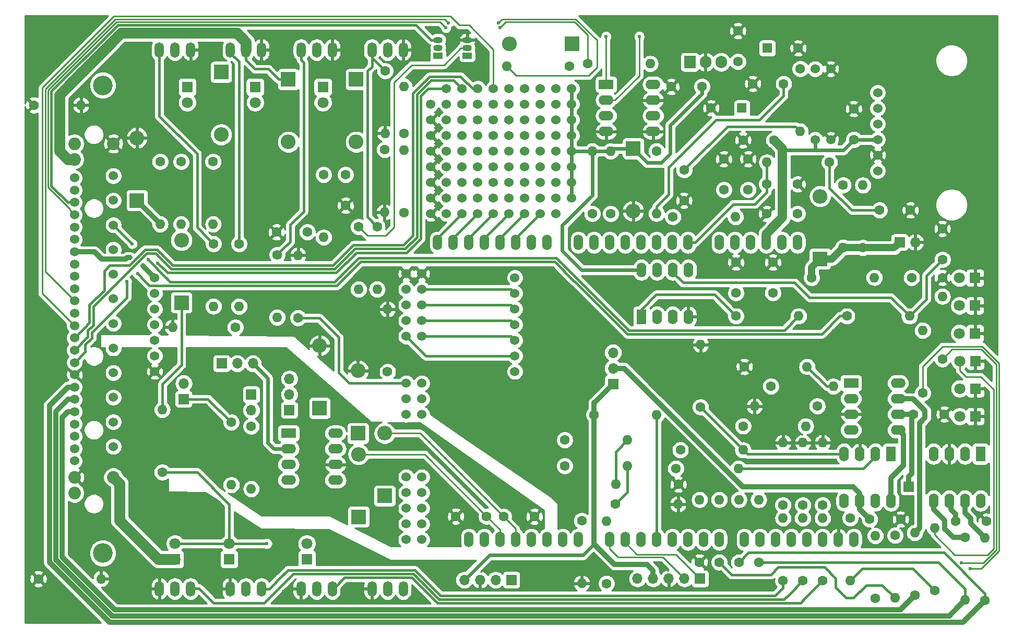
<source format=gbl>
G04 #@! TF.GenerationSoftware,KiCad,Pcbnew,5.1.0-060a0da~80~ubuntu18.10.1*
G04 #@! TF.CreationDate,2019-03-21T19:26:04+01:00*
G04 #@! TF.ProjectId,speedy,73706565-6479-42e6-9b69-6361645f7063,rev?*
G04 #@! TF.SameCoordinates,Original*
G04 #@! TF.FileFunction,Copper,L2,Bot*
G04 #@! TF.FilePolarity,Positive*
%FSLAX46Y46*%
G04 Gerber Fmt 4.6, Leading zero omitted, Abs format (unit mm)*
G04 Created by KiCad (PCBNEW 5.1.0-060a0da~80~ubuntu18.10.1) date 2019-03-21 19:26:04*
%MOMM*%
%LPD*%
G04 APERTURE LIST*
%ADD10R,2.400000X2.400000*%
%ADD11O,2.400000X2.400000*%
%ADD12R,1.905000X2.000000*%
%ADD13O,1.905000X2.000000*%
%ADD14C,0.600000*%
%ADD15O,1.600000X1.600000*%
%ADD16C,1.600000*%
%ADD17O,1.501140X2.499360*%
%ADD18R,1.600000X1.600000*%
%ADD19O,1.524000X2.540000*%
%ADD20C,1.524000*%
%ADD21R,1.800000X1.800000*%
%ADD22C,1.800000*%
%ADD23R,1.700000X1.700000*%
%ADD24O,1.700000X1.700000*%
%ADD25R,2.400000X1.600000*%
%ADD26O,2.400000X1.600000*%
%ADD27C,2.050000*%
%ADD28C,3.200000*%
%ADD29R,1.600000X2.400000*%
%ADD30O,1.600000X2.400000*%
%ADD31O,1.500000X1.050000*%
%ADD32R,1.500000X1.050000*%
%ADD33C,0.400000*%
%ADD34C,0.609600*%
%ADD35C,0.812800*%
%ADD36C,1.219200*%
%ADD37C,1.524000*%
%ADD38C,1.778000*%
%ADD39C,0.250000*%
%ADD40C,0.254000*%
G04 APERTURE END LIST*
D10*
X91050000Y-107310000D03*
D11*
X91050000Y-97150000D03*
D12*
X173540000Y-68250000D03*
D13*
X176080000Y-68250000D03*
X178620000Y-68250000D03*
D14*
X121760000Y-102790000D03*
X124290000Y-102770000D03*
X93860000Y-97630000D03*
X140950000Y-150440000D03*
X136240000Y-150430000D03*
X117940000Y-154100000D03*
X107580000Y-154250000D03*
X174800000Y-85750000D03*
X159020000Y-85430000D03*
X112680000Y-107000000D03*
X95460000Y-110430000D03*
X103060000Y-150290000D03*
X89540000Y-76230000D03*
D15*
X157690000Y-82700000D03*
D16*
X157690000Y-92860000D03*
D15*
X167080000Y-68500000D03*
D16*
X156920000Y-68500000D03*
D15*
X143800000Y-68900000D03*
D16*
X153960000Y-68900000D03*
D15*
X160680000Y-82710000D03*
D16*
X160680000Y-92870000D03*
D17*
X127040000Y-66250000D03*
X121960000Y-66250000D03*
X124500000Y-66250000D03*
D14*
X141350000Y-137740000D03*
X97770000Y-72640000D03*
X76830000Y-121920000D03*
X76830000Y-119420000D03*
X76830000Y-124420000D03*
X106040000Y-117640000D03*
X99420000Y-121350000D03*
X104140000Y-132380000D03*
X120350000Y-135840000D03*
D16*
X170780000Y-93370000D03*
D15*
X180940000Y-93370000D03*
D14*
X220800000Y-136300000D03*
X169050000Y-150370000D03*
D16*
X183750000Y-71750000D03*
X188750000Y-71750000D03*
D14*
X140810000Y-125050000D03*
D16*
X186000000Y-92880000D03*
X191000000Y-92880000D03*
X176980000Y-75720000D03*
D18*
X181980000Y-75720000D03*
D16*
X172590000Y-90740000D03*
X172590000Y-85740000D03*
X182160000Y-80900000D03*
X187160000Y-80900000D03*
X200130000Y-75810000D03*
X200130000Y-80810000D03*
D19*
X155440000Y-145800000D03*
X152900000Y-145800000D03*
X150360000Y-145800000D03*
X147820000Y-145800000D03*
X145280000Y-145800000D03*
X142740000Y-145800000D03*
X140200000Y-145800000D03*
X137660000Y-145800000D03*
X132580000Y-97540000D03*
X135120000Y-97540000D03*
X137660000Y-97540000D03*
X140200000Y-97540000D03*
X150360000Y-97540000D03*
X155440000Y-97540000D03*
X157980000Y-97540000D03*
X147820000Y-97540000D03*
X145280000Y-97540000D03*
X142740000Y-97540000D03*
X160520000Y-97540000D03*
X163060000Y-97540000D03*
X165600000Y-97540000D03*
X173220000Y-97540000D03*
X170680000Y-97540000D03*
X168140000Y-97540000D03*
X178300000Y-97540000D03*
X180840000Y-97540000D03*
X183380000Y-97540000D03*
X188460000Y-97540000D03*
X191000000Y-97540000D03*
X160520000Y-145800000D03*
X163060000Y-145800000D03*
X165600000Y-145800000D03*
X168140000Y-145800000D03*
X170680000Y-145800000D03*
X173220000Y-145800000D03*
X175760000Y-145800000D03*
X178300000Y-145800000D03*
X182364000Y-145800000D03*
X184904000Y-145800000D03*
X187444000Y-145800000D03*
X189984000Y-145800000D03*
X192524000Y-145800000D03*
X195064000Y-145800000D03*
X197604000Y-145800000D03*
X200144000Y-145800000D03*
X185920000Y-97540000D03*
D20*
X130040000Y-143260000D03*
X127500000Y-143260000D03*
X130040000Y-140720000D03*
X127500000Y-140720000D03*
X130040000Y-138180000D03*
X127500000Y-138180000D03*
X130040000Y-135640000D03*
X127500000Y-135640000D03*
X130040000Y-145800000D03*
X127500000Y-145800000D03*
X130040000Y-125480000D03*
X127500000Y-125480000D03*
X130040000Y-122940000D03*
X127500000Y-122940000D03*
X130040000Y-120400000D03*
X127500000Y-120400000D03*
X130040000Y-112780000D03*
X127500000Y-112780000D03*
X130040000Y-110240000D03*
X127500000Y-110240000D03*
X130040000Y-107700000D03*
X127500000Y-107700000D03*
X130040000Y-105160000D03*
X127500000Y-105160000D03*
X130040000Y-102620000D03*
X127500000Y-102620000D03*
D21*
X92000000Y-72270000D03*
D22*
X92000000Y-74810000D03*
D21*
X103000000Y-72270000D03*
D22*
X103000000Y-74810000D03*
D21*
X114000000Y-72270000D03*
D22*
X114000000Y-74810000D03*
D21*
X90000000Y-149000000D03*
D22*
X90000000Y-146460000D03*
D21*
X98800000Y-149000000D03*
D22*
X98800000Y-146460000D03*
D21*
X111400000Y-149000000D03*
D22*
X111400000Y-146460000D03*
D16*
X186660000Y-120910000D03*
D15*
X196820000Y-120910000D03*
D16*
X67130000Y-75230000D03*
D15*
X74750000Y-75230000D03*
D16*
X117670000Y-86540000D03*
X117670000Y-91540000D03*
D10*
X83840000Y-90710000D03*
D11*
X83840000Y-80550000D03*
D16*
X175490000Y-72220000D03*
X170490000Y-72220000D03*
X181310000Y-68170000D03*
X181310000Y-63170000D03*
D18*
X186100000Y-65980000D03*
D16*
X191100000Y-65980000D03*
D10*
X154410000Y-65250000D03*
D11*
X144250000Y-65250000D03*
D10*
X164340000Y-82280000D03*
D11*
X164340000Y-92440000D03*
D16*
X204300000Y-92300000D03*
X209300000Y-92300000D03*
X185990000Y-88050000D03*
X190990000Y-88050000D03*
X209500000Y-103250000D03*
X214500000Y-103250000D03*
X214500000Y-100300000D03*
X214500000Y-95300000D03*
X182980000Y-88980000D03*
X182980000Y-83980000D03*
X179050000Y-88980000D03*
X179050000Y-83980000D03*
X111470000Y-95850000D03*
X106470000Y-95850000D03*
X187000000Y-105750000D03*
X187000000Y-100750000D03*
X181000000Y-105750000D03*
X181000000Y-100750000D03*
D10*
X97500000Y-69850000D03*
D11*
X97500000Y-80010000D03*
D10*
X108400000Y-71040000D03*
D11*
X108400000Y-81200000D03*
D10*
X119400000Y-71040000D03*
D11*
X119400000Y-81200000D03*
D16*
X143300000Y-142060000D03*
X148300000Y-142060000D03*
X140570000Y-142040000D03*
X135570000Y-142040000D03*
D10*
X113475000Y-124450000D03*
D11*
X113475000Y-114290000D03*
D23*
X97570000Y-117200000D03*
D24*
X100110000Y-117200000D03*
X102650000Y-117200000D03*
D23*
X108550000Y-124770000D03*
D24*
X108550000Y-122230000D03*
X108550000Y-119690000D03*
D23*
X91420000Y-122970000D03*
D24*
X91420000Y-120430000D03*
D23*
X102370000Y-122250000D03*
D24*
X102370000Y-124790000D03*
D25*
X199680000Y-120380000D03*
D26*
X207300000Y-128000000D03*
X199680000Y-122920000D03*
X207300000Y-125460000D03*
X199680000Y-125460000D03*
X207300000Y-122920000D03*
X199680000Y-128000000D03*
X207300000Y-120380000D03*
D23*
X144580000Y-152370000D03*
D24*
X142040000Y-152370000D03*
X139500000Y-152370000D03*
X136960000Y-152370000D03*
D16*
X209830000Y-125460000D03*
X214830000Y-125460000D03*
D23*
X161070000Y-120510000D03*
D24*
X161070000Y-117970000D03*
X161070000Y-115430000D03*
D23*
X207570000Y-97510000D03*
D24*
X210110000Y-97510000D03*
D27*
X73700000Y-81500000D03*
X80000000Y-81500000D03*
D20*
X80000000Y-90700000D03*
X80000000Y-86700000D03*
X80000000Y-94700000D03*
X80000000Y-98700000D03*
X80000000Y-102700000D03*
X80000000Y-106700000D03*
X80000000Y-110700000D03*
X80000000Y-114700000D03*
X80000000Y-118700000D03*
X80000000Y-122700000D03*
X80000000Y-126700000D03*
D27*
X80000000Y-135700000D03*
D20*
X73700000Y-133040000D03*
D27*
X73700000Y-138240000D03*
X73700000Y-135700000D03*
D20*
X73700000Y-131040000D03*
X73700000Y-129040000D03*
X73700000Y-127040000D03*
X73700000Y-125040000D03*
X73700000Y-123040000D03*
X73700000Y-121040000D03*
X73700000Y-119040000D03*
X73700000Y-117040000D03*
X73700000Y-115040000D03*
X73700000Y-113040000D03*
X73700000Y-111040000D03*
X73700000Y-109040000D03*
X73700000Y-107040000D03*
X73700000Y-105040000D03*
X73700000Y-103040000D03*
X73700000Y-101040000D03*
X73700000Y-99040000D03*
X73700000Y-97040000D03*
X73700000Y-95040000D03*
X73700000Y-93040000D03*
X73700000Y-89040000D03*
X80000000Y-126700000D03*
X80000000Y-130700000D03*
X73700000Y-91040000D03*
X73700000Y-87040000D03*
D27*
X73700000Y-84040000D03*
D28*
X78300000Y-72000000D03*
X78300000Y-148000000D03*
D16*
X127180000Y-79810000D03*
D15*
X127180000Y-72190000D03*
D25*
X108430000Y-128530000D03*
D26*
X116050000Y-136150000D03*
X108430000Y-131070000D03*
X116050000Y-133610000D03*
X108430000Y-133610000D03*
X116050000Y-131070000D03*
X108430000Y-136150000D03*
X116050000Y-128530000D03*
D29*
X165670000Y-109620000D03*
D30*
X173290000Y-102000000D03*
X168210000Y-109620000D03*
X170750000Y-102000000D03*
X170750000Y-109620000D03*
X168210000Y-102000000D03*
X173290000Y-109620000D03*
X165670000Y-102000000D03*
D20*
X204000000Y-73205000D03*
X204000000Y-75745000D03*
X204000000Y-78285000D03*
X204000000Y-80825000D03*
X204000000Y-83365000D03*
X204000000Y-85905000D03*
D17*
X124500000Y-153800000D03*
X127040000Y-153800000D03*
X121960000Y-153800000D03*
X113000000Y-153800000D03*
X115540000Y-153800000D03*
X110460000Y-153800000D03*
X101500000Y-153800000D03*
X104040000Y-153800000D03*
X98960000Y-153800000D03*
X90000000Y-153800000D03*
X92540000Y-153800000D03*
X87460000Y-153800000D03*
X113000000Y-66250000D03*
X110460000Y-66250000D03*
X115540000Y-66250000D03*
X101500000Y-66250000D03*
X98960000Y-66250000D03*
X104040000Y-66250000D03*
X90000000Y-66250000D03*
X87460000Y-66250000D03*
X92540000Y-66250000D03*
D10*
X194650000Y-100200000D03*
D11*
X194650000Y-90040000D03*
D16*
X198400000Y-88200000D03*
D15*
X198400000Y-98360000D03*
D16*
X191850000Y-152490000D03*
D15*
X191850000Y-142330000D03*
D16*
X124000000Y-82470000D03*
D15*
X124000000Y-92630000D03*
D16*
X96250000Y-97750000D03*
D15*
X96250000Y-107910000D03*
D16*
X100390000Y-97760000D03*
D15*
X100390000Y-107920000D03*
D16*
X106575000Y-99540000D03*
D15*
X106575000Y-109700000D03*
D16*
X188650000Y-152500000D03*
D15*
X188650000Y-142340000D03*
D16*
X195080000Y-152510000D03*
D15*
X195080000Y-142350000D03*
D16*
X99150000Y-126760000D03*
D15*
X99150000Y-136920000D03*
D16*
X102375000Y-127410000D03*
D15*
X102375000Y-137570000D03*
D16*
X160000000Y-152940000D03*
D15*
X160000000Y-142780000D03*
D16*
X182160000Y-127370000D03*
D15*
X192320000Y-127370000D03*
D16*
X206820000Y-145140000D03*
D15*
X206820000Y-155300000D03*
D16*
X210010000Y-154860000D03*
D15*
X210010000Y-144700000D03*
D16*
X201600000Y-98400000D03*
D15*
X201600000Y-88240000D03*
D16*
X193300000Y-103250000D03*
D15*
X203460000Y-103250000D03*
D16*
X178290000Y-149480000D03*
D15*
X178290000Y-139320000D03*
D16*
X214500000Y-116460000D03*
D15*
X214500000Y-106300000D03*
D16*
X168110000Y-82670000D03*
D15*
X168110000Y-92830000D03*
D16*
X196190000Y-84520000D03*
D15*
X186030000Y-84520000D03*
D16*
X199000000Y-109500000D03*
D15*
X209160000Y-109500000D03*
D16*
X114120000Y-86540000D03*
D15*
X114120000Y-96700000D03*
D16*
X181000000Y-109500000D03*
D15*
X191160000Y-109500000D03*
D16*
X157980000Y-125520000D03*
D15*
X168140000Y-125520000D03*
D16*
X87940000Y-134860000D03*
D15*
X87940000Y-124700000D03*
D16*
X87600000Y-84400000D03*
D15*
X87600000Y-94560000D03*
D16*
X91000000Y-84400000D03*
D15*
X91000000Y-94560000D03*
D16*
X96200000Y-84400000D03*
D15*
X96200000Y-94560000D03*
D16*
X127190000Y-92670000D03*
D15*
X127190000Y-82510000D03*
D10*
X124025000Y-138700000D03*
D11*
X124025000Y-128540000D03*
D10*
X119700000Y-128540000D03*
D11*
X119700000Y-118380000D03*
D16*
X202720000Y-142520000D03*
X207720000Y-142520000D03*
D29*
X206180000Y-131880000D03*
D30*
X198560000Y-139500000D03*
X203640000Y-131880000D03*
X201100000Y-139500000D03*
X201100000Y-131880000D03*
X203640000Y-139500000D03*
X198560000Y-131880000D03*
X206180000Y-139500000D03*
D21*
X219800000Y-112300000D03*
D22*
X217260000Y-112300000D03*
D21*
X219840000Y-116800000D03*
D22*
X217300000Y-116800000D03*
D16*
X213230000Y-154050000D03*
D15*
X213230000Y-143890000D03*
D16*
X211300000Y-122000000D03*
D15*
X211300000Y-111840000D03*
D16*
X171990000Y-131250000D03*
D15*
X182150000Y-131250000D03*
D16*
X171250000Y-134240000D03*
D15*
X181410000Y-134240000D03*
D16*
X203610000Y-155350000D03*
D15*
X203610000Y-145190000D03*
D16*
X199550000Y-142325000D03*
D15*
X199550000Y-152485000D03*
D16*
X175100000Y-149480000D03*
D15*
X175100000Y-139320000D03*
D16*
X175270000Y-124290000D03*
D15*
X175270000Y-114130000D03*
D16*
X182380000Y-117720000D03*
D15*
X192540000Y-117720000D03*
D16*
X194190000Y-124130000D03*
D15*
X184030000Y-124130000D03*
D16*
X156000000Y-142740000D03*
D15*
X156000000Y-152900000D03*
D16*
X195070000Y-140210000D03*
D15*
X195070000Y-130050000D03*
D16*
X191870000Y-140210000D03*
D15*
X191870000Y-130050000D03*
D16*
X188650000Y-140200000D03*
D15*
X188650000Y-130040000D03*
D16*
X124490000Y-118550000D03*
D15*
X124490000Y-108390000D03*
D16*
X109975000Y-109775000D03*
D15*
X109975000Y-99615000D03*
D16*
X99790000Y-111310000D03*
D15*
X89630000Y-111310000D03*
D21*
X219800000Y-107800000D03*
D22*
X217260000Y-107800000D03*
D21*
X219800000Y-103300000D03*
D22*
X217260000Y-103300000D03*
D16*
X216670000Y-142850000D03*
X221670000Y-142850000D03*
D29*
X220680000Y-131880000D03*
D30*
X213060000Y-139500000D03*
X218140000Y-131880000D03*
X215600000Y-139500000D03*
X215600000Y-131880000D03*
X218140000Y-139500000D03*
X213060000Y-131880000D03*
X220680000Y-139500000D03*
D21*
X219840000Y-121300000D03*
D22*
X217300000Y-121300000D03*
D21*
X219840000Y-125800000D03*
D22*
X217300000Y-125800000D03*
D16*
X218210000Y-145480000D03*
D15*
X218210000Y-155640000D03*
D16*
X161450000Y-140050000D03*
D15*
X171610000Y-140050000D03*
D16*
X221420000Y-155690000D03*
D15*
X221420000Y-145530000D03*
D16*
X184690000Y-149490000D03*
D15*
X184690000Y-139330000D03*
D16*
X171660000Y-136840000D03*
D15*
X161500000Y-136840000D03*
D16*
X153240000Y-129630000D03*
D15*
X163400000Y-129630000D03*
D16*
X153240000Y-133840000D03*
D15*
X163400000Y-133840000D03*
D16*
X181480000Y-149490000D03*
D15*
X181480000Y-139330000D03*
D16*
X67850000Y-152190000D03*
D15*
X78010000Y-152190000D03*
D23*
X209060000Y-137190000D03*
D20*
X193860000Y-80840000D03*
X196400000Y-80840000D03*
X196400000Y-69340000D03*
X193860000Y-69340000D03*
D16*
X191450000Y-69330000D03*
D15*
X191450000Y-79490000D03*
D14*
X116210000Y-149320000D03*
X114930000Y-149320000D03*
X114150000Y-148330000D03*
X73500000Y-143000000D03*
X73500000Y-144500000D03*
X75000000Y-144500000D03*
X81410000Y-148280000D03*
X82910000Y-148280000D03*
X81410000Y-149780000D03*
X82910000Y-149780000D03*
X120500000Y-147500000D03*
X121570000Y-148240000D03*
X122820000Y-148720000D03*
X214630000Y-128500000D03*
X213360000Y-128500000D03*
X201000000Y-116000000D03*
X209000000Y-116000000D03*
X209000000Y-112000000D03*
X204500000Y-112000000D03*
X204500000Y-116000000D03*
X186500000Y-153000000D03*
X67000000Y-112500000D03*
X67000000Y-115000000D03*
X67000000Y-117500000D03*
X68500000Y-117500000D03*
X68500000Y-115000000D03*
X68500000Y-112500000D03*
X174000000Y-133000000D03*
X176000000Y-135000000D03*
X174500000Y-136500000D03*
X177000000Y-129500000D03*
X178000000Y-130500000D03*
X179000000Y-131500000D03*
X89530000Y-73220000D03*
X89530000Y-74720000D03*
X75000000Y-146000000D03*
X134000000Y-153000000D03*
X87470000Y-87410000D03*
X85970000Y-87410000D03*
X88970000Y-87410000D03*
X106240000Y-65650000D03*
X106240000Y-67030000D03*
X90590000Y-77270000D03*
X107630000Y-65650000D03*
X107620000Y-67040000D03*
X91610000Y-89870000D03*
X91610000Y-91870000D03*
X89610000Y-91870000D03*
X176050000Y-88230000D03*
X104320000Y-151160000D03*
X106020000Y-151160000D03*
X132600000Y-151500000D03*
X97760000Y-74050000D03*
X96230000Y-72640000D03*
X191000000Y-84600000D03*
X192300000Y-84600000D03*
X191000000Y-90400000D03*
X216200000Y-79700000D03*
X158800000Y-149900000D03*
X135390000Y-149720000D03*
X141710000Y-149680000D03*
X159730000Y-84550000D03*
X131770000Y-94950000D03*
X150000000Y-136000000D03*
X148900000Y-109000000D03*
X150400000Y-113400000D03*
X151900000Y-109000000D03*
X153400000Y-109000000D03*
X153400000Y-113400000D03*
X149600000Y-111200000D03*
X151200000Y-111200000D03*
X153400000Y-111200000D03*
D23*
X175190000Y-152150000D03*
D24*
X172650000Y-152150000D03*
X170110000Y-152150000D03*
X167570000Y-152150000D03*
X165030000Y-152150000D03*
D31*
X132690000Y-65920000D03*
X132690000Y-64650000D03*
D32*
X132690000Y-67190000D03*
D15*
X122800000Y-105140000D03*
D16*
X122800000Y-94980000D03*
X124090000Y-69660000D03*
D15*
X124090000Y-79820000D03*
D10*
X119800000Y-142110000D03*
D11*
X119800000Y-131950000D03*
D25*
X159940000Y-71870000D03*
D26*
X167560000Y-79490000D03*
X159940000Y-74410000D03*
X167560000Y-76950000D03*
X159940000Y-76950000D03*
X167560000Y-74410000D03*
X159940000Y-79490000D03*
X167560000Y-71870000D03*
D16*
X119800000Y-94990000D03*
D15*
X119800000Y-105150000D03*
D20*
X134050000Y-72540000D03*
X136590000Y-72540000D03*
X139130000Y-72540000D03*
X136590000Y-75080000D03*
X134050000Y-75080000D03*
X131510000Y-75080000D03*
X131510000Y-77620000D03*
X134050000Y-77620000D03*
X136590000Y-77620000D03*
X136590000Y-80160000D03*
X134050000Y-80160000D03*
X131510000Y-80160000D03*
X131510000Y-82700000D03*
X134050000Y-82700000D03*
X136590000Y-82700000D03*
X136590000Y-85240000D03*
X134050000Y-85240000D03*
X131510000Y-85240000D03*
X131510000Y-87780000D03*
X134050000Y-87780000D03*
X136590000Y-87780000D03*
X136590000Y-90320000D03*
X134050000Y-90320000D03*
X131510000Y-90320000D03*
X131510000Y-92860000D03*
X134050000Y-92860000D03*
X136590000Y-92860000D03*
X151830000Y-90320000D03*
X149290000Y-90320000D03*
X146750000Y-90320000D03*
X141670000Y-90320000D03*
X144210000Y-90320000D03*
X141670000Y-87780000D03*
X144210000Y-87780000D03*
X146750000Y-87780000D03*
X149290000Y-87780000D03*
X151830000Y-87780000D03*
X151830000Y-85240000D03*
X149290000Y-85240000D03*
X146750000Y-85240000D03*
X144210000Y-85240000D03*
X141670000Y-85240000D03*
X141670000Y-82700000D03*
X144210000Y-82700000D03*
X146750000Y-82700000D03*
X149290000Y-82700000D03*
X151830000Y-82700000D03*
X151830000Y-80160000D03*
X149290000Y-80160000D03*
X146750000Y-80160000D03*
X144210000Y-80160000D03*
X141670000Y-80160000D03*
X141670000Y-77620000D03*
X144210000Y-77620000D03*
X146750000Y-77620000D03*
X149290000Y-77620000D03*
X151830000Y-77620000D03*
X151830000Y-75080000D03*
X149290000Y-75080000D03*
X146750000Y-75080000D03*
X144210000Y-75080000D03*
X141670000Y-75080000D03*
X139130000Y-75080000D03*
X139130000Y-77620000D03*
X139130000Y-80160000D03*
X139130000Y-82700000D03*
X139130000Y-85240000D03*
X139130000Y-87780000D03*
X139130000Y-90320000D03*
X151830000Y-92860000D03*
X154370000Y-90320000D03*
X154370000Y-87780000D03*
X154370000Y-85240000D03*
X154370000Y-82700000D03*
X154370000Y-80160000D03*
X154370000Y-77620000D03*
X154370000Y-75080000D03*
X154370000Y-72540000D03*
X149290000Y-92860000D03*
X146750000Y-92860000D03*
X144210000Y-92860000D03*
X141670000Y-92860000D03*
X139130000Y-92860000D03*
X151830000Y-72540000D03*
X149290000Y-72540000D03*
X146750000Y-72540000D03*
X144210000Y-72540000D03*
X141670000Y-72540000D03*
D31*
X137420000Y-65920000D03*
X137420000Y-64650000D03*
D32*
X137420000Y-67190000D03*
D20*
X145150000Y-103270000D03*
X86730000Y-103270000D03*
X145150000Y-110890000D03*
X145150000Y-105810000D03*
X145150000Y-113430000D03*
X145150000Y-115970000D03*
X145150000Y-118510000D03*
X145150000Y-108350000D03*
X86730000Y-105810000D03*
X86730000Y-108350000D03*
X86730000Y-110890000D03*
X86730000Y-113430000D03*
X86730000Y-115970000D03*
X86730000Y-118510000D03*
D14*
X166360000Y-63530000D03*
X129040000Y-64060000D03*
X131120000Y-62680000D03*
X83940000Y-102640000D03*
X83055000Y-97755000D03*
X85650000Y-100350000D03*
X104930000Y-146460000D03*
X217600000Y-149590000D03*
X219030000Y-150510000D03*
X87230000Y-100910000D03*
X82180000Y-103880000D03*
X84810000Y-101350000D03*
X82680000Y-100010000D03*
X133960000Y-62650000D03*
X142730000Y-62650000D03*
X159940000Y-64080000D03*
X134390010Y-61840000D03*
X142449990Y-61840000D03*
X165320000Y-64080000D03*
D33*
X188750000Y-71750000D02*
X188750000Y-73720000D01*
X168110000Y-92830000D02*
X168110000Y-91698630D01*
X168110000Y-91698630D02*
X170090000Y-89718630D01*
X184820000Y-77650000D02*
X188750000Y-73720000D01*
X177748522Y-77650000D02*
X184820000Y-77650000D01*
X170090000Y-85308522D02*
X177748522Y-77650000D01*
X170090000Y-89718630D02*
X170090000Y-85308522D01*
X196190000Y-84520000D02*
X196190000Y-88680000D01*
X196190000Y-88680000D02*
X199810000Y-92300000D01*
X199810000Y-92300000D02*
X204300000Y-92300000D01*
X185990000Y-88050000D02*
X185990000Y-84560000D01*
X185990000Y-84560000D02*
X186030000Y-84520000D01*
X173220000Y-97540000D02*
X174382000Y-97540000D01*
X174382000Y-97540000D02*
X180622000Y-91300000D01*
X185990000Y-89400000D02*
X185990000Y-88050000D01*
X180622000Y-91300000D02*
X184090000Y-91300000D01*
X184090000Y-91300000D02*
X185990000Y-89400000D01*
X173290000Y-97610000D02*
X173220000Y-97540000D01*
X197868630Y-109500000D02*
X199000000Y-109500000D01*
X163391467Y-112420009D02*
X194948620Y-112420010D01*
X194948620Y-112420010D02*
X197868630Y-109500000D01*
X154841468Y-103870010D02*
X163391467Y-112420009D01*
X85840000Y-104540000D02*
X116258542Y-104540000D01*
X154800010Y-103870010D02*
X154841468Y-103870010D01*
X151610010Y-100680010D02*
X154800010Y-103870010D01*
X116258542Y-104540000D02*
X120118532Y-100680010D01*
X120118532Y-100680010D02*
X151610010Y-100680010D01*
X85090000Y-103790000D02*
X85840000Y-104540000D01*
X83940000Y-102640000D02*
X85090000Y-103790000D01*
X172430000Y-104080000D02*
X190530000Y-104080000D01*
X190530000Y-104080000D02*
X192950000Y-106500000D01*
X170750000Y-102000000D02*
X170750000Y-102400000D01*
X170750000Y-102400000D02*
X172430000Y-104080000D01*
X209160000Y-109500000D02*
X206160000Y-106500000D01*
X206160000Y-106500000D02*
X192950000Y-106500000D01*
X170750000Y-101600000D02*
X170750000Y-102000000D01*
X211900000Y-106760000D02*
X211900000Y-102900000D01*
X211900000Y-102900000D02*
X214500000Y-100300000D01*
X209160000Y-109500000D02*
X211900000Y-106760000D01*
X190750000Y-109500000D02*
X191160000Y-109500000D01*
X88680000Y-103380000D02*
X88690000Y-103380000D01*
X115910010Y-103939990D02*
X89239990Y-103939990D01*
X119770000Y-100080000D02*
X115910010Y-103939990D01*
X191160000Y-109500000D02*
X188840000Y-111820000D01*
X188840000Y-111820000D02*
X163640000Y-111820000D01*
X163640000Y-111820000D02*
X151900000Y-100080000D01*
X151900000Y-100080000D02*
X119770000Y-100080000D01*
X88550000Y-103250000D02*
X88680000Y-103380000D01*
X89239990Y-103939990D02*
X88550000Y-103250000D01*
X80000000Y-94700000D02*
X83055000Y-97755000D01*
X85650000Y-100350000D02*
X88550000Y-103250000D01*
X168090000Y-106000000D02*
X177500000Y-106000000D01*
X177500000Y-106000000D02*
X181000000Y-109500000D01*
X165670000Y-109620000D02*
X165670000Y-108420000D01*
X165670000Y-108420000D02*
X168090000Y-106000000D01*
D34*
X195520000Y-82520000D02*
X193850000Y-82520000D01*
X193850000Y-82520000D02*
X188530000Y-82520000D01*
X193860000Y-80840000D02*
X193860000Y-81917630D01*
X193860000Y-81917630D02*
X193850000Y-81927630D01*
X193850000Y-81927630D02*
X193850000Y-82520000D01*
X198420000Y-82510000D02*
X195530000Y-82510000D01*
X195530000Y-82510000D02*
X195520000Y-82520000D01*
X200120000Y-80810000D02*
X198420000Y-82510000D01*
X200130000Y-80810000D02*
X200120000Y-80810000D01*
X204000000Y-80825000D02*
X200145000Y-80825000D01*
X200145000Y-80825000D02*
X200130000Y-80810000D01*
X152850000Y-95870000D02*
X152850000Y-98900000D01*
X164340000Y-82280000D02*
X164340000Y-82410000D01*
X164340000Y-82260000D02*
X164340000Y-82280000D01*
X163650000Y-82330000D02*
X163650000Y-82340000D01*
D35*
X163597000Y-82277000D02*
X163650000Y-82330000D01*
D34*
X152850000Y-98900000D02*
X155950000Y-102000000D01*
X155950000Y-102000000D02*
X165670000Y-102000000D01*
D36*
X201600000Y-98400000D02*
X202731370Y-98400000D01*
X202731370Y-98400000D02*
X206680000Y-98400000D01*
X198400000Y-98360000D02*
X201560000Y-98360000D01*
X201560000Y-98360000D02*
X201600000Y-98400000D01*
X194650000Y-100200000D02*
X196560000Y-100200000D01*
X196560000Y-100200000D02*
X198400000Y-98360000D01*
X193300000Y-103250000D02*
X193300000Y-101550000D01*
X193300000Y-101550000D02*
X194650000Y-100200000D01*
D35*
X206797200Y-98400000D02*
X206680000Y-98400000D01*
D36*
X206680000Y-98400000D02*
X207570000Y-97510000D01*
D34*
X185920000Y-97032000D02*
X185920000Y-97540000D01*
D35*
X157980000Y-125520000D02*
X157980000Y-146530000D01*
X161310000Y-149860000D02*
X158918000Y-147468000D01*
X166580000Y-149860000D02*
X161310000Y-149860000D01*
X167570000Y-152150000D02*
X167570000Y-150850000D01*
X158918000Y-147468000D02*
X157980000Y-146530000D01*
X167570000Y-150850000D02*
X166580000Y-149860000D01*
X157980000Y-123600000D02*
X161070000Y-120510000D01*
X157980000Y-125520000D02*
X157980000Y-123600000D01*
D37*
X185920000Y-97540000D02*
X185920000Y-96160000D01*
X185920000Y-96160000D02*
X188580000Y-93500000D01*
X188580000Y-82320000D02*
X187160000Y-80900000D01*
X188580000Y-93500000D02*
X188580000Y-82320000D01*
D34*
X161110000Y-82280000D02*
X160680000Y-82710000D01*
X164340000Y-82280000D02*
X161110000Y-82280000D01*
X157700000Y-82710000D02*
X157690000Y-82700000D01*
X160680000Y-82710000D02*
X157700000Y-82710000D01*
X152850000Y-95330000D02*
X152850000Y-95870000D01*
X152850000Y-94740000D02*
X152850000Y-95330000D01*
X157690000Y-82700000D02*
X157690000Y-89900000D01*
X157690000Y-89900000D02*
X152850000Y-94740000D01*
X154370000Y-72540000D02*
X154370000Y-75080000D01*
X154370000Y-75080000D02*
X154370000Y-77620000D01*
X154370000Y-77620000D02*
X154370000Y-80160000D01*
X154370000Y-80160000D02*
X154370000Y-82700000D01*
X154370000Y-85240000D02*
X154370000Y-82700000D01*
X154370000Y-87780000D02*
X154370000Y-85240000D01*
X154370000Y-90320000D02*
X154370000Y-87780000D01*
X154370000Y-82700000D02*
X157690000Y-82700000D01*
X164340000Y-82320000D02*
X166610000Y-84590000D01*
X170370000Y-78471370D02*
X170370000Y-83150000D01*
X170370000Y-83150000D02*
X168930000Y-84590000D01*
X166610000Y-84590000D02*
X168930000Y-84590000D01*
X164340000Y-82280000D02*
X164340000Y-82320000D01*
X175490000Y-72220000D02*
X175490000Y-73351370D01*
X175490000Y-73351370D02*
X170370000Y-78471370D01*
X156210000Y-148300000D02*
X157980000Y-146530000D01*
X141020000Y-148300000D02*
X156210000Y-148300000D01*
X137809999Y-151510001D02*
X141020000Y-148300000D01*
X136960000Y-152370000D02*
X137809999Y-151520001D01*
X137809999Y-151520001D02*
X137809999Y-151510001D01*
D33*
X95450001Y-96950001D02*
X95440001Y-96950001D01*
X96250000Y-97750000D02*
X95450001Y-96950001D01*
X95440001Y-96950001D02*
X93590000Y-95100000D01*
X93590000Y-95100000D02*
X93590000Y-83160000D01*
X87460000Y-77030000D02*
X87460000Y-66250000D01*
X93590000Y-83160000D02*
X87460000Y-77030000D01*
X98460000Y-66250000D02*
X98460000Y-66749110D01*
X100390000Y-68179110D02*
X100390000Y-70130000D01*
X100390000Y-70130000D02*
X100390000Y-97760000D01*
X98960000Y-66749110D02*
X100390000Y-68179110D01*
X98960000Y-66250000D02*
X98960000Y-66749110D01*
X107374999Y-98740001D02*
X106575000Y-99540000D01*
X107374999Y-98735001D02*
X107374999Y-98740001D01*
X110460000Y-66250000D02*
X110460000Y-67899680D01*
X110460000Y-67899680D02*
X110880000Y-68319680D01*
X110880000Y-68319680D02*
X110880000Y-92490000D01*
X110880000Y-92490000D02*
X108700000Y-94670000D01*
X108700000Y-94670000D02*
X108700000Y-97410000D01*
X108700000Y-97410000D02*
X107374999Y-98735001D01*
D38*
X72622370Y-84040000D02*
X71250000Y-82667630D01*
X71250000Y-82667630D02*
X71250000Y-73530000D01*
X71250000Y-73530000D02*
X81260000Y-63520000D01*
X73700000Y-84040000D02*
X72622370Y-84040000D01*
D33*
X106800000Y-71040000D02*
X105130000Y-69370000D01*
X108400000Y-71040000D02*
X106800000Y-71040000D01*
X105130000Y-69370000D02*
X103880000Y-69370000D01*
D38*
X99330668Y-63520000D02*
X96440000Y-63520000D01*
X81260000Y-63520000D02*
X96440000Y-63520000D01*
X96440000Y-63520000D02*
X100050000Y-63520000D01*
X101500000Y-64970000D02*
X101500000Y-66250000D01*
X100050000Y-63520000D02*
X101500000Y-64970000D01*
D33*
X102970320Y-69370000D02*
X103880000Y-69370000D01*
X101500000Y-66250000D02*
X101500000Y-67899680D01*
X101500000Y-67899680D02*
X102970320Y-69370000D01*
D38*
X87322000Y-149000000D02*
X90000000Y-149000000D01*
X81024999Y-142702999D02*
X87322000Y-149000000D01*
X81024999Y-136724999D02*
X81024999Y-142702999D01*
X80000000Y-135700000D02*
X81024999Y-136724999D01*
D33*
X189070010Y-155269990D02*
X189530000Y-154810000D01*
X189530000Y-154810000D02*
X191850000Y-152490000D01*
X96250570Y-156100000D02*
X93900570Y-153750000D01*
X104470000Y-156100000D02*
X96250570Y-156100000D01*
X188830010Y-155509990D02*
X132818532Y-155509990D01*
X189530000Y-154810000D02*
X188830010Y-155509990D01*
X128658533Y-151349991D02*
X109200009Y-151349991D01*
X132818532Y-155509990D02*
X128658533Y-151349991D01*
X93900570Y-153750000D02*
X92750000Y-153750000D01*
X109200009Y-151349991D02*
X104470000Y-156080000D01*
X104470000Y-156080000D02*
X104470000Y-156100000D01*
X132260000Y-154102916D02*
X132680000Y-154522916D01*
X187371390Y-154909980D02*
X133067064Y-154909980D01*
X133067064Y-154909980D02*
X132260000Y-154102916D01*
X188650000Y-152500000D02*
X188650000Y-153631370D01*
X188650000Y-153631370D02*
X187371390Y-154909980D01*
X128907066Y-150749982D02*
X108360019Y-150749981D01*
X132260000Y-154102916D02*
X128907066Y-150749982D01*
X107760010Y-151349990D02*
X107360000Y-151750000D01*
X108360019Y-150749981D02*
X107360000Y-151750000D01*
X107360000Y-151750000D02*
X105310000Y-153800000D01*
X104040000Y-153800000D02*
X105310000Y-153800000D01*
X195080000Y-152510000D02*
X192220000Y-155370000D01*
X192220000Y-155370000D02*
X191720000Y-155870000D01*
X191480000Y-156110000D02*
X192220000Y-155370000D01*
X132570000Y-156110000D02*
X191480000Y-156110000D01*
X128410000Y-151950000D02*
X132570000Y-156110000D01*
X117540570Y-151950000D02*
X128410000Y-151950000D01*
X115690570Y-153800000D02*
X117540570Y-151950000D01*
D34*
X105070000Y-130080000D02*
X106060000Y-131070000D01*
X106060000Y-131070000D02*
X108430000Y-131070000D01*
X105070000Y-119620000D02*
X102650000Y-117200000D01*
X105070000Y-130080000D02*
X105070000Y-119620000D01*
D33*
X95360000Y-122970000D02*
X99150000Y-126760000D01*
X91420000Y-122970000D02*
X95360000Y-122970000D01*
X87940000Y-134860000D02*
X93610000Y-134860000D01*
X91272792Y-146460000D02*
X98800000Y-146460000D01*
X90000000Y-146460000D02*
X91272792Y-146460000D01*
X98800000Y-146460000D02*
X104930000Y-146460000D01*
X98820000Y-145167208D02*
X98820000Y-140070000D01*
X98800000Y-145187208D02*
X98820000Y-145167208D01*
X98800000Y-146460000D02*
X98800000Y-145187208D01*
X93610000Y-134860000D02*
X98820000Y-140070000D01*
X91050000Y-117410000D02*
X91050000Y-107310000D01*
X87940000Y-120520000D02*
X91050000Y-117410000D01*
X87940000Y-124700000D02*
X87940000Y-120520000D01*
D34*
X73700000Y-105040000D02*
X73700000Y-105165134D01*
D33*
X130040000Y-105160000D02*
X144500000Y-105160000D01*
X144500000Y-105160000D02*
X145150000Y-105810000D01*
X160520000Y-145800000D02*
X160520000Y-145292000D01*
D39*
X160520000Y-146308000D02*
X160520000Y-145800000D01*
X160520000Y-147320000D02*
X160520000Y-145800000D01*
X161880000Y-148680000D02*
X160520000Y-147320000D01*
X172650000Y-152150000D02*
X169180000Y-148680000D01*
X169180000Y-148680000D02*
X161880000Y-148680000D01*
X163060000Y-146308000D02*
X163060000Y-145800000D01*
X175190000Y-152150000D02*
X171250000Y-148210000D01*
X164962000Y-148210000D02*
X163060000Y-146308000D01*
X171250000Y-148210000D02*
X164962000Y-148210000D01*
D33*
X168140000Y-129380000D02*
X168140000Y-145800000D01*
X168140000Y-127671370D02*
X168140000Y-129380000D01*
X168140000Y-127240000D02*
X168140000Y-125520000D01*
X168140000Y-129380000D02*
X168140000Y-127240000D01*
X192540000Y-117720000D02*
X195730000Y-120910000D01*
X195730000Y-120910000D02*
X196820000Y-120910000D01*
D35*
X210773592Y-133434027D02*
X210809999Y-133470434D01*
X210809999Y-133470434D02*
X210809999Y-143900001D01*
X210809999Y-143900001D02*
X210010000Y-144700000D01*
X210773592Y-126906408D02*
X211236401Y-126443599D01*
X210773592Y-133434027D02*
X210773592Y-126906408D01*
X211236401Y-126443599D02*
X211236401Y-126463599D01*
X207300000Y-122920000D02*
X209730000Y-122920000D01*
X211690000Y-124880000D02*
X211690000Y-125990000D01*
X209730000Y-122920000D02*
X211690000Y-124880000D01*
X211690000Y-125990000D02*
X211236401Y-126443599D01*
X215850000Y-140898630D02*
X215850000Y-139690000D01*
X215850000Y-139690000D02*
X215600000Y-139440000D01*
X216670000Y-142850000D02*
X216670000Y-141718630D01*
X216670000Y-141718630D02*
X215850000Y-140898630D01*
X201100000Y-138290000D02*
X200030000Y-137220000D01*
X199730000Y-137220000D02*
X184740000Y-137220000D01*
X200030000Y-137220000D02*
X199730000Y-137220000D01*
X201100000Y-139500000D02*
X201100000Y-138290000D01*
X209500000Y-135087200D02*
X209500000Y-125790000D01*
X209060000Y-137190000D02*
X209060000Y-135527200D01*
X209060000Y-135527200D02*
X209500000Y-135087200D01*
X201100000Y-139500000D02*
X201100000Y-140900000D01*
X201100000Y-140900000D02*
X202720000Y-142520000D01*
X161070000Y-117970000D02*
X162272081Y-117970000D01*
X207300000Y-125460000D02*
X209830000Y-125460000D01*
X182380000Y-137220000D02*
X182120000Y-137220000D01*
X182380000Y-137220000D02*
X184740000Y-137220000D01*
X162870000Y-117970000D02*
X161070000Y-117970000D01*
X182120000Y-137220000D02*
X162870000Y-117970000D01*
D33*
X206820000Y-155300000D02*
X204730000Y-153210000D01*
X204730000Y-153210000D02*
X202170000Y-153210000D01*
X202170000Y-153210000D02*
X200080000Y-155300000D01*
X200080000Y-155300000D02*
X198900000Y-155300000D01*
X198900000Y-155300000D02*
X197200000Y-153600000D01*
X197200000Y-152100000D02*
X195400000Y-150300000D01*
X197200000Y-153600000D02*
X197200000Y-152100000D01*
X186700000Y-151500000D02*
X180310000Y-151500000D01*
X195400000Y-150300000D02*
X187900000Y-150300000D01*
X187900000Y-150300000D02*
X186700000Y-151500000D01*
X180310000Y-151500000D02*
X178290000Y-149480000D01*
D39*
X223245011Y-121238601D02*
X223245010Y-147461400D01*
X223245010Y-147461400D02*
X221116410Y-149590000D01*
X221116410Y-149590000D02*
X217600000Y-149590000D01*
X220780000Y-114890000D02*
X223245011Y-117355011D01*
X223245011Y-117355011D02*
X223245011Y-121238601D01*
X216070000Y-114890000D02*
X220780000Y-114890000D01*
X214500000Y-116460000D02*
X216070000Y-114890000D01*
D35*
X80244380Y-157214380D02*
X207660000Y-157214380D01*
X210010000Y-154860000D02*
X209210001Y-155659999D01*
X209210001Y-155659999D02*
X209210001Y-155664379D01*
X209210001Y-155664379D02*
X207660000Y-157214380D01*
X71660000Y-148630001D02*
X80244380Y-157214380D01*
X71660000Y-126002370D02*
X71660000Y-126750000D01*
X72622370Y-125040000D02*
X71660000Y-126002370D01*
X73700000Y-125040000D02*
X72622370Y-125040000D01*
X71660000Y-126750000D02*
X71660000Y-148630001D01*
D39*
X214520010Y-114439990D02*
X211300000Y-117660000D01*
X211300000Y-117660000D02*
X211300000Y-122000000D01*
X223695019Y-147647799D02*
X223695019Y-117168609D01*
X223695019Y-117168609D02*
X220966400Y-114439990D01*
X220966400Y-114439990D02*
X214520010Y-114439990D01*
X219030000Y-150510000D02*
X220832820Y-150510000D01*
X220832820Y-150510000D02*
X223695019Y-147647799D01*
D33*
X213300000Y-154060000D02*
X209740000Y-150500000D01*
X209740000Y-150500000D02*
X201535000Y-150500000D01*
X201535000Y-150500000D02*
X199550000Y-152485000D01*
X183070000Y-147900000D02*
X181480000Y-149490000D01*
X221420000Y-155690000D02*
X221420000Y-154558630D01*
X214761370Y-147900000D02*
X213140000Y-147900000D01*
X221420000Y-154558630D02*
X214761370Y-147900000D01*
X213790000Y-147900000D02*
X213140000Y-147900000D01*
X213140000Y-147900000D02*
X183070000Y-147900000D01*
D35*
X218870000Y-158240000D02*
X221420000Y-155690000D01*
X72622370Y-121040000D02*
X69634380Y-124027990D01*
X69634380Y-149469039D02*
X79210961Y-159045620D01*
X73700000Y-121040000D02*
X72622370Y-121040000D01*
X79225620Y-159045620D02*
X79420000Y-159240000D01*
X69634380Y-124027990D02*
X69634380Y-149469039D01*
X79210961Y-159045620D02*
X79225620Y-159045620D01*
X217870000Y-159240000D02*
X217070000Y-159240000D01*
X221420000Y-155690000D02*
X217870000Y-159240000D01*
X79420000Y-159240000D02*
X217070000Y-159240000D01*
X79824860Y-158227190D02*
X70647190Y-149049520D01*
X72622370Y-123040000D02*
X70647190Y-125015180D01*
X73700000Y-123040000D02*
X72622370Y-123040000D01*
X70647190Y-125015180D02*
X70647190Y-149049520D01*
D33*
X218210000Y-153860000D02*
X218210000Y-155640000D01*
X184690000Y-149490000D02*
X213840000Y-149490000D01*
X213840000Y-149490000D02*
X218210000Y-153860000D01*
D35*
X216767190Y-157082810D02*
X218210000Y-155640000D01*
X215622810Y-158227190D02*
X214770000Y-158227190D01*
X218210000Y-155640000D02*
X215622810Y-158227190D01*
X214770000Y-158227190D02*
X79824860Y-158227190D01*
D33*
X132580000Y-97540000D02*
X132580000Y-97032000D01*
X132580000Y-97010000D02*
X132580000Y-97540000D01*
X135828001Y-93621999D02*
X136590000Y-92860000D01*
X132580000Y-96870000D02*
X135828001Y-93621999D01*
X132580000Y-97540000D02*
X132580000Y-96870000D01*
X135120000Y-97540000D02*
X135120000Y-97032000D01*
X135120000Y-97010000D02*
X135120000Y-97540000D01*
X135120000Y-96870000D02*
X135120000Y-97540000D01*
X139130000Y-92860000D02*
X135120000Y-96870000D01*
X137630000Y-97570000D02*
X137660000Y-97540000D01*
X137660000Y-97540000D02*
X137660000Y-97032000D01*
X137660000Y-97010000D02*
X137660000Y-97540000D01*
X140908001Y-93621999D02*
X141670000Y-92860000D01*
X137660000Y-96870000D02*
X140908001Y-93621999D01*
X137660000Y-97540000D02*
X137660000Y-96870000D01*
X140200000Y-97527000D02*
X140200000Y-97540000D01*
X140200000Y-97010000D02*
X140200000Y-97540000D01*
X140200000Y-96870000D02*
X140200000Y-97540000D01*
X144210000Y-92860000D02*
X140200000Y-96870000D01*
X142710000Y-97570000D02*
X142740000Y-97540000D01*
X142740000Y-97540000D02*
X142740000Y-97032000D01*
X142740000Y-97010000D02*
X142740000Y-97540000D01*
X145988001Y-93621999D02*
X146750000Y-92860000D01*
X142740000Y-96870000D02*
X145988001Y-93621999D01*
X142740000Y-97540000D02*
X142740000Y-96870000D01*
X145250000Y-97570000D02*
X145280000Y-97540000D01*
X145280000Y-97540000D02*
X145280000Y-97032000D01*
X145280000Y-97010000D02*
X145280000Y-97540000D01*
X145280000Y-96870000D02*
X145280000Y-97540000D01*
X149290000Y-92860000D02*
X145280000Y-96870000D01*
X147790000Y-97570000D02*
X147820000Y-97540000D01*
X129845010Y-96947466D02*
X129845010Y-73757466D01*
X127617467Y-99175009D02*
X129845010Y-96947466D01*
X129845010Y-73757466D02*
X131062476Y-72540000D01*
X116167467Y-102475009D02*
X119467466Y-99175010D01*
X131062476Y-72540000D02*
X134050000Y-72540000D01*
X89715010Y-102475010D02*
X116167467Y-102475009D01*
X119467466Y-99175010D02*
X127617467Y-99175009D01*
X75460000Y-114128542D02*
X76510019Y-113078523D01*
X75460000Y-115280000D02*
X75460000Y-114128542D01*
X73700000Y-117040000D02*
X75460000Y-115280000D01*
X89715010Y-102475010D02*
X88795010Y-102475010D01*
X88795010Y-102475010D02*
X88340000Y-102020000D01*
X87230000Y-100910000D02*
X87230000Y-100910000D01*
X76510019Y-113078523D02*
X76510019Y-112179981D01*
X82180000Y-106510000D02*
X82180000Y-103880000D01*
X76510019Y-112179981D02*
X82180000Y-106510000D01*
X88340000Y-102020000D02*
X87230000Y-100910000D01*
X73710000Y-115050000D02*
X73700000Y-115040000D01*
X129240000Y-73513934D02*
X131583934Y-71170000D01*
X129240000Y-96690000D02*
X129240000Y-73513934D01*
X115910000Y-101870000D02*
X119204999Y-98575001D01*
X86840000Y-99300000D02*
X89410000Y-101870000D01*
X131583934Y-71170000D02*
X135220000Y-71170000D01*
X89410000Y-101870000D02*
X115910000Y-101870000D01*
X85390000Y-99300000D02*
X86840000Y-99300000D01*
X75880000Y-112860000D02*
X75880000Y-111840000D01*
X76740000Y-110990000D02*
X76740000Y-107950000D01*
X119204999Y-98575001D02*
X127354999Y-98575001D01*
X73700000Y-115040000D02*
X75880000Y-112860000D01*
X75880000Y-111840000D02*
X75890000Y-111840000D01*
X127354999Y-98575001D02*
X129240000Y-96690000D01*
X75890000Y-111840000D02*
X76740000Y-110990000D01*
X135220000Y-71170000D02*
X136590000Y-72540000D01*
X76740000Y-107950000D02*
X85390000Y-99300000D01*
D39*
X68509980Y-103849980D02*
X68509980Y-72410020D01*
X68509980Y-72410020D02*
X68519980Y-72410020D01*
X68509980Y-105849980D02*
X68509980Y-103849980D01*
X73700000Y-111040000D02*
X68509980Y-105849980D01*
X80120019Y-60799981D02*
X68509980Y-72410020D01*
X141670000Y-72540000D02*
X141670000Y-66210000D01*
X87890019Y-60799981D02*
X80120019Y-60799981D01*
X137710000Y-62250000D02*
X136140000Y-62250000D01*
X141670000Y-66210000D02*
X137710000Y-62250000D01*
X136140000Y-62250000D02*
X134670000Y-60780000D01*
X134670000Y-60780000D02*
X87910000Y-60780000D01*
X87910000Y-60780000D02*
X87890019Y-60799981D01*
D33*
X75310000Y-111430000D02*
X73700000Y-113040000D01*
X76139990Y-110600010D02*
X75310000Y-111430000D01*
X76139990Y-107701468D02*
X76139990Y-110600010D01*
X128630000Y-96410000D02*
X127065009Y-97974991D01*
X136339752Y-70569990D02*
X131335401Y-70569991D01*
X128630000Y-73275392D02*
X128630000Y-96410000D01*
X131335401Y-70569991D02*
X128630000Y-73275392D01*
X139130000Y-72540000D02*
X138309762Y-72540000D01*
X118945009Y-97974991D02*
X115650000Y-101270000D01*
X138309762Y-72540000D02*
X136339752Y-70569990D01*
X127065009Y-97974991D02*
X118945009Y-97974991D01*
X115650000Y-101270000D02*
X89658542Y-101270000D01*
X87088532Y-98699990D02*
X85141467Y-98699991D01*
X85141467Y-98699991D02*
X82581458Y-101260000D01*
X82581458Y-101260000D02*
X79430000Y-101260000D01*
X79430000Y-101260000D02*
X78520000Y-102170000D01*
X78520000Y-102170000D02*
X78520000Y-105321458D01*
X89658542Y-101270000D02*
X87088532Y-98699990D01*
X78520000Y-105321458D02*
X76139990Y-107701468D01*
X109975000Y-109775000D02*
X111106370Y-109775000D01*
X113405000Y-109775000D02*
X109975000Y-109775000D01*
X116560000Y-112930000D02*
X113405000Y-109775000D01*
X116560000Y-118650000D02*
X116560000Y-112930000D01*
X127500000Y-120400000D02*
X118310000Y-120400000D01*
X116560000Y-118650000D02*
X118310000Y-120400000D01*
X181410000Y-134240000D02*
X201680000Y-134240000D01*
X201680000Y-134240000D02*
X203640000Y-132280000D01*
X203640000Y-132280000D02*
X203640000Y-131880000D01*
X182860000Y-131880000D02*
X184250000Y-131880000D01*
X175270000Y-124290000D02*
X182860000Y-131880000D01*
X183720000Y-131880000D02*
X184250000Y-131880000D01*
X184250000Y-131880000D02*
X198560000Y-131880000D01*
X216800000Y-111840000D02*
X217260000Y-112300000D01*
D39*
X213230000Y-143890000D02*
X213230000Y-145021370D01*
X213230000Y-145021370D02*
X216498630Y-148290000D01*
X216498630Y-148290000D02*
X221780000Y-148290000D01*
X221780000Y-148290000D02*
X222795001Y-147274999D01*
X222795001Y-147274999D02*
X222795001Y-121425001D01*
X222795001Y-121425001D02*
X220700000Y-119330000D01*
X220700000Y-119330000D02*
X218310000Y-119330000D01*
X218310000Y-119330000D02*
X217300000Y-118320000D01*
X217300000Y-118320000D02*
X217300000Y-116800000D01*
D35*
X213060000Y-139440000D02*
X213060000Y-139840000D01*
X213060000Y-139840000D02*
X213070000Y-139850000D01*
X213060000Y-139440000D02*
X213060000Y-140880000D01*
X213060000Y-140880000D02*
X214900000Y-142720000D01*
X214900000Y-142720000D02*
X214900000Y-144090000D01*
X216290000Y-145480000D02*
X218210000Y-145480000D01*
X214900000Y-144090000D02*
X216290000Y-145480000D01*
D33*
X161500000Y-132530000D02*
X161500000Y-136840000D01*
X161500000Y-131530000D02*
X161500000Y-136840000D01*
X163400000Y-129630000D02*
X161500000Y-131530000D01*
D35*
X218140000Y-139440000D02*
X218140000Y-141452800D01*
X218140000Y-141452800D02*
X219080000Y-142392800D01*
X219080000Y-143190000D02*
X221420000Y-145530000D01*
X219080000Y-142392800D02*
X219080000Y-143190000D01*
D33*
X161450000Y-140050000D02*
X163400000Y-138100000D01*
X163400000Y-138100000D02*
X163400000Y-133840000D01*
D35*
X206180000Y-139500000D02*
X206180000Y-135780000D01*
X206180000Y-135780000D02*
X208200000Y-133760000D01*
X208200000Y-133760000D02*
X208200000Y-128800000D01*
X208200000Y-128800000D02*
X207400000Y-128000000D01*
D33*
X173389999Y-84940001D02*
X172590000Y-85740000D01*
X179639999Y-78690001D02*
X173389999Y-84940001D01*
X190650001Y-78690001D02*
X179639999Y-78690001D01*
X191450000Y-79490000D02*
X190650001Y-78690001D01*
D39*
X143300000Y-142060000D02*
X145280000Y-144040000D01*
X145280000Y-144040000D02*
X145280000Y-144050000D01*
X145280000Y-144050000D02*
X145280000Y-145800000D01*
X129780000Y-128540000D02*
X124025000Y-128540000D01*
X143300000Y-142060000D02*
X129780000Y-128540000D01*
X142740000Y-145800000D02*
X142740000Y-144210000D01*
X142740000Y-144210000D02*
X140570000Y-142040000D01*
X130515000Y-131965000D02*
X140570000Y-142020000D01*
X119700000Y-131965000D02*
X130515000Y-131965000D01*
D35*
X86730000Y-103270000D02*
X84810000Y-101350000D01*
X84810000Y-101350000D02*
X84810000Y-101350000D01*
X73700000Y-99040000D02*
X76920000Y-99040000D01*
X76920000Y-99040000D02*
X78130000Y-100250000D01*
X82255736Y-100010000D02*
X82680000Y-100010000D01*
X78130000Y-100250000D02*
X82015736Y-100250000D01*
X82015736Y-100250000D02*
X82255736Y-100010000D01*
D33*
X130040000Y-110240000D02*
X144500000Y-110240000D01*
X144500000Y-110240000D02*
X145150000Y-110890000D01*
D35*
X83830000Y-90700000D02*
X83840000Y-90710000D01*
D33*
X91050000Y-94610000D02*
X91000000Y-94560000D01*
D35*
X87600000Y-94470000D02*
X83840000Y-90710000D01*
D34*
X87600000Y-94560000D02*
X87600000Y-94470000D01*
D33*
X122800000Y-94980000D02*
X122000001Y-94180001D01*
X121220000Y-93400000D02*
X122800000Y-94980000D01*
X121250000Y-69660000D02*
X121220000Y-69690000D01*
X121220000Y-69690000D02*
X121220000Y-93400000D01*
X123290001Y-68860001D02*
X124090000Y-69660000D01*
X121960000Y-66250000D02*
X121960000Y-67530000D01*
X121960000Y-67530000D02*
X123290001Y-68860001D01*
X121960000Y-68950000D02*
X121960000Y-66250000D01*
X121220000Y-69690000D02*
X121960000Y-68950000D01*
X72622370Y-91040000D02*
X69960990Y-88378620D01*
X73700000Y-91040000D02*
X72622370Y-91040000D01*
X69960990Y-72996075D02*
X80726074Y-62230991D01*
X69960990Y-88378620D02*
X69960990Y-72996075D01*
X129120991Y-62230991D02*
X127570000Y-62230991D01*
X131540000Y-64650000D02*
X129120991Y-62230991D01*
X132690000Y-64650000D02*
X131540000Y-64650000D01*
X80726074Y-62230991D02*
X127570000Y-62230991D01*
D39*
X156920000Y-63800000D02*
X156920000Y-68500000D01*
X143680000Y-61700000D02*
X154820000Y-61700000D01*
X142730000Y-62650000D02*
X142730000Y-62650000D01*
X80510000Y-61700000D02*
X133010000Y-61700000D01*
X71810000Y-70400000D02*
X80510000Y-61700000D01*
X73700000Y-93040000D02*
X72938001Y-92278001D01*
X69410000Y-72804589D02*
X71810000Y-70404589D01*
X72938001Y-92098107D02*
X69410000Y-88570106D01*
X154820000Y-61700000D02*
X156920000Y-63800000D01*
X133010000Y-61700000D02*
X133960000Y-62650000D01*
X69410000Y-88570106D02*
X69410000Y-72804589D01*
X72938001Y-92278001D02*
X72938001Y-92098107D01*
X71810000Y-70404589D02*
X71810000Y-70400000D01*
X133960000Y-62650000D02*
X133960000Y-62650000D01*
X142730000Y-62650000D02*
X143680000Y-61700000D01*
X159940000Y-64080000D02*
X159940000Y-71870000D01*
X68959990Y-102299990D02*
X68959990Y-72610010D01*
X68959990Y-72610010D02*
X80320010Y-61249990D01*
X73700000Y-107040000D02*
X68959990Y-102299990D01*
X134390010Y-61840000D02*
X134390010Y-61840000D01*
X143040000Y-61249990D02*
X142449990Y-61840000D01*
X155006400Y-61249990D02*
X143040000Y-61249990D01*
X158460000Y-64703590D02*
X155006400Y-61249990D01*
X143800000Y-68900000D02*
X145370000Y-70470000D01*
X80320010Y-61249990D02*
X133800000Y-61249990D01*
X145370000Y-70470000D02*
X157100000Y-70470000D01*
X157100000Y-70470000D02*
X158460000Y-69110000D01*
X158460000Y-69110000D02*
X158460000Y-64703590D01*
X134390010Y-61840000D02*
X133800000Y-61249990D01*
X142449990Y-61840000D02*
X142449990Y-61840000D01*
X159940000Y-74410000D02*
X161390000Y-74410000D01*
X161390000Y-74410000D02*
X165320000Y-70480000D01*
X165320000Y-70480000D02*
X165320000Y-64080000D01*
X120599999Y-95789999D02*
X120599999Y-95799999D01*
X119800000Y-94990000D02*
X120599999Y-95789999D01*
X120599999Y-95799999D02*
X121250000Y-96450000D01*
X121250000Y-96450000D02*
X124190000Y-96450000D01*
X124190000Y-96450000D02*
X125580000Y-95060000D01*
X125580000Y-95060000D02*
X125580000Y-81410000D01*
X125580000Y-81410000D02*
X125580000Y-71510000D01*
X125580000Y-71510000D02*
X128390000Y-68700000D01*
X137420000Y-65920000D02*
X136420000Y-65920000D01*
X133640000Y-68700000D02*
X132680000Y-68700000D01*
X136420000Y-65920000D02*
X133640000Y-68700000D01*
X128390000Y-68700000D02*
X132680000Y-68700000D01*
D33*
X130040000Y-112780000D02*
X144500000Y-112780000D01*
X144500000Y-112780000D02*
X145150000Y-113430000D01*
X127500000Y-112780000D02*
X130690000Y-115970000D01*
X130690000Y-115970000D02*
X145150000Y-115970000D01*
X127500000Y-112780000D02*
X127500000Y-113170000D01*
X130040000Y-107700000D02*
X144500000Y-107700000D01*
X144500000Y-107700000D02*
X145150000Y-108350000D01*
D40*
G36*
X67998983Y-71846216D02*
G01*
X67969979Y-71870019D01*
X67875006Y-71985744D01*
X67804434Y-72117773D01*
X67760977Y-72261034D01*
X67746303Y-72410020D01*
X67749981Y-72447363D01*
X67749981Y-73935823D01*
X67616004Y-73872429D01*
X67341816Y-73803700D01*
X67059488Y-73789783D01*
X66779870Y-73831213D01*
X66513708Y-73926397D01*
X66388486Y-73993329D01*
X66316903Y-74237298D01*
X67130000Y-75050395D01*
X67144143Y-75036253D01*
X67323748Y-75215858D01*
X67309605Y-75230000D01*
X67323748Y-75244143D01*
X67144143Y-75423748D01*
X67130000Y-75409605D01*
X66316903Y-76222702D01*
X66388486Y-76466671D01*
X66643996Y-76587571D01*
X66918184Y-76656300D01*
X67200512Y-76670217D01*
X67480130Y-76628787D01*
X67746292Y-76533603D01*
X67749981Y-76531631D01*
X67749980Y-103887312D01*
X67749981Y-103887322D01*
X67749980Y-105812657D01*
X67746304Y-105849980D01*
X67749980Y-105887302D01*
X67749980Y-105887312D01*
X67760977Y-105998965D01*
X67780209Y-106062364D01*
X67804434Y-106142226D01*
X67875006Y-106274256D01*
X67913439Y-106321086D01*
X67969979Y-106389981D01*
X67998983Y-106413784D01*
X72333628Y-110748430D01*
X72303000Y-110902408D01*
X72303000Y-111177592D01*
X72356686Y-111447490D01*
X72461995Y-111701727D01*
X72614880Y-111930535D01*
X72724345Y-112040000D01*
X72614880Y-112149465D01*
X72461995Y-112378273D01*
X72356686Y-112632510D01*
X72303000Y-112902408D01*
X72303000Y-113177592D01*
X72356686Y-113447490D01*
X72461995Y-113701727D01*
X72614880Y-113930535D01*
X72724345Y-114040000D01*
X72614880Y-114149465D01*
X72461995Y-114378273D01*
X72356686Y-114632510D01*
X72303000Y-114902408D01*
X72303000Y-115177592D01*
X72356686Y-115447490D01*
X72461995Y-115701727D01*
X72614880Y-115930535D01*
X72724345Y-116040000D01*
X72614880Y-116149465D01*
X72461995Y-116378273D01*
X72356686Y-116632510D01*
X72303000Y-116902408D01*
X72303000Y-117177592D01*
X72356686Y-117447490D01*
X72461995Y-117701727D01*
X72614880Y-117930535D01*
X72809465Y-118125120D01*
X73038273Y-118278005D01*
X73173710Y-118334105D01*
X73700000Y-118860395D01*
X74226290Y-118334105D01*
X74361727Y-118278005D01*
X74590535Y-118125120D01*
X74785120Y-117930535D01*
X74938005Y-117701727D01*
X75043314Y-117447490D01*
X75097000Y-117177592D01*
X75097000Y-116902408D01*
X75083969Y-116836899D01*
X75326489Y-116594379D01*
X75401082Y-116774463D01*
X75580013Y-117042252D01*
X75807748Y-117269987D01*
X76075537Y-117448918D01*
X76373088Y-117572168D01*
X76688967Y-117635000D01*
X77011033Y-117635000D01*
X77326912Y-117572168D01*
X77624463Y-117448918D01*
X77892252Y-117269987D01*
X78119987Y-117042252D01*
X78298918Y-116774463D01*
X78422168Y-116476912D01*
X78485000Y-116161033D01*
X78485000Y-115838967D01*
X78422168Y-115523088D01*
X78298918Y-115225537D01*
X78119987Y-114957748D01*
X77892252Y-114730013D01*
X77624463Y-114551082D01*
X77326912Y-114427832D01*
X77011033Y-114365000D01*
X76688967Y-114365000D01*
X76373088Y-114427832D01*
X76319296Y-114450114D01*
X77071447Y-113697963D01*
X77103310Y-113671814D01*
X77207655Y-113544669D01*
X77285191Y-113399610D01*
X77332937Y-113242212D01*
X77345019Y-113119542D01*
X77345019Y-113119541D01*
X77349059Y-113078524D01*
X77345019Y-113037505D01*
X77345019Y-112525848D01*
X78687935Y-111182932D01*
X78761995Y-111361727D01*
X78914880Y-111590535D01*
X79109465Y-111785120D01*
X79338273Y-111938005D01*
X79592510Y-112043314D01*
X79862408Y-112097000D01*
X80137592Y-112097000D01*
X80407490Y-112043314D01*
X80661727Y-111938005D01*
X80890535Y-111785120D01*
X81085120Y-111590535D01*
X81238005Y-111361727D01*
X81343314Y-111107490D01*
X81397000Y-110837592D01*
X81397000Y-110562408D01*
X81343314Y-110292510D01*
X81238005Y-110038273D01*
X81085120Y-109809465D01*
X80890535Y-109614880D01*
X80661727Y-109461995D01*
X80482932Y-109387935D01*
X82741428Y-107129440D01*
X82773291Y-107103291D01*
X82877636Y-106976146D01*
X82955172Y-106831087D01*
X83002918Y-106673689D01*
X83015000Y-106551019D01*
X83015000Y-106551018D01*
X83019040Y-106510001D01*
X83015000Y-106468982D01*
X83015000Y-104307404D01*
X83079068Y-104152729D01*
X83115000Y-103972089D01*
X83115000Y-103787911D01*
X83079068Y-103607271D01*
X83008586Y-103437111D01*
X82906262Y-103283972D01*
X82776028Y-103153738D01*
X82740721Y-103130147D01*
X83027196Y-102843672D01*
X83040932Y-102912729D01*
X83111414Y-103082889D01*
X83213738Y-103236028D01*
X83343972Y-103366262D01*
X83497111Y-103468586D01*
X83651787Y-103532654D01*
X84528570Y-104409439D01*
X84528581Y-104409448D01*
X85220558Y-105101426D01*
X85246709Y-105133291D01*
X85341765Y-105211301D01*
X85373854Y-105237636D01*
X85440274Y-105273138D01*
X85386686Y-105402510D01*
X85333000Y-105672408D01*
X85333000Y-105947592D01*
X85386686Y-106217490D01*
X85491995Y-106471727D01*
X85644880Y-106700535D01*
X85839465Y-106895120D01*
X86068273Y-107048005D01*
X86145515Y-107080000D01*
X86068273Y-107111995D01*
X85839465Y-107264880D01*
X85644880Y-107459465D01*
X85491995Y-107688273D01*
X85386686Y-107942510D01*
X85333000Y-108212408D01*
X85333000Y-108487592D01*
X85386686Y-108757490D01*
X85491995Y-109011727D01*
X85644880Y-109240535D01*
X85839465Y-109435120D01*
X86068273Y-109588005D01*
X86145515Y-109620000D01*
X86068273Y-109651995D01*
X85839465Y-109804880D01*
X85644880Y-109999465D01*
X85491995Y-110228273D01*
X85386686Y-110482510D01*
X85333000Y-110752408D01*
X85333000Y-111027592D01*
X85386686Y-111297490D01*
X85491995Y-111551727D01*
X85644880Y-111780535D01*
X85839465Y-111975120D01*
X86068273Y-112128005D01*
X86145515Y-112160000D01*
X86068273Y-112191995D01*
X85839465Y-112344880D01*
X85724524Y-112459821D01*
X78001099Y-112393005D01*
X77974598Y-112395566D01*
X77950810Y-112402913D01*
X77928913Y-112414759D01*
X77909747Y-112430650D01*
X77894050Y-112449974D01*
X77882425Y-112471989D01*
X77875317Y-112495850D01*
X77873002Y-112520638D01*
X77883002Y-114510638D01*
X77885449Y-114534818D01*
X77892683Y-114558640D01*
X77904427Y-114580593D01*
X77920227Y-114599832D01*
X77939478Y-114615620D01*
X77961438Y-114627349D01*
X77985265Y-114634568D01*
X78010042Y-114637000D01*
X78603000Y-114636803D01*
X78603000Y-114837592D01*
X78656686Y-115107490D01*
X78761995Y-115361727D01*
X78914880Y-115590535D01*
X79109465Y-115785120D01*
X79338273Y-115938005D01*
X79592510Y-116043314D01*
X79862408Y-116097000D01*
X80137592Y-116097000D01*
X80407490Y-116043314D01*
X80661727Y-115938005D01*
X80890535Y-115785120D01*
X81085120Y-115590535D01*
X81238005Y-115361727D01*
X81343314Y-115107490D01*
X81397000Y-114837592D01*
X81397000Y-114635874D01*
X86017885Y-114634337D01*
X86068273Y-114668005D01*
X86145515Y-114700000D01*
X86068273Y-114731995D01*
X85839465Y-114884880D01*
X85644880Y-115079465D01*
X85491995Y-115308273D01*
X85386686Y-115562510D01*
X85333000Y-115832408D01*
X85333000Y-116107592D01*
X85386686Y-116377490D01*
X85491995Y-116631727D01*
X85644880Y-116860535D01*
X85839465Y-117055120D01*
X86068273Y-117208005D01*
X86139943Y-117237692D01*
X86126977Y-117242364D01*
X86011020Y-117304344D01*
X85944040Y-117544435D01*
X86730000Y-118330395D01*
X87515960Y-117544435D01*
X87448980Y-117304344D01*
X87313240Y-117240515D01*
X87391727Y-117208005D01*
X87620535Y-117055120D01*
X87815120Y-116860535D01*
X87968005Y-116631727D01*
X88073314Y-116377490D01*
X88127000Y-116107592D01*
X88127000Y-115832408D01*
X88073314Y-115562510D01*
X87968005Y-115308273D01*
X87815120Y-115079465D01*
X87620535Y-114884880D01*
X87391727Y-114731995D01*
X87314485Y-114700000D01*
X87391727Y-114668005D01*
X87442824Y-114633863D01*
X90215000Y-114632941D01*
X90215000Y-117064132D01*
X87378574Y-119900559D01*
X87346710Y-119926709D01*
X87287711Y-119998600D01*
X87242364Y-120053855D01*
X87164828Y-120198914D01*
X87117082Y-120356312D01*
X87100960Y-120520000D01*
X87105001Y-120561028D01*
X87105000Y-123528888D01*
X86920392Y-123680392D01*
X86741068Y-123898899D01*
X86607818Y-124148192D01*
X86525764Y-124418691D01*
X86498057Y-124700000D01*
X86525764Y-124981309D01*
X86607818Y-125251808D01*
X86741068Y-125501101D01*
X86920392Y-125719608D01*
X87138899Y-125898932D01*
X87388192Y-126032182D01*
X87658691Y-126114236D01*
X87869508Y-126135000D01*
X88010492Y-126135000D01*
X88221309Y-126114236D01*
X88491808Y-126032182D01*
X88741101Y-125898932D01*
X88959608Y-125719608D01*
X89138932Y-125501101D01*
X89272182Y-125251808D01*
X89354236Y-124981309D01*
X89381943Y-124700000D01*
X89354236Y-124418691D01*
X89272182Y-124148192D01*
X89138932Y-123898899D01*
X88959608Y-123680392D01*
X88775000Y-123528888D01*
X88775000Y-120865867D01*
X89210867Y-120430000D01*
X89927815Y-120430000D01*
X89956487Y-120721111D01*
X90041401Y-121001034D01*
X90179294Y-121259014D01*
X90364866Y-121485134D01*
X90394687Y-121509607D01*
X90325820Y-121530498D01*
X90215506Y-121589463D01*
X90118815Y-121668815D01*
X90039463Y-121765506D01*
X89980498Y-121875820D01*
X89944188Y-121995518D01*
X89931928Y-122120000D01*
X89931928Y-123820000D01*
X89944188Y-123944482D01*
X89980498Y-124064180D01*
X90039463Y-124174494D01*
X90118815Y-124271185D01*
X90215506Y-124350537D01*
X90325820Y-124409502D01*
X90445518Y-124445812D01*
X90570000Y-124458072D01*
X92270000Y-124458072D01*
X92394482Y-124445812D01*
X92514180Y-124409502D01*
X92624494Y-124350537D01*
X92721185Y-124271185D01*
X92800537Y-124174494D01*
X92859502Y-124064180D01*
X92895812Y-123944482D01*
X92908072Y-123820000D01*
X92908072Y-123805000D01*
X95014133Y-123805000D01*
X97733714Y-126524582D01*
X97715000Y-126618665D01*
X97715000Y-126901335D01*
X97770147Y-127178574D01*
X97878320Y-127439727D01*
X98035363Y-127674759D01*
X98235241Y-127874637D01*
X98470273Y-128031680D01*
X98731426Y-128139853D01*
X99008665Y-128195000D01*
X99291335Y-128195000D01*
X99568574Y-128139853D01*
X99829727Y-128031680D01*
X100064759Y-127874637D01*
X100264637Y-127674759D01*
X100421680Y-127439727D01*
X100529853Y-127178574D01*
X100585000Y-126901335D01*
X100585000Y-126618665D01*
X100529853Y-126341426D01*
X100421680Y-126080273D01*
X100264637Y-125845241D01*
X100064759Y-125645363D01*
X99829727Y-125488320D01*
X99568574Y-125380147D01*
X99291335Y-125325000D01*
X99008665Y-125325000D01*
X98914582Y-125343714D01*
X98360868Y-124790000D01*
X100877815Y-124790000D01*
X100906487Y-125081111D01*
X100991401Y-125361034D01*
X101129294Y-125619014D01*
X101314866Y-125845134D01*
X101540986Y-126030706D01*
X101721778Y-126127341D01*
X101695273Y-126138320D01*
X101460241Y-126295363D01*
X101260363Y-126495241D01*
X101103320Y-126730273D01*
X100995147Y-126991426D01*
X100940000Y-127268665D01*
X100940000Y-127551335D01*
X100995147Y-127828574D01*
X101103320Y-128089727D01*
X101260363Y-128324759D01*
X101460241Y-128524637D01*
X101695273Y-128681680D01*
X101956426Y-128789853D01*
X102233665Y-128845000D01*
X102516335Y-128845000D01*
X102793574Y-128789853D01*
X103054727Y-128681680D01*
X103289759Y-128524637D01*
X103489637Y-128324759D01*
X103646680Y-128089727D01*
X103754853Y-127828574D01*
X103810000Y-127551335D01*
X103810000Y-127268665D01*
X103754853Y-126991426D01*
X103646680Y-126730273D01*
X103489637Y-126495241D01*
X103289759Y-126295363D01*
X103054727Y-126138320D01*
X103022588Y-126125008D01*
X103199014Y-126030706D01*
X103425134Y-125845134D01*
X103610706Y-125619014D01*
X103748599Y-125361034D01*
X103833513Y-125081111D01*
X103862185Y-124790000D01*
X103833513Y-124498889D01*
X103748599Y-124218966D01*
X103610706Y-123960986D01*
X103425134Y-123734866D01*
X103395313Y-123710393D01*
X103464180Y-123689502D01*
X103574494Y-123630537D01*
X103671185Y-123551185D01*
X103750537Y-123454494D01*
X103809502Y-123344180D01*
X103845812Y-123224482D01*
X103858072Y-123100000D01*
X103858072Y-121400000D01*
X103845812Y-121275518D01*
X103809502Y-121155820D01*
X103750537Y-121045506D01*
X103671185Y-120948815D01*
X103574494Y-120869463D01*
X103464180Y-120810498D01*
X103344482Y-120774188D01*
X103220000Y-120761928D01*
X101520000Y-120761928D01*
X101395518Y-120774188D01*
X101275820Y-120810498D01*
X101165506Y-120869463D01*
X101068815Y-120948815D01*
X100989463Y-121045506D01*
X100930498Y-121155820D01*
X100894188Y-121275518D01*
X100881928Y-121400000D01*
X100881928Y-123100000D01*
X100894188Y-123224482D01*
X100930498Y-123344180D01*
X100989463Y-123454494D01*
X101068815Y-123551185D01*
X101165506Y-123630537D01*
X101275820Y-123689502D01*
X101344687Y-123710393D01*
X101314866Y-123734866D01*
X101129294Y-123960986D01*
X100991401Y-124218966D01*
X100906487Y-124498889D01*
X100877815Y-124790000D01*
X98360868Y-124790000D01*
X95979446Y-122408579D01*
X95953291Y-122376709D01*
X95826146Y-122272364D01*
X95681087Y-122194828D01*
X95523689Y-122147082D01*
X95401019Y-122135000D01*
X95401018Y-122135000D01*
X95360000Y-122130960D01*
X95318982Y-122135000D01*
X92908072Y-122135000D01*
X92908072Y-122120000D01*
X92895812Y-121995518D01*
X92859502Y-121875820D01*
X92800537Y-121765506D01*
X92721185Y-121668815D01*
X92624494Y-121589463D01*
X92514180Y-121530498D01*
X92445313Y-121509607D01*
X92475134Y-121485134D01*
X92660706Y-121259014D01*
X92798599Y-121001034D01*
X92883513Y-120721111D01*
X92912185Y-120430000D01*
X92883513Y-120138889D01*
X92798599Y-119858966D01*
X92660706Y-119600986D01*
X92475134Y-119374866D01*
X92249014Y-119189294D01*
X91991034Y-119051401D01*
X91711111Y-118966487D01*
X91492950Y-118945000D01*
X91347050Y-118945000D01*
X91128889Y-118966487D01*
X90848966Y-119051401D01*
X90590986Y-119189294D01*
X90364866Y-119374866D01*
X90179294Y-119600986D01*
X90041401Y-119858966D01*
X89956487Y-120138889D01*
X89927815Y-120430000D01*
X89210867Y-120430000D01*
X91611428Y-118029440D01*
X91643291Y-118003291D01*
X91747636Y-117876146D01*
X91825172Y-117731087D01*
X91872918Y-117573689D01*
X91885000Y-117451019D01*
X91885000Y-117451018D01*
X91889040Y-117410001D01*
X91885000Y-117368982D01*
X91885000Y-116350000D01*
X96081928Y-116350000D01*
X96081928Y-118050000D01*
X96094188Y-118174482D01*
X96130498Y-118294180D01*
X96189463Y-118404494D01*
X96268815Y-118501185D01*
X96365506Y-118580537D01*
X96475820Y-118639502D01*
X96595518Y-118675812D01*
X96720000Y-118688072D01*
X98420000Y-118688072D01*
X98544482Y-118675812D01*
X98664180Y-118639502D01*
X98774494Y-118580537D01*
X98871185Y-118501185D01*
X98950537Y-118404494D01*
X99009502Y-118294180D01*
X99030393Y-118225313D01*
X99054866Y-118255134D01*
X99280986Y-118440706D01*
X99538966Y-118578599D01*
X99818889Y-118663513D01*
X100037050Y-118685000D01*
X100182950Y-118685000D01*
X100401111Y-118663513D01*
X100681034Y-118578599D01*
X100939014Y-118440706D01*
X101165134Y-118255134D01*
X101350706Y-118029014D01*
X101380000Y-117974209D01*
X101409294Y-118029014D01*
X101594866Y-118255134D01*
X101820986Y-118440706D01*
X102078966Y-118578599D01*
X102358889Y-118663513D01*
X102577050Y-118685000D01*
X102722950Y-118685000D01*
X102798484Y-118677561D01*
X104130201Y-120009279D01*
X104130200Y-130033843D01*
X104125654Y-130080000D01*
X104130200Y-130126157D01*
X104130200Y-130126166D01*
X104143798Y-130264232D01*
X104197537Y-130441385D01*
X104284804Y-130604651D01*
X104402246Y-130747754D01*
X104438114Y-130777191D01*
X105362817Y-131701895D01*
X105392246Y-131737754D01*
X105535349Y-131855196D01*
X105698614Y-131942463D01*
X105875767Y-131996202D01*
X106013833Y-132009800D01*
X106013842Y-132009800D01*
X106059999Y-132014346D01*
X106106156Y-132009800D01*
X106944895Y-132009800D01*
X107010392Y-132089608D01*
X107228899Y-132268932D01*
X107361858Y-132340000D01*
X107228899Y-132411068D01*
X107010392Y-132590392D01*
X106831068Y-132808899D01*
X106697818Y-133058192D01*
X106615764Y-133328691D01*
X106588057Y-133610000D01*
X106615764Y-133891309D01*
X106697818Y-134161808D01*
X106831068Y-134411101D01*
X107010392Y-134629608D01*
X107228899Y-134808932D01*
X107361858Y-134880000D01*
X107228899Y-134951068D01*
X107010392Y-135130392D01*
X106831068Y-135348899D01*
X106697818Y-135598192D01*
X106615764Y-135868691D01*
X106588057Y-136150000D01*
X106615764Y-136431309D01*
X106697818Y-136701808D01*
X106831068Y-136951101D01*
X107010392Y-137169608D01*
X107228899Y-137348932D01*
X107478192Y-137482182D01*
X107748691Y-137564236D01*
X107959508Y-137585000D01*
X108900492Y-137585000D01*
X109111309Y-137564236D01*
X109381808Y-137482182D01*
X109631101Y-137348932D01*
X109849608Y-137169608D01*
X110028932Y-136951101D01*
X110162182Y-136701808D01*
X110244236Y-136431309D01*
X110271943Y-136150000D01*
X114208057Y-136150000D01*
X114235764Y-136431309D01*
X114317818Y-136701808D01*
X114451068Y-136951101D01*
X114630392Y-137169608D01*
X114848899Y-137348932D01*
X115098192Y-137482182D01*
X115368691Y-137564236D01*
X115579508Y-137585000D01*
X116520492Y-137585000D01*
X116731309Y-137564236D01*
X116943069Y-137500000D01*
X122186928Y-137500000D01*
X122186928Y-139900000D01*
X122199188Y-140024482D01*
X122235498Y-140144180D01*
X122294463Y-140254494D01*
X122373815Y-140351185D01*
X122470506Y-140430537D01*
X122580820Y-140489502D01*
X122700518Y-140525812D01*
X122825000Y-140538072D01*
X125225000Y-140538072D01*
X125349482Y-140525812D01*
X125469180Y-140489502D01*
X125579494Y-140430537D01*
X125676185Y-140351185D01*
X125755537Y-140254494D01*
X125814502Y-140144180D01*
X125850812Y-140024482D01*
X125863072Y-139900000D01*
X125863072Y-137500000D01*
X125850812Y-137375518D01*
X125814502Y-137255820D01*
X125755537Y-137145506D01*
X125676185Y-137048815D01*
X125579494Y-136969463D01*
X125469180Y-136910498D01*
X125349482Y-136874188D01*
X125225000Y-136861928D01*
X122825000Y-136861928D01*
X122700518Y-136874188D01*
X122580820Y-136910498D01*
X122470506Y-136969463D01*
X122373815Y-137048815D01*
X122294463Y-137145506D01*
X122235498Y-137255820D01*
X122199188Y-137375518D01*
X122186928Y-137500000D01*
X116943069Y-137500000D01*
X117001808Y-137482182D01*
X117251101Y-137348932D01*
X117469608Y-137169608D01*
X117648932Y-136951101D01*
X117782182Y-136701808D01*
X117864236Y-136431309D01*
X117891943Y-136150000D01*
X117864236Y-135868691D01*
X117782182Y-135598192D01*
X117648932Y-135348899D01*
X117469608Y-135130392D01*
X117251101Y-134951068D01*
X117123259Y-134882735D01*
X117352839Y-134732601D01*
X117554500Y-134534895D01*
X117713715Y-134301646D01*
X117824367Y-134041818D01*
X117841904Y-133959039D01*
X117719915Y-133737000D01*
X116177000Y-133737000D01*
X116177000Y-133757000D01*
X115923000Y-133757000D01*
X115923000Y-133737000D01*
X114380085Y-133737000D01*
X114258096Y-133959039D01*
X114275633Y-134041818D01*
X114386285Y-134301646D01*
X114545500Y-134534895D01*
X114747161Y-134732601D01*
X114976741Y-134882735D01*
X114848899Y-134951068D01*
X114630392Y-135130392D01*
X114451068Y-135348899D01*
X114317818Y-135598192D01*
X114235764Y-135868691D01*
X114208057Y-136150000D01*
X110271943Y-136150000D01*
X110244236Y-135868691D01*
X110162182Y-135598192D01*
X110028932Y-135348899D01*
X109849608Y-135130392D01*
X109631101Y-134951068D01*
X109498142Y-134880000D01*
X109631101Y-134808932D01*
X109849608Y-134629608D01*
X110028932Y-134411101D01*
X110162182Y-134161808D01*
X110244236Y-133891309D01*
X110271943Y-133610000D01*
X110244236Y-133328691D01*
X110162182Y-133058192D01*
X110028932Y-132808899D01*
X109849608Y-132590392D01*
X109631101Y-132411068D01*
X109498142Y-132340000D01*
X109631101Y-132268932D01*
X109849608Y-132089608D01*
X110028932Y-131871101D01*
X110162182Y-131621808D01*
X110244236Y-131351309D01*
X110271943Y-131070000D01*
X110244236Y-130788691D01*
X110162182Y-130518192D01*
X110028932Y-130268899D01*
X109849608Y-130050392D01*
X109736518Y-129957581D01*
X109754482Y-129955812D01*
X109874180Y-129919502D01*
X109984494Y-129860537D01*
X110081185Y-129781185D01*
X110160537Y-129684494D01*
X110219502Y-129574180D01*
X110255812Y-129454482D01*
X110268072Y-129330000D01*
X110268072Y-127730000D01*
X110255812Y-127605518D01*
X110219502Y-127485820D01*
X110160537Y-127375506D01*
X110081185Y-127278815D01*
X109984494Y-127199463D01*
X109874180Y-127140498D01*
X109754482Y-127104188D01*
X109630000Y-127091928D01*
X107230000Y-127091928D01*
X107105518Y-127104188D01*
X106985820Y-127140498D01*
X106875506Y-127199463D01*
X106778815Y-127278815D01*
X106699463Y-127375506D01*
X106640498Y-127485820D01*
X106604188Y-127605518D01*
X106591928Y-127730000D01*
X106591928Y-129330000D01*
X106604188Y-129454482D01*
X106640498Y-129574180D01*
X106699463Y-129684494D01*
X106778815Y-129781185D01*
X106875506Y-129860537D01*
X106985820Y-129919502D01*
X107105518Y-129955812D01*
X107123482Y-129957581D01*
X107010392Y-130050392D01*
X106944895Y-130130200D01*
X106449277Y-130130200D01*
X106009800Y-129690723D01*
X106009800Y-119690000D01*
X107057815Y-119690000D01*
X107086487Y-119981111D01*
X107171401Y-120261034D01*
X107309294Y-120519014D01*
X107494866Y-120745134D01*
X107720986Y-120930706D01*
X107775791Y-120960000D01*
X107720986Y-120989294D01*
X107494866Y-121174866D01*
X107309294Y-121400986D01*
X107171401Y-121658966D01*
X107086487Y-121938889D01*
X107057815Y-122230000D01*
X107086487Y-122521111D01*
X107171401Y-122801034D01*
X107309294Y-123059014D01*
X107494866Y-123285134D01*
X107524687Y-123309607D01*
X107455820Y-123330498D01*
X107345506Y-123389463D01*
X107248815Y-123468815D01*
X107169463Y-123565506D01*
X107110498Y-123675820D01*
X107074188Y-123795518D01*
X107061928Y-123920000D01*
X107061928Y-125620000D01*
X107074188Y-125744482D01*
X107110498Y-125864180D01*
X107169463Y-125974494D01*
X107248815Y-126071185D01*
X107345506Y-126150537D01*
X107455820Y-126209502D01*
X107575518Y-126245812D01*
X107700000Y-126258072D01*
X109400000Y-126258072D01*
X109524482Y-126245812D01*
X109644180Y-126209502D01*
X109754494Y-126150537D01*
X109851185Y-126071185D01*
X109930537Y-125974494D01*
X109989502Y-125864180D01*
X110025812Y-125744482D01*
X110038072Y-125620000D01*
X110038072Y-123920000D01*
X110025812Y-123795518D01*
X109989502Y-123675820D01*
X109930537Y-123565506D01*
X109851185Y-123468815D01*
X109754494Y-123389463D01*
X109644180Y-123330498D01*
X109575313Y-123309607D01*
X109605134Y-123285134D01*
X109633967Y-123250000D01*
X111636928Y-123250000D01*
X111636928Y-125650000D01*
X111649188Y-125774482D01*
X111685498Y-125894180D01*
X111744463Y-126004494D01*
X111823815Y-126101185D01*
X111920506Y-126180537D01*
X112030820Y-126239502D01*
X112150518Y-126275812D01*
X112275000Y-126288072D01*
X114675000Y-126288072D01*
X114799482Y-126275812D01*
X114919180Y-126239502D01*
X115029494Y-126180537D01*
X115126185Y-126101185D01*
X115205537Y-126004494D01*
X115264502Y-125894180D01*
X115300812Y-125774482D01*
X115313072Y-125650000D01*
X115313072Y-123250000D01*
X115300812Y-123125518D01*
X115264502Y-123005820D01*
X115205537Y-122895506D01*
X115126185Y-122798815D01*
X115029494Y-122719463D01*
X114919180Y-122660498D01*
X114799482Y-122624188D01*
X114675000Y-122611928D01*
X112275000Y-122611928D01*
X112150518Y-122624188D01*
X112030820Y-122660498D01*
X111920506Y-122719463D01*
X111823815Y-122798815D01*
X111744463Y-122895506D01*
X111685498Y-123005820D01*
X111649188Y-123125518D01*
X111636928Y-123250000D01*
X109633967Y-123250000D01*
X109790706Y-123059014D01*
X109928599Y-122801034D01*
X110013513Y-122521111D01*
X110042185Y-122230000D01*
X110013513Y-121938889D01*
X109928599Y-121658966D01*
X109790706Y-121400986D01*
X109605134Y-121174866D01*
X109379014Y-120989294D01*
X109324209Y-120960000D01*
X109379014Y-120930706D01*
X109605134Y-120745134D01*
X109790706Y-120519014D01*
X109928599Y-120261034D01*
X110013513Y-119981111D01*
X110042185Y-119690000D01*
X110013513Y-119398889D01*
X109928599Y-119118966D01*
X109790706Y-118860986D01*
X109605134Y-118634866D01*
X109379014Y-118449294D01*
X109121034Y-118311401D01*
X108841111Y-118226487D01*
X108622950Y-118205000D01*
X108477050Y-118205000D01*
X108258889Y-118226487D01*
X107978966Y-118311401D01*
X107720986Y-118449294D01*
X107494866Y-118634866D01*
X107309294Y-118860986D01*
X107171401Y-119118966D01*
X107086487Y-119398889D01*
X107057815Y-119690000D01*
X106009800Y-119690000D01*
X106009800Y-119666157D01*
X106014346Y-119620000D01*
X106009800Y-119573843D01*
X106009800Y-119573833D01*
X105996202Y-119435767D01*
X105942463Y-119258614D01*
X105926623Y-119228980D01*
X105855196Y-119095348D01*
X105767184Y-118988106D01*
X105767182Y-118988104D01*
X105737754Y-118952246D01*
X105701896Y-118922818D01*
X104127561Y-117348484D01*
X104142185Y-117200000D01*
X104113513Y-116908889D01*
X104028599Y-116628966D01*
X103890706Y-116370986D01*
X103705134Y-116144866D01*
X103479014Y-115959294D01*
X103221034Y-115821401D01*
X102941111Y-115736487D01*
X102722950Y-115715000D01*
X102577050Y-115715000D01*
X102358889Y-115736487D01*
X102078966Y-115821401D01*
X101820986Y-115959294D01*
X101594866Y-116144866D01*
X101409294Y-116370986D01*
X101380000Y-116425791D01*
X101350706Y-116370986D01*
X101165134Y-116144866D01*
X100939014Y-115959294D01*
X100681034Y-115821401D01*
X100401111Y-115736487D01*
X100182950Y-115715000D01*
X100037050Y-115715000D01*
X99818889Y-115736487D01*
X99538966Y-115821401D01*
X99280986Y-115959294D01*
X99054866Y-116144866D01*
X99030393Y-116174687D01*
X99009502Y-116105820D01*
X98950537Y-115995506D01*
X98871185Y-115898815D01*
X98774494Y-115819463D01*
X98664180Y-115760498D01*
X98544482Y-115724188D01*
X98420000Y-115711928D01*
X96720000Y-115711928D01*
X96595518Y-115724188D01*
X96475820Y-115760498D01*
X96365506Y-115819463D01*
X96268815Y-115898815D01*
X96189463Y-115995506D01*
X96130498Y-116105820D01*
X96094188Y-116225518D01*
X96081928Y-116350000D01*
X91885000Y-116350000D01*
X91885000Y-114632386D01*
X108032317Y-114627016D01*
X121866394Y-126725599D01*
X121878378Y-126734878D01*
X121900215Y-126746835D01*
X121923965Y-126754303D01*
X121948716Y-126756994D01*
X123528727Y-126772974D01*
X123319378Y-126836479D01*
X123000596Y-127006871D01*
X122721181Y-127236181D01*
X122491871Y-127515596D01*
X122321479Y-127834378D01*
X122216552Y-128180277D01*
X122181122Y-128540000D01*
X122216552Y-128899723D01*
X122321479Y-129245622D01*
X122491871Y-129564404D01*
X122721181Y-129843819D01*
X123000596Y-130073129D01*
X123319378Y-130243521D01*
X123665277Y-130348448D01*
X123934861Y-130375000D01*
X124115139Y-130375000D01*
X124384723Y-130348448D01*
X124730622Y-130243521D01*
X125049404Y-130073129D01*
X125328819Y-129843819D01*
X125558129Y-129564404D01*
X125699455Y-129300000D01*
X129465199Y-129300000D01*
X140784814Y-140619616D01*
X140711335Y-140605000D01*
X140428665Y-140605000D01*
X140262796Y-140637994D01*
X131078804Y-131454003D01*
X131055001Y-131424999D01*
X130939276Y-131330026D01*
X130807247Y-131259454D01*
X130663986Y-131215997D01*
X130552333Y-131205000D01*
X130552322Y-131205000D01*
X130515000Y-131201324D01*
X130477678Y-131205000D01*
X121482473Y-131205000D01*
X121333129Y-130925596D01*
X121103819Y-130646181D01*
X120824404Y-130416871D01*
X120751816Y-130378072D01*
X120900000Y-130378072D01*
X121024482Y-130365812D01*
X121144180Y-130329502D01*
X121254494Y-130270537D01*
X121351185Y-130191185D01*
X121430537Y-130094494D01*
X121489502Y-129984180D01*
X121525812Y-129864482D01*
X121538072Y-129740000D01*
X121538072Y-127340000D01*
X121525812Y-127215518D01*
X121489502Y-127095820D01*
X121430537Y-126985506D01*
X121351185Y-126888815D01*
X121254494Y-126809463D01*
X121144180Y-126750498D01*
X121024482Y-126714188D01*
X120900000Y-126701928D01*
X118500000Y-126701928D01*
X118375518Y-126714188D01*
X118255820Y-126750498D01*
X118145506Y-126809463D01*
X118048815Y-126888815D01*
X117969463Y-126985506D01*
X117910498Y-127095820D01*
X117874188Y-127215518D01*
X117861928Y-127340000D01*
X117861928Y-128241082D01*
X117782182Y-127978192D01*
X117648932Y-127728899D01*
X117469608Y-127510392D01*
X117251101Y-127331068D01*
X117001808Y-127197818D01*
X116731309Y-127115764D01*
X116520492Y-127095000D01*
X115579508Y-127095000D01*
X115368691Y-127115764D01*
X115098192Y-127197818D01*
X114848899Y-127331068D01*
X114630392Y-127510392D01*
X114451068Y-127728899D01*
X114317818Y-127978192D01*
X114235764Y-128248691D01*
X114208057Y-128530000D01*
X114235764Y-128811309D01*
X114317818Y-129081808D01*
X114451068Y-129331101D01*
X114630392Y-129549608D01*
X114848899Y-129728932D01*
X114981858Y-129800000D01*
X114848899Y-129871068D01*
X114630392Y-130050392D01*
X114451068Y-130268899D01*
X114317818Y-130518192D01*
X114235764Y-130788691D01*
X114208057Y-131070000D01*
X114235764Y-131351309D01*
X114317818Y-131621808D01*
X114451068Y-131871101D01*
X114630392Y-132089608D01*
X114848899Y-132268932D01*
X114976741Y-132337265D01*
X114747161Y-132487399D01*
X114545500Y-132685105D01*
X114386285Y-132918354D01*
X114275633Y-133178182D01*
X114258096Y-133260961D01*
X114380085Y-133483000D01*
X115923000Y-133483000D01*
X115923000Y-133463000D01*
X116177000Y-133463000D01*
X116177000Y-133483000D01*
X117719915Y-133483000D01*
X117841904Y-133260961D01*
X117824367Y-133178182D01*
X117713715Y-132918354D01*
X117554500Y-132685105D01*
X117352839Y-132487399D01*
X117123259Y-132337265D01*
X117251101Y-132268932D01*
X117469608Y-132089608D01*
X117648932Y-131871101D01*
X117782182Y-131621808D01*
X117864236Y-131351309D01*
X117891943Y-131070000D01*
X117864236Y-130788691D01*
X117782182Y-130518192D01*
X117648932Y-130268899D01*
X117469608Y-130050392D01*
X117251101Y-129871068D01*
X117118142Y-129800000D01*
X117251101Y-129728932D01*
X117469608Y-129549608D01*
X117648932Y-129331101D01*
X117782182Y-129081808D01*
X117861928Y-128818918D01*
X117861928Y-129740000D01*
X117874188Y-129864482D01*
X117910498Y-129984180D01*
X117969463Y-130094494D01*
X118048815Y-130191185D01*
X118145506Y-130270537D01*
X118255820Y-130329502D01*
X118375518Y-130365812D01*
X118500000Y-130378072D01*
X118848184Y-130378072D01*
X118775596Y-130416871D01*
X118496181Y-130646181D01*
X118266871Y-130925596D01*
X118096479Y-131244378D01*
X117991552Y-131590277D01*
X117956122Y-131950000D01*
X117991552Y-132309723D01*
X118096479Y-132655622D01*
X118266871Y-132974404D01*
X118496181Y-133253819D01*
X118775596Y-133483129D01*
X119094378Y-133653521D01*
X119440277Y-133758448D01*
X119709861Y-133785000D01*
X119890139Y-133785000D01*
X120159723Y-133758448D01*
X120505622Y-133653521D01*
X120824404Y-133483129D01*
X121103819Y-133253819D01*
X121333129Y-132974404D01*
X121466438Y-132725000D01*
X130200199Y-132725000D01*
X139174630Y-141699432D01*
X139135000Y-141898665D01*
X139135000Y-142181335D01*
X139190147Y-142458574D01*
X139298320Y-142719727D01*
X139455363Y-142954759D01*
X139655241Y-143154637D01*
X139890273Y-143311680D01*
X140151426Y-143419853D01*
X140428665Y-143475000D01*
X140711335Y-143475000D01*
X140893886Y-143438688D01*
X141751346Y-144296148D01*
X141747393Y-144299392D01*
X141572817Y-144512113D01*
X141470000Y-144704471D01*
X141367183Y-144512113D01*
X141192608Y-144299392D01*
X140979887Y-144124817D01*
X140737195Y-143995096D01*
X140473860Y-143915214D01*
X140200000Y-143888241D01*
X139926141Y-143915214D01*
X139662806Y-143995096D01*
X139420114Y-144124817D01*
X139207393Y-144299392D01*
X139032817Y-144512113D01*
X138930000Y-144704471D01*
X138827183Y-144512113D01*
X138652608Y-144299392D01*
X138439887Y-144124817D01*
X138197195Y-143995096D01*
X137933860Y-143915214D01*
X137660000Y-143888241D01*
X137386141Y-143915214D01*
X137122806Y-143995096D01*
X136880114Y-144124817D01*
X136667393Y-144299392D01*
X136492817Y-144512113D01*
X136363096Y-144754805D01*
X136283214Y-145018140D01*
X136263000Y-145223375D01*
X136263000Y-146376624D01*
X136283214Y-146581859D01*
X136363096Y-146845194D01*
X136370668Y-146859360D01*
X130949792Y-146865863D01*
X131125120Y-146690535D01*
X131278005Y-146461727D01*
X131383314Y-146207490D01*
X131437000Y-145937592D01*
X131437000Y-145662408D01*
X131383314Y-145392510D01*
X131278005Y-145138273D01*
X131125120Y-144909465D01*
X130930535Y-144714880D01*
X130701727Y-144561995D01*
X130624485Y-144530000D01*
X130701727Y-144498005D01*
X130930535Y-144345120D01*
X131125120Y-144150535D01*
X131278005Y-143921727D01*
X131383314Y-143667490D01*
X131437000Y-143397592D01*
X131437000Y-143122408D01*
X131419157Y-143032702D01*
X134756903Y-143032702D01*
X134828486Y-143276671D01*
X135083996Y-143397571D01*
X135358184Y-143466300D01*
X135640512Y-143480217D01*
X135920130Y-143438787D01*
X136186292Y-143343603D01*
X136311514Y-143276671D01*
X136383097Y-143032702D01*
X135570000Y-142219605D01*
X134756903Y-143032702D01*
X131419157Y-143032702D01*
X131383314Y-142852510D01*
X131278005Y-142598273D01*
X131125120Y-142369465D01*
X130930535Y-142174880D01*
X130834202Y-142110512D01*
X134129783Y-142110512D01*
X134171213Y-142390130D01*
X134266397Y-142656292D01*
X134333329Y-142781514D01*
X134577298Y-142853097D01*
X135390395Y-142040000D01*
X135749605Y-142040000D01*
X136562702Y-142853097D01*
X136806671Y-142781514D01*
X136927571Y-142526004D01*
X136996300Y-142251816D01*
X137010217Y-141969488D01*
X136968787Y-141689870D01*
X136873603Y-141423708D01*
X136806671Y-141298486D01*
X136562702Y-141226903D01*
X135749605Y-142040000D01*
X135390395Y-142040000D01*
X134577298Y-141226903D01*
X134333329Y-141298486D01*
X134212429Y-141553996D01*
X134143700Y-141828184D01*
X134129783Y-142110512D01*
X130834202Y-142110512D01*
X130701727Y-142021995D01*
X130624485Y-141990000D01*
X130701727Y-141958005D01*
X130930535Y-141805120D01*
X131125120Y-141610535D01*
X131278005Y-141381727D01*
X131383314Y-141127490D01*
X131399265Y-141047298D01*
X134756903Y-141047298D01*
X135570000Y-141860395D01*
X136383097Y-141047298D01*
X136311514Y-140803329D01*
X136056004Y-140682429D01*
X135781816Y-140613700D01*
X135499488Y-140599783D01*
X135219870Y-140641213D01*
X134953708Y-140736397D01*
X134828486Y-140803329D01*
X134756903Y-141047298D01*
X131399265Y-141047298D01*
X131437000Y-140857592D01*
X131437000Y-140582408D01*
X131383314Y-140312510D01*
X131278005Y-140058273D01*
X131125120Y-139829465D01*
X130930535Y-139634880D01*
X130701727Y-139481995D01*
X130624485Y-139450000D01*
X130701727Y-139418005D01*
X130930535Y-139265120D01*
X131125120Y-139070535D01*
X131278005Y-138841727D01*
X131383314Y-138587490D01*
X131437000Y-138317592D01*
X131437000Y-138042408D01*
X131383314Y-137772510D01*
X131278005Y-137518273D01*
X131125120Y-137289465D01*
X130930535Y-137094880D01*
X130701727Y-136941995D01*
X130624485Y-136910000D01*
X130701727Y-136878005D01*
X130930535Y-136725120D01*
X131125120Y-136530535D01*
X131278005Y-136301727D01*
X131383314Y-136047490D01*
X131437000Y-135777592D01*
X131437000Y-135502408D01*
X131383314Y-135232510D01*
X131278005Y-134978273D01*
X131125120Y-134749465D01*
X130930535Y-134554880D01*
X130701727Y-134401995D01*
X130447490Y-134296686D01*
X130177592Y-134243000D01*
X129902408Y-134243000D01*
X129632510Y-134296686D01*
X129378273Y-134401995D01*
X129149465Y-134554880D01*
X128954880Y-134749465D01*
X128801995Y-134978273D01*
X128770000Y-135055515D01*
X128738005Y-134978273D01*
X128585120Y-134749465D01*
X128390535Y-134554880D01*
X128161727Y-134401995D01*
X127907490Y-134296686D01*
X127637592Y-134243000D01*
X127362408Y-134243000D01*
X127092510Y-134296686D01*
X126838273Y-134401995D01*
X126609465Y-134554880D01*
X126414880Y-134749465D01*
X126261995Y-134978273D01*
X126156686Y-135232510D01*
X126103000Y-135502408D01*
X126103000Y-135777592D01*
X126156686Y-136047490D01*
X126261995Y-136301727D01*
X126414880Y-136530535D01*
X126609465Y-136725120D01*
X126838273Y-136878005D01*
X126915515Y-136910000D01*
X126838273Y-136941995D01*
X126609465Y-137094880D01*
X126414880Y-137289465D01*
X126261995Y-137518273D01*
X126156686Y-137772510D01*
X126103000Y-138042408D01*
X126103000Y-138317592D01*
X126156686Y-138587490D01*
X126261995Y-138841727D01*
X126414880Y-139070535D01*
X126609465Y-139265120D01*
X126838273Y-139418005D01*
X126915515Y-139450000D01*
X126838273Y-139481995D01*
X126609465Y-139634880D01*
X126414880Y-139829465D01*
X126261995Y-140058273D01*
X126156686Y-140312510D01*
X126103000Y-140582408D01*
X126103000Y-140857592D01*
X126156686Y-141127490D01*
X126261995Y-141381727D01*
X126414880Y-141610535D01*
X126609465Y-141805120D01*
X126838273Y-141958005D01*
X126915515Y-141990000D01*
X126838273Y-142021995D01*
X126609465Y-142174880D01*
X126414880Y-142369465D01*
X126261995Y-142598273D01*
X126156686Y-142852510D01*
X126103000Y-143122408D01*
X126103000Y-143397592D01*
X126156686Y-143667490D01*
X126261995Y-143921727D01*
X126414880Y-144150535D01*
X126609465Y-144345120D01*
X126838273Y-144498005D01*
X126915515Y-144530000D01*
X126838273Y-144561995D01*
X126609465Y-144714880D01*
X126414880Y-144909465D01*
X126261995Y-145138273D01*
X126156686Y-145392510D01*
X126103000Y-145662408D01*
X126103000Y-145937592D01*
X126156686Y-146207490D01*
X126261995Y-146461727D01*
X126414880Y-146690535D01*
X126595431Y-146871086D01*
X125029882Y-146872964D01*
X119174248Y-143948072D01*
X121000000Y-143948072D01*
X121124482Y-143935812D01*
X121244180Y-143899502D01*
X121354494Y-143840537D01*
X121451185Y-143761185D01*
X121530537Y-143664494D01*
X121589502Y-143554180D01*
X121625812Y-143434482D01*
X121638072Y-143310000D01*
X121638072Y-140910000D01*
X121625812Y-140785518D01*
X121589502Y-140665820D01*
X121530537Y-140555506D01*
X121451185Y-140458815D01*
X121354494Y-140379463D01*
X121244180Y-140320498D01*
X121124482Y-140284188D01*
X121000000Y-140271928D01*
X118600000Y-140271928D01*
X118475518Y-140284188D01*
X118355820Y-140320498D01*
X118245506Y-140379463D01*
X118148815Y-140458815D01*
X118069463Y-140555506D01*
X118010498Y-140665820D01*
X117974188Y-140785518D01*
X117961928Y-140910000D01*
X117961928Y-143310000D01*
X117965296Y-143344200D01*
X115046751Y-141886385D01*
X115014776Y-141875440D01*
X114990000Y-141873000D01*
X104038452Y-141873000D01*
X98614767Y-138257210D01*
X98868691Y-138334236D01*
X99079508Y-138355000D01*
X99220492Y-138355000D01*
X99431309Y-138334236D01*
X99701808Y-138252182D01*
X99951101Y-138118932D01*
X100169608Y-137939608D01*
X100348932Y-137721101D01*
X100429697Y-137570000D01*
X100933057Y-137570000D01*
X100960764Y-137851309D01*
X101042818Y-138121808D01*
X101176068Y-138371101D01*
X101355392Y-138589608D01*
X101573899Y-138768932D01*
X101823192Y-138902182D01*
X102093691Y-138984236D01*
X102304508Y-139005000D01*
X102445492Y-139005000D01*
X102656309Y-138984236D01*
X102926808Y-138902182D01*
X103176101Y-138768932D01*
X103394608Y-138589608D01*
X103573932Y-138371101D01*
X103707182Y-138121808D01*
X103789236Y-137851309D01*
X103816943Y-137570000D01*
X103789236Y-137288691D01*
X103707182Y-137018192D01*
X103573932Y-136768899D01*
X103394608Y-136550392D01*
X103176101Y-136371068D01*
X102926808Y-136237818D01*
X102656309Y-136155764D01*
X102445492Y-136135000D01*
X102304508Y-136135000D01*
X102093691Y-136155764D01*
X101823192Y-136237818D01*
X101573899Y-136371068D01*
X101355392Y-136550392D01*
X101176068Y-136768899D01*
X101042818Y-137018192D01*
X100960764Y-137288691D01*
X100933057Y-137570000D01*
X100429697Y-137570000D01*
X100482182Y-137471808D01*
X100564236Y-137201309D01*
X100591943Y-136920000D01*
X100564236Y-136638691D01*
X100482182Y-136368192D01*
X100348932Y-136118899D01*
X100169608Y-135900392D01*
X99951101Y-135721068D01*
X99701808Y-135587818D01*
X99431309Y-135505764D01*
X99220492Y-135485000D01*
X99079508Y-135485000D01*
X98868691Y-135505764D01*
X98598192Y-135587818D01*
X98348899Y-135721068D01*
X98130392Y-135900392D01*
X97951068Y-136118899D01*
X97817818Y-136368192D01*
X97735764Y-136638691D01*
X97708057Y-136920000D01*
X97735764Y-137201309D01*
X97817818Y-137471808D01*
X97951068Y-137721101D01*
X98120761Y-137927873D01*
X97334701Y-137403832D01*
X94229446Y-134298579D01*
X94203291Y-134266709D01*
X94076146Y-134162364D01*
X93931087Y-134084828D01*
X93773689Y-134037082D01*
X93651019Y-134025000D01*
X93651018Y-134025000D01*
X93610000Y-134020960D01*
X93568982Y-134025000D01*
X89107930Y-134025000D01*
X89054637Y-133945241D01*
X88854759Y-133745363D01*
X88619727Y-133588320D01*
X88358574Y-133480147D01*
X88081335Y-133425000D01*
X87798665Y-133425000D01*
X87521426Y-133480147D01*
X87260273Y-133588320D01*
X87025241Y-133745363D01*
X86825363Y-133945241D01*
X86668320Y-134180273D01*
X86560147Y-134441426D01*
X86505000Y-134718665D01*
X86505000Y-135001335D01*
X86560147Y-135278574D01*
X86668320Y-135539727D01*
X86825363Y-135774759D01*
X87025241Y-135974637D01*
X87260273Y-136131680D01*
X87521426Y-136239853D01*
X87798665Y-136295000D01*
X88081335Y-136295000D01*
X88358574Y-136239853D01*
X88619727Y-136131680D01*
X88853441Y-135975517D01*
X88853000Y-135980000D01*
X88853000Y-137970000D01*
X88855201Y-137993540D01*
X88862191Y-138017435D01*
X88873709Y-138039507D01*
X88889311Y-138058908D01*
X88908399Y-138074892D01*
X88930238Y-138086845D01*
X88953990Y-138094308D01*
X88978741Y-138096994D01*
X94991102Y-138156621D01*
X97177968Y-139608837D01*
X97985001Y-140415870D01*
X97985000Y-144997418D01*
X97977082Y-145023520D01*
X97962300Y-145173605D01*
X97821495Y-145267688D01*
X97607688Y-145481495D01*
X97511801Y-145625000D01*
X91288199Y-145625000D01*
X91192312Y-145481495D01*
X90978505Y-145267688D01*
X90727095Y-145099701D01*
X90447743Y-144983989D01*
X90151184Y-144925000D01*
X89848816Y-144925000D01*
X89552257Y-144983989D01*
X89272905Y-145099701D01*
X89021495Y-145267688D01*
X88807688Y-145481495D01*
X88639701Y-145732905D01*
X88523989Y-146012257D01*
X88465000Y-146308816D01*
X88465000Y-146611184D01*
X88523989Y-146907743D01*
X88639701Y-147187095D01*
X88807688Y-147438505D01*
X88845183Y-147476000D01*
X87953261Y-147476000D01*
X82548999Y-142071738D01*
X82548999Y-136799847D01*
X82556371Y-136724998D01*
X82548999Y-136650149D01*
X82548999Y-136650140D01*
X82526947Y-136426243D01*
X82439803Y-136138968D01*
X82298289Y-135874214D01*
X82107843Y-135642155D01*
X82049697Y-135594436D01*
X81543280Y-135088019D01*
X81471073Y-134913695D01*
X81289406Y-134641812D01*
X81058188Y-134410594D01*
X80786305Y-134228927D01*
X80484204Y-134103793D01*
X80163496Y-134040000D01*
X79836504Y-134040000D01*
X79515796Y-134103793D01*
X79213695Y-134228927D01*
X78941812Y-134410594D01*
X78710594Y-134641812D01*
X78528927Y-134913695D01*
X78403793Y-135215796D01*
X78340000Y-135536504D01*
X78340000Y-135863496D01*
X78403793Y-136184204D01*
X78528927Y-136486305D01*
X78710594Y-136758188D01*
X78941812Y-136989406D01*
X79213695Y-137171073D01*
X79388019Y-137243280D01*
X79500999Y-137356260D01*
X79501000Y-142628140D01*
X79493627Y-142702999D01*
X79523052Y-143001755D01*
X79610196Y-143289030D01*
X79751709Y-143553784D01*
X79894435Y-143727696D01*
X79894440Y-143727701D01*
X79942156Y-143785843D01*
X80000298Y-143833559D01*
X86191436Y-150024697D01*
X86239156Y-150082844D01*
X86471215Y-150273290D01*
X86735969Y-150414804D01*
X87023244Y-150501948D01*
X87247141Y-150524000D01*
X87247150Y-150524000D01*
X87321999Y-150531372D01*
X87396848Y-150524000D01*
X88969545Y-150524000D01*
X88975518Y-150525812D01*
X89100000Y-150538072D01*
X90900000Y-150538072D01*
X91024482Y-150525812D01*
X91144180Y-150489502D01*
X91254494Y-150430537D01*
X91351185Y-150351185D01*
X91430537Y-150254494D01*
X91489502Y-150144180D01*
X91525812Y-150024482D01*
X91538072Y-149900000D01*
X91538072Y-148100000D01*
X91525812Y-147975518D01*
X91489502Y-147855820D01*
X91430537Y-147745506D01*
X91351185Y-147648815D01*
X91254494Y-147569463D01*
X91144180Y-147510498D01*
X91125873Y-147504944D01*
X91192312Y-147438505D01*
X91288199Y-147295000D01*
X97511801Y-147295000D01*
X97607688Y-147438505D01*
X97674127Y-147504944D01*
X97655820Y-147510498D01*
X97545506Y-147569463D01*
X97448815Y-147648815D01*
X97369463Y-147745506D01*
X97310498Y-147855820D01*
X97274188Y-147975518D01*
X97261928Y-148100000D01*
X97261928Y-149900000D01*
X97274188Y-150024482D01*
X97310498Y-150144180D01*
X97369463Y-150254494D01*
X97448815Y-150351185D01*
X97545506Y-150430537D01*
X97655820Y-150489502D01*
X97775518Y-150525812D01*
X97900000Y-150538072D01*
X99700000Y-150538072D01*
X99824482Y-150525812D01*
X99944180Y-150489502D01*
X100054494Y-150430537D01*
X100151185Y-150351185D01*
X100230537Y-150254494D01*
X100289502Y-150144180D01*
X100325812Y-150024482D01*
X100338072Y-149900000D01*
X100338072Y-148100000D01*
X100325812Y-147975518D01*
X100289502Y-147855820D01*
X100230537Y-147745506D01*
X100151185Y-147648815D01*
X100054494Y-147569463D01*
X99944180Y-147510498D01*
X99925873Y-147504944D01*
X99992312Y-147438505D01*
X100088199Y-147295000D01*
X104502596Y-147295000D01*
X104657271Y-147359068D01*
X104837911Y-147395000D01*
X105022089Y-147395000D01*
X105202729Y-147359068D01*
X105372889Y-147288586D01*
X105526028Y-147186262D01*
X105656262Y-147056028D01*
X105758586Y-146902889D01*
X105829068Y-146732729D01*
X105865000Y-146552089D01*
X105865000Y-146367911D01*
X105829068Y-146187271D01*
X105758586Y-146017111D01*
X105656262Y-145863972D01*
X105526028Y-145733738D01*
X105372889Y-145631414D01*
X105202729Y-145560932D01*
X105022089Y-145525000D01*
X104837911Y-145525000D01*
X104657271Y-145560932D01*
X104502596Y-145625000D01*
X100088199Y-145625000D01*
X99992312Y-145481495D01*
X99778505Y-145267688D01*
X99657130Y-145186588D01*
X99659039Y-145167209D01*
X99655000Y-145126201D01*
X99655000Y-141253741D01*
X103919744Y-144085797D01*
X103941080Y-144097200D01*
X103964885Y-144104492D01*
X103989655Y-144107000D01*
X114989884Y-144136919D01*
X124993249Y-149133615D01*
X125025316Y-149144578D01*
X125050094Y-149147000D01*
X138854168Y-149136756D01*
X137178114Y-150812810D01*
X137142245Y-150842247D01*
X137101609Y-150891762D01*
X137032950Y-150885000D01*
X136887050Y-150885000D01*
X136668889Y-150906487D01*
X136388966Y-150991401D01*
X136130986Y-151129294D01*
X135904866Y-151314866D01*
X135719294Y-151540986D01*
X135581401Y-151798966D01*
X135496487Y-152078889D01*
X135467815Y-152370000D01*
X135496487Y-152661111D01*
X135581401Y-152941034D01*
X135719294Y-153199014D01*
X135904866Y-153425134D01*
X136130986Y-153610706D01*
X136388966Y-153748599D01*
X136668889Y-153833513D01*
X136887050Y-153855000D01*
X137032950Y-153855000D01*
X137251111Y-153833513D01*
X137531034Y-153748599D01*
X137789014Y-153610706D01*
X138015134Y-153425134D01*
X138200706Y-153199014D01*
X138235201Y-153134477D01*
X138304822Y-153251355D01*
X138499731Y-153467588D01*
X138733080Y-153641641D01*
X138995901Y-153766825D01*
X139143110Y-153811476D01*
X139373000Y-153690155D01*
X139373000Y-152497000D01*
X139353000Y-152497000D01*
X139353000Y-152243000D01*
X139373000Y-152243000D01*
X139373000Y-152223000D01*
X139627000Y-152223000D01*
X139627000Y-152243000D01*
X139647000Y-152243000D01*
X139647000Y-152497000D01*
X139627000Y-152497000D01*
X139627000Y-153690155D01*
X139856890Y-153811476D01*
X140004099Y-153766825D01*
X140266920Y-153641641D01*
X140500269Y-153467588D01*
X140695178Y-153251355D01*
X140764799Y-153134477D01*
X140799294Y-153199014D01*
X140984866Y-153425134D01*
X141210986Y-153610706D01*
X141468966Y-153748599D01*
X141748889Y-153833513D01*
X141967050Y-153855000D01*
X142112950Y-153855000D01*
X142331111Y-153833513D01*
X142611034Y-153748599D01*
X142869014Y-153610706D01*
X143095134Y-153425134D01*
X143119607Y-153395313D01*
X143140498Y-153464180D01*
X143199463Y-153574494D01*
X143278815Y-153671185D01*
X143375506Y-153750537D01*
X143485820Y-153809502D01*
X143605518Y-153845812D01*
X143730000Y-153858072D01*
X145430000Y-153858072D01*
X145554482Y-153845812D01*
X145674180Y-153809502D01*
X145784494Y-153750537D01*
X145881185Y-153671185D01*
X145960537Y-153574494D01*
X146019502Y-153464180D01*
X146055812Y-153344482D01*
X146068072Y-153220000D01*
X146068072Y-152550960D01*
X154608091Y-152550960D01*
X154729376Y-152773000D01*
X155873000Y-152773000D01*
X155873000Y-151630085D01*
X156127000Y-151630085D01*
X156127000Y-152773000D01*
X157270624Y-152773000D01*
X157391909Y-152550960D01*
X157297070Y-152286119D01*
X157152385Y-152044869D01*
X156963414Y-151836481D01*
X156737420Y-151668963D01*
X156483087Y-151548754D01*
X156349039Y-151508096D01*
X156127000Y-151630085D01*
X155873000Y-151630085D01*
X155650961Y-151508096D01*
X155516913Y-151548754D01*
X155262580Y-151668963D01*
X155036586Y-151836481D01*
X154847615Y-152044869D01*
X154702930Y-152286119D01*
X154608091Y-152550960D01*
X146068072Y-152550960D01*
X146068072Y-151520000D01*
X146055812Y-151395518D01*
X146019502Y-151275820D01*
X145960537Y-151165506D01*
X145881185Y-151068815D01*
X145784494Y-150989463D01*
X145674180Y-150930498D01*
X145554482Y-150894188D01*
X145430000Y-150881928D01*
X143730000Y-150881928D01*
X143605518Y-150894188D01*
X143485820Y-150930498D01*
X143375506Y-150989463D01*
X143278815Y-151068815D01*
X143199463Y-151165506D01*
X143140498Y-151275820D01*
X143119607Y-151344687D01*
X143095134Y-151314866D01*
X142869014Y-151129294D01*
X142611034Y-150991401D01*
X142331111Y-150906487D01*
X142112950Y-150885000D01*
X141967050Y-150885000D01*
X141748889Y-150906487D01*
X141468966Y-150991401D01*
X141210986Y-151129294D01*
X140984866Y-151314866D01*
X140799294Y-151540986D01*
X140764799Y-151605523D01*
X140695178Y-151488645D01*
X140500269Y-151272412D01*
X140266920Y-151098359D01*
X140004099Y-150973175D01*
X139856890Y-150928524D01*
X139627002Y-151049844D01*
X139627002Y-151022074D01*
X141409277Y-149239800D01*
X156163843Y-149239800D01*
X156210000Y-149244346D01*
X156256157Y-149239800D01*
X156256167Y-149239800D01*
X156394233Y-149226202D01*
X156571386Y-149172463D01*
X156734651Y-149085196D01*
X156877754Y-148967754D01*
X156907191Y-148931885D01*
X157908157Y-147930919D01*
X158217788Y-148240550D01*
X158217793Y-148240554D01*
X160537453Y-150560215D01*
X160570057Y-150599943D01*
X160609785Y-150632547D01*
X160609789Y-150632551D01*
X160702363Y-150708524D01*
X160728630Y-150730081D01*
X160909546Y-150826783D01*
X161105850Y-150886331D01*
X161258848Y-150901400D01*
X161258858Y-150901400D01*
X161310000Y-150906437D01*
X161361141Y-150901400D01*
X164215755Y-150901400D01*
X164200986Y-150909294D01*
X163974866Y-151094866D01*
X163789294Y-151320986D01*
X163651401Y-151578966D01*
X163566487Y-151858889D01*
X163537815Y-152150000D01*
X163566487Y-152441111D01*
X163651401Y-152721034D01*
X163789294Y-152979014D01*
X163974866Y-153205134D01*
X164200986Y-153390706D01*
X164458966Y-153528599D01*
X164738889Y-153613513D01*
X164957050Y-153635000D01*
X165102950Y-153635000D01*
X165321111Y-153613513D01*
X165601034Y-153528599D01*
X165859014Y-153390706D01*
X166085134Y-153205134D01*
X166270706Y-152979014D01*
X166300000Y-152924209D01*
X166329294Y-152979014D01*
X166514866Y-153205134D01*
X166740986Y-153390706D01*
X166998966Y-153528599D01*
X167278889Y-153613513D01*
X167497050Y-153635000D01*
X167642950Y-153635000D01*
X167861111Y-153613513D01*
X168141034Y-153528599D01*
X168399014Y-153390706D01*
X168625134Y-153205134D01*
X168810706Y-152979014D01*
X168845201Y-152914477D01*
X168914822Y-153031355D01*
X169109731Y-153247588D01*
X169343080Y-153421641D01*
X169605901Y-153546825D01*
X169753110Y-153591476D01*
X169983000Y-153470155D01*
X169983000Y-152277000D01*
X169963000Y-152277000D01*
X169963000Y-152023000D01*
X169983000Y-152023000D01*
X169983000Y-152003000D01*
X170237000Y-152003000D01*
X170237000Y-152023000D01*
X170257000Y-152023000D01*
X170257000Y-152277000D01*
X170237000Y-152277000D01*
X170237000Y-153470155D01*
X170466890Y-153591476D01*
X170614099Y-153546825D01*
X170876920Y-153421641D01*
X171110269Y-153247588D01*
X171305178Y-153031355D01*
X171374799Y-152914477D01*
X171409294Y-152979014D01*
X171594866Y-153205134D01*
X171820986Y-153390706D01*
X172078966Y-153528599D01*
X172358889Y-153613513D01*
X172577050Y-153635000D01*
X172722950Y-153635000D01*
X172941111Y-153613513D01*
X173221034Y-153528599D01*
X173479014Y-153390706D01*
X173705134Y-153205134D01*
X173729607Y-153175313D01*
X173750498Y-153244180D01*
X173809463Y-153354494D01*
X173888815Y-153451185D01*
X173985506Y-153530537D01*
X174095820Y-153589502D01*
X174215518Y-153625812D01*
X174340000Y-153638072D01*
X176040000Y-153638072D01*
X176164482Y-153625812D01*
X176284180Y-153589502D01*
X176394494Y-153530537D01*
X176491185Y-153451185D01*
X176570537Y-153354494D01*
X176629502Y-153244180D01*
X176665812Y-153124482D01*
X176678072Y-153000000D01*
X176678072Y-151300000D01*
X176665812Y-151175518D01*
X176629502Y-151055820D01*
X176570537Y-150945506D01*
X176491185Y-150848815D01*
X176394494Y-150769463D01*
X176284180Y-150710498D01*
X176164482Y-150674188D01*
X176040000Y-150661928D01*
X175857576Y-150661928D01*
X175913097Y-150472702D01*
X175100000Y-149659605D01*
X175085858Y-149673748D01*
X174906253Y-149494143D01*
X174920395Y-149480000D01*
X175279605Y-149480000D01*
X176092702Y-150293097D01*
X176336671Y-150221514D01*
X176457571Y-149966004D01*
X176526300Y-149691816D01*
X176540217Y-149409488D01*
X176498787Y-149129870D01*
X176403603Y-148863708D01*
X176336671Y-148738486D01*
X176092702Y-148666903D01*
X175279605Y-149480000D01*
X174920395Y-149480000D01*
X174107298Y-148666903D01*
X173863329Y-148738486D01*
X173742429Y-148993996D01*
X173673700Y-149268184D01*
X173660043Y-149545241D01*
X172602100Y-148487298D01*
X174286903Y-148487298D01*
X175100000Y-149300395D01*
X175913097Y-148487298D01*
X175841514Y-148243329D01*
X175586004Y-148122429D01*
X175311816Y-148053700D01*
X175029488Y-148039783D01*
X174749870Y-148081213D01*
X174483708Y-148176397D01*
X174358486Y-148243329D01*
X174286903Y-148487298D01*
X172602100Y-148487298D01*
X171813804Y-147699003D01*
X171790001Y-147669999D01*
X171674276Y-147575026D01*
X171542247Y-147504454D01*
X171454769Y-147477918D01*
X171459886Y-147475183D01*
X171672607Y-147300608D01*
X171847183Y-147087887D01*
X171950000Y-146895529D01*
X172052817Y-147087886D01*
X172227392Y-147300607D01*
X172440113Y-147475183D01*
X172682805Y-147604904D01*
X172946140Y-147684786D01*
X173220000Y-147711759D01*
X173493859Y-147684786D01*
X173757194Y-147604904D01*
X173999886Y-147475183D01*
X174212607Y-147300608D01*
X174387183Y-147087887D01*
X174490000Y-146895529D01*
X174592817Y-147087886D01*
X174767392Y-147300607D01*
X174980113Y-147475183D01*
X175222805Y-147604904D01*
X175486140Y-147684786D01*
X175760000Y-147711759D01*
X176033859Y-147684786D01*
X176297194Y-147604904D01*
X176539886Y-147475183D01*
X176752607Y-147300608D01*
X176927183Y-147087887D01*
X177030000Y-146895529D01*
X177132817Y-147087886D01*
X177307392Y-147300607D01*
X177520113Y-147475183D01*
X177762805Y-147604904D01*
X178026140Y-147684786D01*
X178300000Y-147711759D01*
X178573859Y-147684786D01*
X178837194Y-147604904D01*
X179079886Y-147475183D01*
X179292607Y-147300608D01*
X179467183Y-147087887D01*
X179596904Y-146845195D01*
X179676786Y-146581860D01*
X179697000Y-146376625D01*
X179697000Y-145223375D01*
X179676786Y-145018140D01*
X179596904Y-144754805D01*
X179467183Y-144512113D01*
X179292608Y-144299392D01*
X179079887Y-144124817D01*
X178837195Y-143995096D01*
X178573860Y-143915214D01*
X178300000Y-143888241D01*
X178026141Y-143915214D01*
X177762806Y-143995096D01*
X177520114Y-144124817D01*
X177307393Y-144299392D01*
X177132817Y-144512113D01*
X177030000Y-144704471D01*
X176927183Y-144512113D01*
X176752608Y-144299392D01*
X176539887Y-144124817D01*
X176297195Y-143995096D01*
X176033860Y-143915214D01*
X175760000Y-143888241D01*
X175486141Y-143915214D01*
X175222806Y-143995096D01*
X174980114Y-144124817D01*
X174767393Y-144299392D01*
X174592817Y-144512113D01*
X174490000Y-144704471D01*
X174387183Y-144512113D01*
X174212608Y-144299392D01*
X173999887Y-144124817D01*
X173757195Y-143995096D01*
X173493860Y-143915214D01*
X173220000Y-143888241D01*
X172946141Y-143915214D01*
X172682806Y-143995096D01*
X172440114Y-144124817D01*
X172227393Y-144299392D01*
X172052817Y-144512113D01*
X171950000Y-144704471D01*
X171847183Y-144512113D01*
X171672608Y-144299392D01*
X171459887Y-144124817D01*
X171217195Y-143995096D01*
X170953860Y-143915214D01*
X170680000Y-143888241D01*
X170406141Y-143915214D01*
X170142806Y-143995096D01*
X169900114Y-144124817D01*
X169687393Y-144299392D01*
X169512817Y-144512113D01*
X169410000Y-144704471D01*
X169307183Y-144512113D01*
X169132608Y-144299392D01*
X168975000Y-144170047D01*
X168975000Y-142340000D01*
X187208057Y-142340000D01*
X187235764Y-142621309D01*
X187317818Y-142891808D01*
X187451068Y-143141101D01*
X187630392Y-143359608D01*
X187848899Y-143538932D01*
X188098192Y-143672182D01*
X188368691Y-143754236D01*
X188579508Y-143775000D01*
X188720492Y-143775000D01*
X188931309Y-143754236D01*
X189201808Y-143672182D01*
X189451101Y-143538932D01*
X189669608Y-143359608D01*
X189848932Y-143141101D01*
X189982182Y-142891808D01*
X190064236Y-142621309D01*
X190091943Y-142340000D01*
X190090959Y-142330000D01*
X190408057Y-142330000D01*
X190435764Y-142611309D01*
X190517818Y-142881808D01*
X190651068Y-143131101D01*
X190830392Y-143349608D01*
X191048899Y-143528932D01*
X191298192Y-143662182D01*
X191568691Y-143744236D01*
X191779508Y-143765000D01*
X191920492Y-143765000D01*
X192131309Y-143744236D01*
X192401808Y-143662182D01*
X192651101Y-143528932D01*
X192869608Y-143349608D01*
X193048932Y-143131101D01*
X193182182Y-142881808D01*
X193264236Y-142611309D01*
X193291943Y-142330000D01*
X193264236Y-142048691D01*
X193182182Y-141778192D01*
X193048932Y-141528899D01*
X192869608Y-141310392D01*
X192830829Y-141278567D01*
X192984637Y-141124759D01*
X193141680Y-140889727D01*
X193249853Y-140628574D01*
X193305000Y-140351335D01*
X193305000Y-140068665D01*
X193635000Y-140068665D01*
X193635000Y-140351335D01*
X193690147Y-140628574D01*
X193798320Y-140889727D01*
X193955363Y-141124759D01*
X194115648Y-141285044D01*
X194060392Y-141330392D01*
X193881068Y-141548899D01*
X193747818Y-141798192D01*
X193665764Y-142068691D01*
X193638057Y-142350000D01*
X193665764Y-142631309D01*
X193747818Y-142901808D01*
X193881068Y-143151101D01*
X194060392Y-143369608D01*
X194278899Y-143548932D01*
X194528192Y-143682182D01*
X194798691Y-143764236D01*
X195009508Y-143785000D01*
X195150492Y-143785000D01*
X195361309Y-143764236D01*
X195631808Y-143682182D01*
X195881101Y-143548932D01*
X196099608Y-143369608D01*
X196278932Y-143151101D01*
X196412182Y-142901808D01*
X196494236Y-142631309D01*
X196521943Y-142350000D01*
X196494236Y-142068691D01*
X196412182Y-141798192D01*
X196278932Y-141548899D01*
X196099608Y-141330392D01*
X196033367Y-141276029D01*
X196184637Y-141124759D01*
X196341680Y-140889727D01*
X196449853Y-140628574D01*
X196505000Y-140351335D01*
X196505000Y-140068665D01*
X196449853Y-139791426D01*
X196341680Y-139530273D01*
X196184637Y-139295241D01*
X195984759Y-139095363D01*
X195749727Y-138938320D01*
X195488574Y-138830147D01*
X195211335Y-138775000D01*
X194928665Y-138775000D01*
X194651426Y-138830147D01*
X194390273Y-138938320D01*
X194155241Y-139095363D01*
X193955363Y-139295241D01*
X193798320Y-139530273D01*
X193690147Y-139791426D01*
X193635000Y-140068665D01*
X193305000Y-140068665D01*
X193249853Y-139791426D01*
X193141680Y-139530273D01*
X192984637Y-139295241D01*
X192784759Y-139095363D01*
X192549727Y-138938320D01*
X192288574Y-138830147D01*
X192011335Y-138775000D01*
X191728665Y-138775000D01*
X191451426Y-138830147D01*
X191190273Y-138938320D01*
X190955241Y-139095363D01*
X190755363Y-139295241D01*
X190598320Y-139530273D01*
X190490147Y-139791426D01*
X190435000Y-140068665D01*
X190435000Y-140351335D01*
X190490147Y-140628574D01*
X190598320Y-140889727D01*
X190755363Y-141124759D01*
X190891141Y-141260537D01*
X190830392Y-141310392D01*
X190651068Y-141528899D01*
X190517818Y-141778192D01*
X190435764Y-142048691D01*
X190408057Y-142330000D01*
X190090959Y-142330000D01*
X190064236Y-142058691D01*
X189982182Y-141788192D01*
X189848932Y-141538899D01*
X189669608Y-141320392D01*
X189608859Y-141270537D01*
X189764637Y-141114759D01*
X189921680Y-140879727D01*
X190029853Y-140618574D01*
X190085000Y-140341335D01*
X190085000Y-140058665D01*
X190029853Y-139781426D01*
X189921680Y-139520273D01*
X189764637Y-139285241D01*
X189564759Y-139085363D01*
X189329727Y-138928320D01*
X189068574Y-138820147D01*
X188791335Y-138765000D01*
X188508665Y-138765000D01*
X188231426Y-138820147D01*
X187970273Y-138928320D01*
X187735241Y-139085363D01*
X187535363Y-139285241D01*
X187378320Y-139520273D01*
X187270147Y-139781426D01*
X187215000Y-140058665D01*
X187215000Y-140341335D01*
X187270147Y-140618574D01*
X187378320Y-140879727D01*
X187535363Y-141114759D01*
X187691141Y-141270537D01*
X187630392Y-141320392D01*
X187451068Y-141538899D01*
X187317818Y-141788192D01*
X187235764Y-142058691D01*
X187208057Y-142340000D01*
X168975000Y-142340000D01*
X168975000Y-140399039D01*
X170218096Y-140399039D01*
X170258754Y-140533087D01*
X170378963Y-140787420D01*
X170546481Y-141013414D01*
X170754869Y-141202385D01*
X170996119Y-141347070D01*
X171260960Y-141441909D01*
X171483000Y-141320624D01*
X171483000Y-140177000D01*
X171737000Y-140177000D01*
X171737000Y-141320624D01*
X171959040Y-141441909D01*
X172223881Y-141347070D01*
X172465131Y-141202385D01*
X172673519Y-141013414D01*
X172841037Y-140787420D01*
X172961246Y-140533087D01*
X173001904Y-140399039D01*
X172879915Y-140177000D01*
X171737000Y-140177000D01*
X171483000Y-140177000D01*
X170340085Y-140177000D01*
X170218096Y-140399039D01*
X168975000Y-140399039D01*
X168975000Y-139700961D01*
X170218096Y-139700961D01*
X170340085Y-139923000D01*
X171483000Y-139923000D01*
X171483000Y-138779376D01*
X171737000Y-138779376D01*
X171737000Y-139923000D01*
X172879915Y-139923000D01*
X173001904Y-139700961D01*
X172961246Y-139566913D01*
X172844545Y-139320000D01*
X173658057Y-139320000D01*
X173685764Y-139601309D01*
X173767818Y-139871808D01*
X173901068Y-140121101D01*
X174080392Y-140339608D01*
X174298899Y-140518932D01*
X174548192Y-140652182D01*
X174818691Y-140734236D01*
X175029508Y-140755000D01*
X175170492Y-140755000D01*
X175381309Y-140734236D01*
X175651808Y-140652182D01*
X175901101Y-140518932D01*
X176119608Y-140339608D01*
X176298932Y-140121101D01*
X176432182Y-139871808D01*
X176514236Y-139601309D01*
X176541943Y-139320000D01*
X176848057Y-139320000D01*
X176875764Y-139601309D01*
X176957818Y-139871808D01*
X177091068Y-140121101D01*
X177270392Y-140339608D01*
X177488899Y-140518932D01*
X177738192Y-140652182D01*
X178008691Y-140734236D01*
X178219508Y-140755000D01*
X178360492Y-140755000D01*
X178571309Y-140734236D01*
X178841808Y-140652182D01*
X179091101Y-140518932D01*
X179309608Y-140339608D01*
X179488932Y-140121101D01*
X179622182Y-139871808D01*
X179704236Y-139601309D01*
X179731943Y-139320000D01*
X179704236Y-139038691D01*
X179622182Y-138768192D01*
X179488932Y-138518899D01*
X179309608Y-138300392D01*
X179091101Y-138121068D01*
X178841808Y-137987818D01*
X178571309Y-137905764D01*
X178360492Y-137885000D01*
X178219508Y-137885000D01*
X178008691Y-137905764D01*
X177738192Y-137987818D01*
X177488899Y-138121068D01*
X177270392Y-138300392D01*
X177091068Y-138518899D01*
X176957818Y-138768192D01*
X176875764Y-139038691D01*
X176848057Y-139320000D01*
X176541943Y-139320000D01*
X176514236Y-139038691D01*
X176432182Y-138768192D01*
X176298932Y-138518899D01*
X176119608Y-138300392D01*
X175901101Y-138121068D01*
X175651808Y-137987818D01*
X175381309Y-137905764D01*
X175170492Y-137885000D01*
X175029508Y-137885000D01*
X174818691Y-137905764D01*
X174548192Y-137987818D01*
X174298899Y-138121068D01*
X174080392Y-138300392D01*
X173901068Y-138518899D01*
X173767818Y-138768192D01*
X173685764Y-139038691D01*
X173658057Y-139320000D01*
X172844545Y-139320000D01*
X172841037Y-139312580D01*
X172673519Y-139086586D01*
X172465131Y-138897615D01*
X172223881Y-138752930D01*
X171959040Y-138658091D01*
X171737000Y-138779376D01*
X171483000Y-138779376D01*
X171260960Y-138658091D01*
X170996119Y-138752930D01*
X170754869Y-138897615D01*
X170546481Y-139086586D01*
X170378963Y-139312580D01*
X170258754Y-139566913D01*
X170218096Y-139700961D01*
X168975000Y-139700961D01*
X168975000Y-137832702D01*
X170846903Y-137832702D01*
X170918486Y-138076671D01*
X171173996Y-138197571D01*
X171448184Y-138266300D01*
X171730512Y-138280217D01*
X172010130Y-138238787D01*
X172276292Y-138143603D01*
X172401514Y-138076671D01*
X172473097Y-137832702D01*
X171660000Y-137019605D01*
X170846903Y-137832702D01*
X168975000Y-137832702D01*
X168975000Y-136910512D01*
X170219783Y-136910512D01*
X170261213Y-137190130D01*
X170356397Y-137456292D01*
X170423329Y-137581514D01*
X170667298Y-137653097D01*
X171480395Y-136840000D01*
X171839605Y-136840000D01*
X172652702Y-137653097D01*
X172896671Y-137581514D01*
X173017571Y-137326004D01*
X173086300Y-137051816D01*
X173100217Y-136769488D01*
X173058787Y-136489870D01*
X172963603Y-136223708D01*
X172896671Y-136098486D01*
X172652702Y-136026903D01*
X171839605Y-136840000D01*
X171480395Y-136840000D01*
X170667298Y-136026903D01*
X170423329Y-136098486D01*
X170302429Y-136353996D01*
X170233700Y-136628184D01*
X170219783Y-136910512D01*
X168975000Y-136910512D01*
X168975000Y-134098665D01*
X169815000Y-134098665D01*
X169815000Y-134381335D01*
X169870147Y-134658574D01*
X169978320Y-134919727D01*
X170135363Y-135154759D01*
X170335241Y-135354637D01*
X170570273Y-135511680D01*
X170831426Y-135619853D01*
X170909104Y-135635304D01*
X170846903Y-135847298D01*
X171660000Y-136660395D01*
X172473097Y-135847298D01*
X172401514Y-135603329D01*
X172146004Y-135482429D01*
X172020563Y-135450985D01*
X172164759Y-135354637D01*
X172364637Y-135154759D01*
X172521680Y-134919727D01*
X172629853Y-134658574D01*
X172685000Y-134381335D01*
X172685000Y-134098665D01*
X172629853Y-133821426D01*
X172521680Y-133560273D01*
X172364637Y-133325241D01*
X172164759Y-133125363D01*
X171929727Y-132968320D01*
X171668574Y-132860147D01*
X171391335Y-132805000D01*
X171108665Y-132805000D01*
X170831426Y-132860147D01*
X170570273Y-132968320D01*
X170335241Y-133125363D01*
X170135363Y-133325241D01*
X169978320Y-133560273D01*
X169870147Y-133821426D01*
X169815000Y-134098665D01*
X168975000Y-134098665D01*
X168975000Y-131108665D01*
X170555000Y-131108665D01*
X170555000Y-131391335D01*
X170610147Y-131668574D01*
X170718320Y-131929727D01*
X170875363Y-132164759D01*
X171075241Y-132364637D01*
X171310273Y-132521680D01*
X171571426Y-132629853D01*
X171848665Y-132685000D01*
X172131335Y-132685000D01*
X172408574Y-132629853D01*
X172669727Y-132521680D01*
X172904759Y-132364637D01*
X173104637Y-132164759D01*
X173261680Y-131929727D01*
X173369853Y-131668574D01*
X173425000Y-131391335D01*
X173425000Y-131108665D01*
X173369853Y-130831426D01*
X173261680Y-130570273D01*
X173104637Y-130335241D01*
X172904759Y-130135363D01*
X172669727Y-129978320D01*
X172408574Y-129870147D01*
X172131335Y-129815000D01*
X171848665Y-129815000D01*
X171571426Y-129870147D01*
X171310273Y-129978320D01*
X171075241Y-130135363D01*
X170875363Y-130335241D01*
X170718320Y-130570273D01*
X170610147Y-130831426D01*
X170555000Y-131108665D01*
X168975000Y-131108665D01*
X168975000Y-126691112D01*
X169159608Y-126539608D01*
X169338932Y-126321101D01*
X169472182Y-126071808D01*
X169478435Y-126051196D01*
X181330063Y-137902825D01*
X181198691Y-137915764D01*
X180928192Y-137997818D01*
X180678899Y-138131068D01*
X180460392Y-138310392D01*
X180281068Y-138528899D01*
X180147818Y-138778192D01*
X180065764Y-139048691D01*
X180038057Y-139330000D01*
X180065764Y-139611309D01*
X180147818Y-139881808D01*
X180281068Y-140131101D01*
X180460392Y-140349608D01*
X180678899Y-140528932D01*
X180928192Y-140662182D01*
X181198691Y-140744236D01*
X181409508Y-140765000D01*
X181550492Y-140765000D01*
X181761309Y-140744236D01*
X182031808Y-140662182D01*
X182281101Y-140528932D01*
X182499608Y-140349608D01*
X182678932Y-140131101D01*
X182812182Y-139881808D01*
X182894236Y-139611309D01*
X182921943Y-139330000D01*
X182894236Y-139048691D01*
X182812182Y-138778192D01*
X182678932Y-138528899D01*
X182499608Y-138310392D01*
X182439911Y-138261400D01*
X183730089Y-138261400D01*
X183670392Y-138310392D01*
X183491068Y-138528899D01*
X183357818Y-138778192D01*
X183275764Y-139048691D01*
X183248057Y-139330000D01*
X183275764Y-139611309D01*
X183357818Y-139881808D01*
X183491068Y-140131101D01*
X183670392Y-140349608D01*
X183888899Y-140528932D01*
X184138192Y-140662182D01*
X184408691Y-140744236D01*
X184619508Y-140765000D01*
X184760492Y-140765000D01*
X184971309Y-140744236D01*
X185241808Y-140662182D01*
X185491101Y-140528932D01*
X185709608Y-140349608D01*
X185888932Y-140131101D01*
X186022182Y-139881808D01*
X186104236Y-139611309D01*
X186131943Y-139330000D01*
X186104236Y-139048691D01*
X186022182Y-138778192D01*
X185888932Y-138528899D01*
X185709608Y-138310392D01*
X185649911Y-138261400D01*
X197391843Y-138261400D01*
X197361068Y-138298899D01*
X197227818Y-138548192D01*
X197145764Y-138818691D01*
X197125000Y-139029508D01*
X197125000Y-139970491D01*
X197145764Y-140181308D01*
X197227818Y-140451807D01*
X197361068Y-140701100D01*
X197540392Y-140919607D01*
X197758899Y-141098932D01*
X198008192Y-141232182D01*
X198278691Y-141314236D01*
X198508712Y-141336892D01*
X198435363Y-141410241D01*
X198278320Y-141645273D01*
X198170147Y-141906426D01*
X198115000Y-142183665D01*
X198115000Y-142466335D01*
X198170147Y-142743574D01*
X198278320Y-143004727D01*
X198435363Y-143239759D01*
X198635241Y-143439637D01*
X198870273Y-143596680D01*
X199131426Y-143704853D01*
X199408665Y-143760000D01*
X199691335Y-143760000D01*
X199968574Y-143704853D01*
X200229727Y-143596680D01*
X200464759Y-143439637D01*
X200664637Y-143239759D01*
X200821680Y-143004727D01*
X200929853Y-142743574D01*
X200985000Y-142466335D01*
X200985000Y-142257761D01*
X201285000Y-142557762D01*
X201285000Y-142661335D01*
X201340147Y-142938574D01*
X201448320Y-143199727D01*
X201605363Y-143434759D01*
X201805241Y-143634637D01*
X202040273Y-143791680D01*
X202301426Y-143899853D01*
X202578665Y-143955000D01*
X202861335Y-143955000D01*
X202885293Y-143950234D01*
X202808899Y-143991068D01*
X202590392Y-144170392D01*
X202411068Y-144388899D01*
X202277818Y-144638192D01*
X202195764Y-144908691D01*
X202168057Y-145190000D01*
X202195764Y-145471309D01*
X202277818Y-145741808D01*
X202411068Y-145991101D01*
X202590392Y-146209608D01*
X202808899Y-146388932D01*
X203058192Y-146522182D01*
X203328691Y-146604236D01*
X203539508Y-146625000D01*
X203680492Y-146625000D01*
X203891309Y-146604236D01*
X204161808Y-146522182D01*
X204411101Y-146388932D01*
X204629608Y-146209608D01*
X204808932Y-145991101D01*
X204942182Y-145741808D01*
X205024236Y-145471309D01*
X205051943Y-145190000D01*
X205033098Y-144998665D01*
X205385000Y-144998665D01*
X205385000Y-145281335D01*
X205440147Y-145558574D01*
X205548320Y-145819727D01*
X205705363Y-146054759D01*
X205905241Y-146254637D01*
X206140273Y-146411680D01*
X206401426Y-146519853D01*
X206678665Y-146575000D01*
X206961335Y-146575000D01*
X207238574Y-146519853D01*
X207499727Y-146411680D01*
X207734759Y-146254637D01*
X207934637Y-146054759D01*
X208091680Y-145819727D01*
X208199853Y-145558574D01*
X208255000Y-145281335D01*
X208255000Y-144998665D01*
X208199853Y-144721426D01*
X208091680Y-144460273D01*
X207934637Y-144225241D01*
X207734759Y-144025363D01*
X207625055Y-143952061D01*
X207790512Y-143960217D01*
X208070130Y-143918787D01*
X208336292Y-143823603D01*
X208461514Y-143756671D01*
X208533097Y-143512702D01*
X207720000Y-142699605D01*
X206906903Y-143512702D01*
X206963449Y-143705420D01*
X206961335Y-143705000D01*
X206678665Y-143705000D01*
X206401426Y-143760147D01*
X206140273Y-143868320D01*
X205905241Y-144025363D01*
X205705363Y-144225241D01*
X205548320Y-144460273D01*
X205440147Y-144721426D01*
X205385000Y-144998665D01*
X205033098Y-144998665D01*
X205024236Y-144908691D01*
X204942182Y-144638192D01*
X204808932Y-144388899D01*
X204629608Y-144170392D01*
X204411101Y-143991068D01*
X204161808Y-143857818D01*
X203891309Y-143775764D01*
X203680492Y-143755000D01*
X203539508Y-143755000D01*
X203439947Y-143764806D01*
X203634759Y-143634637D01*
X203834637Y-143434759D01*
X203991680Y-143199727D01*
X204099853Y-142938574D01*
X204155000Y-142661335D01*
X204155000Y-142590512D01*
X206279783Y-142590512D01*
X206321213Y-142870130D01*
X206416397Y-143136292D01*
X206483329Y-143261514D01*
X206727298Y-143333097D01*
X207540395Y-142520000D01*
X207899605Y-142520000D01*
X208712702Y-143333097D01*
X208956671Y-143261514D01*
X209077571Y-143006004D01*
X209146300Y-142731816D01*
X209160217Y-142449488D01*
X209118787Y-142169870D01*
X209023603Y-141903708D01*
X208956671Y-141778486D01*
X208712702Y-141706903D01*
X207899605Y-142520000D01*
X207540395Y-142520000D01*
X206727298Y-141706903D01*
X206483329Y-141778486D01*
X206362429Y-142033996D01*
X206293700Y-142308184D01*
X206279783Y-142590512D01*
X204155000Y-142590512D01*
X204155000Y-142378665D01*
X204099853Y-142101426D01*
X203991680Y-141840273D01*
X203834637Y-141605241D01*
X203756694Y-141527298D01*
X206906903Y-141527298D01*
X207720000Y-142340395D01*
X208533097Y-141527298D01*
X208461514Y-141283329D01*
X208206004Y-141162429D01*
X207931816Y-141093700D01*
X207649488Y-141079783D01*
X207369870Y-141121213D01*
X207103708Y-141216397D01*
X206978486Y-141283329D01*
X206906903Y-141527298D01*
X203756694Y-141527298D01*
X203634759Y-141405363D01*
X203522528Y-141330373D01*
X203640000Y-141341943D01*
X203921308Y-141314236D01*
X204191807Y-141232182D01*
X204441100Y-141098932D01*
X204659607Y-140919608D01*
X204838932Y-140701101D01*
X204910000Y-140568142D01*
X204981068Y-140701100D01*
X205160392Y-140919607D01*
X205378899Y-141098932D01*
X205628192Y-141232182D01*
X205898691Y-141314236D01*
X206180000Y-141341943D01*
X206461308Y-141314236D01*
X206731807Y-141232182D01*
X206981100Y-141098932D01*
X207199607Y-140919608D01*
X207378932Y-140701101D01*
X207512182Y-140451808D01*
X207594236Y-140181309D01*
X207615000Y-139970492D01*
X207615000Y-139029509D01*
X207594236Y-138818691D01*
X207512182Y-138548192D01*
X207378932Y-138298899D01*
X207221400Y-138106946D01*
X207221400Y-136211361D01*
X208025362Y-135407399D01*
X208013563Y-135527200D01*
X208018601Y-135578351D01*
X208018601Y-135734487D01*
X207965820Y-135750498D01*
X207855506Y-135809463D01*
X207758815Y-135888815D01*
X207679463Y-135985506D01*
X207620498Y-136095820D01*
X207584188Y-136215518D01*
X207571928Y-136340000D01*
X207571928Y-138040000D01*
X207584188Y-138164482D01*
X207620498Y-138284180D01*
X207679463Y-138394494D01*
X207758815Y-138491185D01*
X207855506Y-138570537D01*
X207965820Y-138629502D01*
X208085518Y-138665812D01*
X208210000Y-138678072D01*
X209768599Y-138678072D01*
X209768600Y-143281833D01*
X209728691Y-143285764D01*
X209458192Y-143367818D01*
X209208899Y-143501068D01*
X208990392Y-143680392D01*
X208811068Y-143898899D01*
X208677818Y-144148192D01*
X208595764Y-144418691D01*
X208568057Y-144700000D01*
X208595764Y-144981309D01*
X208677818Y-145251808D01*
X208811068Y-145501101D01*
X208990392Y-145719608D01*
X209208899Y-145898932D01*
X209458192Y-146032182D01*
X209728691Y-146114236D01*
X209939508Y-146135000D01*
X210080492Y-146135000D01*
X210291309Y-146114236D01*
X210561808Y-146032182D01*
X210811101Y-145898932D01*
X211029608Y-145719608D01*
X211208932Y-145501101D01*
X211342182Y-145251808D01*
X211424236Y-144981309D01*
X211448576Y-144734186D01*
X211510213Y-144672549D01*
X211549942Y-144639944D01*
X211582549Y-144600213D01*
X211680080Y-144481372D01*
X211776781Y-144300457D01*
X211777104Y-144299392D01*
X211815861Y-144171629D01*
X211897818Y-144441808D01*
X212031068Y-144691101D01*
X212210392Y-144909608D01*
X212428899Y-145088932D01*
X212475428Y-145113802D01*
X212480471Y-145165000D01*
X212480998Y-145170355D01*
X212524454Y-145313616D01*
X212595026Y-145445646D01*
X212666201Y-145532372D01*
X212690000Y-145561371D01*
X212718998Y-145585169D01*
X214198829Y-147065000D01*
X201323416Y-147065000D01*
X201440904Y-146845195D01*
X201520786Y-146581860D01*
X201541000Y-146376625D01*
X201541000Y-145223375D01*
X201520786Y-145018140D01*
X201440904Y-144754805D01*
X201311183Y-144512113D01*
X201136608Y-144299392D01*
X200923887Y-144124817D01*
X200681195Y-143995096D01*
X200417860Y-143915214D01*
X200144000Y-143888241D01*
X199870141Y-143915214D01*
X199606806Y-143995096D01*
X199364114Y-144124817D01*
X199151393Y-144299392D01*
X198976817Y-144512113D01*
X198872962Y-144706413D01*
X198846059Y-144640058D01*
X198695006Y-144410271D01*
X198502026Y-144214368D01*
X198274535Y-144059878D01*
X198021276Y-143952738D01*
X197947070Y-143937780D01*
X197731000Y-144060280D01*
X197731000Y-145673000D01*
X197751000Y-145673000D01*
X197751000Y-145927000D01*
X197731000Y-145927000D01*
X197731000Y-145947000D01*
X197477000Y-145947000D01*
X197477000Y-145927000D01*
X197457000Y-145927000D01*
X197457000Y-145673000D01*
X197477000Y-145673000D01*
X197477000Y-144060280D01*
X197260930Y-143937780D01*
X197186724Y-143952738D01*
X196933465Y-144059878D01*
X196705974Y-144214368D01*
X196512994Y-144410271D01*
X196361941Y-144640058D01*
X196335038Y-144706413D01*
X196231183Y-144512113D01*
X196056608Y-144299392D01*
X195843887Y-144124817D01*
X195601195Y-143995096D01*
X195337860Y-143915214D01*
X195064000Y-143888241D01*
X194790141Y-143915214D01*
X194526806Y-143995096D01*
X194284114Y-144124817D01*
X194071393Y-144299392D01*
X193896817Y-144512113D01*
X193794000Y-144704471D01*
X193691183Y-144512113D01*
X193516608Y-144299392D01*
X193303887Y-144124817D01*
X193061195Y-143995096D01*
X192797860Y-143915214D01*
X192524000Y-143888241D01*
X192250141Y-143915214D01*
X191986806Y-143995096D01*
X191744114Y-144124817D01*
X191531393Y-144299392D01*
X191356817Y-144512113D01*
X191254000Y-144704471D01*
X191151183Y-144512113D01*
X190976608Y-144299392D01*
X190763887Y-144124817D01*
X190521195Y-143995096D01*
X190257860Y-143915214D01*
X189984000Y-143888241D01*
X189710141Y-143915214D01*
X189446806Y-143995096D01*
X189204114Y-144124817D01*
X188991393Y-144299392D01*
X188816817Y-144512113D01*
X188714000Y-144704471D01*
X188611183Y-144512113D01*
X188436608Y-144299392D01*
X188223887Y-144124817D01*
X187981195Y-143995096D01*
X187717860Y-143915214D01*
X187444000Y-143888241D01*
X187170141Y-143915214D01*
X186906806Y-143995096D01*
X186664114Y-144124817D01*
X186451393Y-144299392D01*
X186276817Y-144512113D01*
X186174000Y-144704471D01*
X186071183Y-144512113D01*
X185896608Y-144299392D01*
X185683887Y-144124817D01*
X185441195Y-143995096D01*
X185177860Y-143915214D01*
X184904000Y-143888241D01*
X184630141Y-143915214D01*
X184366806Y-143995096D01*
X184124114Y-144124817D01*
X183911393Y-144299392D01*
X183736817Y-144512113D01*
X183634000Y-144704471D01*
X183531183Y-144512113D01*
X183356608Y-144299392D01*
X183143887Y-144124817D01*
X182901195Y-143995096D01*
X182637860Y-143915214D01*
X182364000Y-143888241D01*
X182090141Y-143915214D01*
X181826806Y-143995096D01*
X181584114Y-144124817D01*
X181371393Y-144299392D01*
X181196817Y-144512113D01*
X181067096Y-144754805D01*
X180987214Y-145018140D01*
X180967000Y-145223375D01*
X180967000Y-146376624D01*
X180987214Y-146581859D01*
X181067096Y-146845194D01*
X181196817Y-147087886D01*
X181371392Y-147300607D01*
X181584113Y-147475183D01*
X181826805Y-147604904D01*
X182090140Y-147684786D01*
X182103072Y-147686060D01*
X181715418Y-148073714D01*
X181621335Y-148055000D01*
X181338665Y-148055000D01*
X181061426Y-148110147D01*
X180800273Y-148218320D01*
X180565241Y-148375363D01*
X180365363Y-148575241D01*
X180208320Y-148810273D01*
X180100147Y-149071426D01*
X180045000Y-149348665D01*
X180045000Y-149631335D01*
X180100147Y-149908574D01*
X180208320Y-150169727D01*
X180304422Y-150313555D01*
X179706285Y-149715418D01*
X179725000Y-149621335D01*
X179725000Y-149338665D01*
X179669853Y-149061426D01*
X179561680Y-148800273D01*
X179404637Y-148565241D01*
X179204759Y-148365363D01*
X178969727Y-148208320D01*
X178708574Y-148100147D01*
X178431335Y-148045000D01*
X178148665Y-148045000D01*
X177871426Y-148100147D01*
X177610273Y-148208320D01*
X177375241Y-148365363D01*
X177175363Y-148565241D01*
X177018320Y-148800273D01*
X176910147Y-149061426D01*
X176855000Y-149338665D01*
X176855000Y-149621335D01*
X176910147Y-149898574D01*
X177018320Y-150159727D01*
X177175363Y-150394759D01*
X177375241Y-150594637D01*
X177610273Y-150751680D01*
X177871426Y-150859853D01*
X178148665Y-150915000D01*
X178431335Y-150915000D01*
X178525418Y-150896285D01*
X179690559Y-152061427D01*
X179716709Y-152093291D01*
X179843854Y-152197636D01*
X179988913Y-152275172D01*
X180146311Y-152322918D01*
X180268981Y-152335000D01*
X180268991Y-152335000D01*
X180309999Y-152339039D01*
X180351007Y-152335000D01*
X186658982Y-152335000D01*
X186700000Y-152339040D01*
X186741018Y-152335000D01*
X186741019Y-152335000D01*
X186863689Y-152322918D01*
X187021087Y-152275172D01*
X187166146Y-152197636D01*
X187262811Y-152118305D01*
X187215000Y-152358665D01*
X187215000Y-152641335D01*
X187270147Y-152918574D01*
X187378320Y-153179727D01*
X187535363Y-153414759D01*
X187610553Y-153489949D01*
X187025523Y-154074980D01*
X160884313Y-154074980D01*
X160914759Y-154054637D01*
X161114637Y-153854759D01*
X161271680Y-153619727D01*
X161379853Y-153358574D01*
X161435000Y-153081335D01*
X161435000Y-152798665D01*
X161379853Y-152521426D01*
X161271680Y-152260273D01*
X161114637Y-152025241D01*
X160914759Y-151825363D01*
X160679727Y-151668320D01*
X160418574Y-151560147D01*
X160141335Y-151505000D01*
X159858665Y-151505000D01*
X159581426Y-151560147D01*
X159320273Y-151668320D01*
X159085241Y-151825363D01*
X158885363Y-152025241D01*
X158728320Y-152260273D01*
X158620147Y-152521426D01*
X158565000Y-152798665D01*
X158565000Y-153081335D01*
X158620147Y-153358574D01*
X158728320Y-153619727D01*
X158885363Y-153854759D01*
X159085241Y-154054637D01*
X159115687Y-154074980D01*
X156813045Y-154074980D01*
X156963414Y-153963519D01*
X157152385Y-153755131D01*
X157297070Y-153513881D01*
X157391909Y-153249040D01*
X157270624Y-153027000D01*
X156127000Y-153027000D01*
X156127000Y-153047000D01*
X155873000Y-153047000D01*
X155873000Y-153027000D01*
X154729376Y-153027000D01*
X154608091Y-153249040D01*
X154702930Y-153513881D01*
X154847615Y-153755131D01*
X155036586Y-153963519D01*
X155186955Y-154074980D01*
X133412932Y-154074980D01*
X132879448Y-153541496D01*
X132879439Y-153541486D01*
X129526507Y-150188556D01*
X129500357Y-150156692D01*
X129373212Y-150052347D01*
X129373213Y-150052347D01*
X129373211Y-150052346D01*
X129228152Y-149974810D01*
X129070754Y-149927064D01*
X128907066Y-149910942D01*
X128866037Y-149914983D01*
X112936597Y-149914981D01*
X112938072Y-149900000D01*
X112938072Y-148100000D01*
X112925812Y-147975518D01*
X112889502Y-147855820D01*
X112830537Y-147745506D01*
X112751185Y-147648815D01*
X112654494Y-147569463D01*
X112544180Y-147510498D01*
X112525873Y-147504944D01*
X112592312Y-147438505D01*
X112760299Y-147187095D01*
X112876011Y-146907743D01*
X112935000Y-146611184D01*
X112935000Y-146308816D01*
X112876011Y-146012257D01*
X112760299Y-145732905D01*
X112592312Y-145481495D01*
X112378505Y-145267688D01*
X112127095Y-145099701D01*
X111847743Y-144983989D01*
X111551184Y-144925000D01*
X111248816Y-144925000D01*
X110952257Y-144983989D01*
X110672905Y-145099701D01*
X110421495Y-145267688D01*
X110207688Y-145481495D01*
X110039701Y-145732905D01*
X109923989Y-146012257D01*
X109865000Y-146308816D01*
X109865000Y-146611184D01*
X109923989Y-146907743D01*
X110039701Y-147187095D01*
X110207688Y-147438505D01*
X110274127Y-147504944D01*
X110255820Y-147510498D01*
X110145506Y-147569463D01*
X110048815Y-147648815D01*
X109969463Y-147745506D01*
X109910498Y-147855820D01*
X109874188Y-147975518D01*
X109861928Y-148100000D01*
X109861928Y-149900000D01*
X109863403Y-149914981D01*
X108401026Y-149914981D01*
X108360018Y-149910942D01*
X108319010Y-149914981D01*
X108319001Y-149914981D01*
X108196331Y-149927063D01*
X108038933Y-149974809D01*
X107993679Y-149998998D01*
X107893873Y-150052345D01*
X107798589Y-150130543D01*
X107766729Y-150156690D01*
X107740583Y-150188549D01*
X106798580Y-151130552D01*
X106798570Y-151130561D01*
X105268732Y-152660400D01*
X105197634Y-152527384D01*
X105024486Y-152316404D01*
X104813506Y-152143256D01*
X104572800Y-152014597D01*
X104311619Y-151935368D01*
X104040000Y-151908616D01*
X103768382Y-151935368D01*
X103507201Y-152014597D01*
X103266495Y-152143256D01*
X103055515Y-152316404D01*
X102882366Y-152527384D01*
X102770000Y-152737608D01*
X102657634Y-152527384D01*
X102484486Y-152316404D01*
X102273506Y-152143256D01*
X102032800Y-152014597D01*
X101771619Y-151935368D01*
X101500000Y-151908616D01*
X101228382Y-151935368D01*
X100967201Y-152014597D01*
X100726495Y-152143256D01*
X100515515Y-152316404D01*
X100342366Y-152527384D01*
X100227582Y-152742131D01*
X100191499Y-152653323D01*
X100041502Y-152425512D01*
X99849943Y-152231342D01*
X99624185Y-152078274D01*
X99372902Y-151972190D01*
X99301275Y-151958007D01*
X99087000Y-152080661D01*
X99087000Y-153673000D01*
X99107000Y-153673000D01*
X99107000Y-153927000D01*
X99087000Y-153927000D01*
X99087000Y-153947000D01*
X98833000Y-153947000D01*
X98833000Y-153927000D01*
X97574430Y-153927000D01*
X97574430Y-154426110D01*
X97625830Y-154693981D01*
X97728501Y-154946677D01*
X97878498Y-155174488D01*
X97967793Y-155265000D01*
X96596439Y-155265000D01*
X94520016Y-153188579D01*
X94507962Y-153173890D01*
X97574430Y-153173890D01*
X97574430Y-153673000D01*
X98833000Y-153673000D01*
X98833000Y-152080661D01*
X98618725Y-151958007D01*
X98547098Y-151972190D01*
X98295815Y-152078274D01*
X98070057Y-152231342D01*
X97878498Y-152425512D01*
X97728501Y-152653323D01*
X97625830Y-152906019D01*
X97574430Y-153173890D01*
X94507962Y-153173890D01*
X94493861Y-153156709D01*
X94366716Y-153052364D01*
X94221657Y-152974828D01*
X94064259Y-152927082D01*
X93941589Y-152915000D01*
X93941588Y-152915000D01*
X93900570Y-152910960D01*
X93870530Y-152913919D01*
X93826293Y-152768090D01*
X93697634Y-152527384D01*
X93524486Y-152316404D01*
X93313506Y-152143256D01*
X93072800Y-152014597D01*
X92811619Y-151935368D01*
X92540000Y-151908616D01*
X92268382Y-151935368D01*
X92007201Y-152014597D01*
X91766495Y-152143256D01*
X91555515Y-152316404D01*
X91382366Y-152527384D01*
X91270000Y-152737608D01*
X91157634Y-152527384D01*
X90984486Y-152316404D01*
X90773506Y-152143256D01*
X90532800Y-152014597D01*
X90271619Y-151935368D01*
X90000000Y-151908616D01*
X89728382Y-151935368D01*
X89467201Y-152014597D01*
X89226495Y-152143256D01*
X89015515Y-152316404D01*
X88842366Y-152527384D01*
X88727582Y-152742131D01*
X88691499Y-152653323D01*
X88541502Y-152425512D01*
X88349943Y-152231342D01*
X88124185Y-152078274D01*
X87872902Y-151972190D01*
X87801275Y-151958007D01*
X87587000Y-152080661D01*
X87587000Y-153673000D01*
X87607000Y-153673000D01*
X87607000Y-153927000D01*
X87587000Y-153927000D01*
X87587000Y-155519339D01*
X87801275Y-155641993D01*
X87872902Y-155627810D01*
X88124185Y-155521726D01*
X88349943Y-155368658D01*
X88541502Y-155174488D01*
X88691499Y-154946677D01*
X88727582Y-154857868D01*
X88842366Y-155072615D01*
X89015514Y-155283595D01*
X89226494Y-155456744D01*
X89467200Y-155585403D01*
X89728381Y-155664632D01*
X90000000Y-155691384D01*
X90271618Y-155664632D01*
X90532799Y-155585403D01*
X90773505Y-155456744D01*
X90984485Y-155283596D01*
X91157634Y-155072616D01*
X91270000Y-154862392D01*
X91382366Y-155072615D01*
X91555514Y-155283595D01*
X91766494Y-155456744D01*
X92007200Y-155585403D01*
X92268381Y-155664632D01*
X92540000Y-155691384D01*
X92811618Y-155664632D01*
X93072799Y-155585403D01*
X93313505Y-155456744D01*
X93524485Y-155283596D01*
X93697634Y-155072616D01*
X93817696Y-154847994D01*
X95142681Y-156172980D01*
X80675742Y-156172980D01*
X78429762Y-153927000D01*
X86074430Y-153927000D01*
X86074430Y-154426110D01*
X86125830Y-154693981D01*
X86228501Y-154946677D01*
X86378498Y-155174488D01*
X86570057Y-155368658D01*
X86795815Y-155521726D01*
X87047098Y-155627810D01*
X87118725Y-155641993D01*
X87333000Y-155519339D01*
X87333000Y-153927000D01*
X86074430Y-153927000D01*
X78429762Y-153927000D01*
X78127761Y-153625000D01*
X78137002Y-153625000D01*
X78137002Y-153460625D01*
X78359040Y-153581909D01*
X78623881Y-153487070D01*
X78865131Y-153342385D01*
X79050939Y-153173890D01*
X86074430Y-153173890D01*
X86074430Y-153673000D01*
X87333000Y-153673000D01*
X87333000Y-152080661D01*
X87118725Y-151958007D01*
X87047098Y-151972190D01*
X86795815Y-152078274D01*
X86570057Y-152231342D01*
X86378498Y-152425512D01*
X86228501Y-152653323D01*
X86125830Y-152906019D01*
X86074430Y-153173890D01*
X79050939Y-153173890D01*
X79073519Y-153153414D01*
X79241037Y-152927420D01*
X79361246Y-152673087D01*
X79401904Y-152539039D01*
X79279915Y-152317000D01*
X78137000Y-152317000D01*
X78137000Y-152337000D01*
X77883000Y-152337000D01*
X77883000Y-152317000D01*
X77863000Y-152317000D01*
X77863000Y-152063000D01*
X77883000Y-152063000D01*
X77883000Y-150919376D01*
X78137000Y-150919376D01*
X78137000Y-152063000D01*
X79279915Y-152063000D01*
X79401904Y-151840961D01*
X79361246Y-151706913D01*
X79241037Y-151452580D01*
X79073519Y-151226586D01*
X78865131Y-151037615D01*
X78623881Y-150892930D01*
X78359040Y-150798091D01*
X78137000Y-150919376D01*
X77883000Y-150919376D01*
X77660960Y-150798091D01*
X77396119Y-150892930D01*
X77154869Y-151037615D01*
X76946481Y-151226586D01*
X76778963Y-151452580D01*
X76658754Y-151706913D01*
X76618096Y-151840961D01*
X76740084Y-152062998D01*
X76575000Y-152062998D01*
X76575000Y-152072239D01*
X72701400Y-148198640D01*
X72701400Y-147779872D01*
X76065000Y-147779872D01*
X76065000Y-148220128D01*
X76150890Y-148651925D01*
X76319369Y-149058669D01*
X76563962Y-149424729D01*
X76875271Y-149736038D01*
X77241331Y-149980631D01*
X77648075Y-150149110D01*
X78079872Y-150235000D01*
X78520128Y-150235000D01*
X78951925Y-150149110D01*
X79358669Y-149980631D01*
X79724729Y-149736038D01*
X80036038Y-149424729D01*
X80280631Y-149058669D01*
X80449110Y-148651925D01*
X80535000Y-148220128D01*
X80535000Y-147779872D01*
X80449110Y-147348075D01*
X80280631Y-146941331D01*
X80036038Y-146575271D01*
X79724729Y-146263962D01*
X79358669Y-146019369D01*
X78951925Y-145850890D01*
X78520128Y-145765000D01*
X78079872Y-145765000D01*
X77648075Y-145850890D01*
X77241331Y-146019369D01*
X76875271Y-146263962D01*
X76563962Y-146575271D01*
X76319369Y-146941331D01*
X76150890Y-147348075D01*
X76065000Y-147779872D01*
X72701400Y-147779872D01*
X72701400Y-139569222D01*
X72913695Y-139711073D01*
X73215796Y-139836207D01*
X73536504Y-139900000D01*
X73863496Y-139900000D01*
X74170328Y-139838967D01*
X75215000Y-139838967D01*
X75215000Y-140161033D01*
X75277832Y-140476912D01*
X75401082Y-140774463D01*
X75580013Y-141042252D01*
X75807748Y-141269987D01*
X76075537Y-141448918D01*
X76373088Y-141572168D01*
X76688967Y-141635000D01*
X77011033Y-141635000D01*
X77326912Y-141572168D01*
X77624463Y-141448918D01*
X77892252Y-141269987D01*
X78119987Y-141042252D01*
X78298918Y-140774463D01*
X78422168Y-140476912D01*
X78485000Y-140161033D01*
X78485000Y-139838967D01*
X78422168Y-139523088D01*
X78298918Y-139225537D01*
X78119987Y-138957748D01*
X77892252Y-138730013D01*
X77624463Y-138551082D01*
X77326912Y-138427832D01*
X77011033Y-138365000D01*
X76688967Y-138365000D01*
X76373088Y-138427832D01*
X76075537Y-138551082D01*
X75807748Y-138730013D01*
X75580013Y-138957748D01*
X75401082Y-139225537D01*
X75277832Y-139523088D01*
X75215000Y-139838967D01*
X74170328Y-139838967D01*
X74184204Y-139836207D01*
X74486305Y-139711073D01*
X74758188Y-139529406D01*
X74989406Y-139298188D01*
X75171073Y-139026305D01*
X75296207Y-138724204D01*
X75360000Y-138403496D01*
X75360000Y-138076504D01*
X75296207Y-137755796D01*
X75171073Y-137453695D01*
X74989406Y-137181812D01*
X74758188Y-136950594D01*
X74661515Y-136885999D01*
X74673636Y-136853241D01*
X73700000Y-135879605D01*
X73685858Y-135893748D01*
X73506253Y-135714143D01*
X73520395Y-135700000D01*
X73879605Y-135700000D01*
X74853241Y-136673636D01*
X75120198Y-136574853D01*
X75263584Y-136280976D01*
X75346884Y-135964773D01*
X75366894Y-135638394D01*
X75322846Y-135314383D01*
X75216434Y-135005191D01*
X75120198Y-134825147D01*
X74853241Y-134726364D01*
X73879605Y-135700000D01*
X73520395Y-135700000D01*
X73506253Y-135685858D01*
X73685858Y-135506253D01*
X73700000Y-135520395D01*
X74673636Y-134546759D01*
X74574853Y-134279802D01*
X74450119Y-134218943D01*
X74590535Y-134125120D01*
X74785120Y-133930535D01*
X74938005Y-133701727D01*
X75043314Y-133447490D01*
X75097000Y-133177592D01*
X75097000Y-132902408D01*
X75043314Y-132632510D01*
X74938005Y-132378273D01*
X74785120Y-132149465D01*
X74675655Y-132040000D01*
X74785120Y-131930535D01*
X74938005Y-131701727D01*
X75043314Y-131447490D01*
X75097000Y-131177592D01*
X75097000Y-130902408D01*
X75043314Y-130632510D01*
X75014277Y-130562408D01*
X78603000Y-130562408D01*
X78603000Y-130837592D01*
X78656686Y-131107490D01*
X78761995Y-131361727D01*
X78914880Y-131590535D01*
X79109465Y-131785120D01*
X79338273Y-131938005D01*
X79592510Y-132043314D01*
X79862408Y-132097000D01*
X80137592Y-132097000D01*
X80407490Y-132043314D01*
X80661727Y-131938005D01*
X80890535Y-131785120D01*
X81085120Y-131590535D01*
X81238005Y-131361727D01*
X81343314Y-131107490D01*
X81397000Y-130837592D01*
X81397000Y-130562408D01*
X81343314Y-130292510D01*
X81238005Y-130038273D01*
X81085120Y-129809465D01*
X80890535Y-129614880D01*
X80661727Y-129461995D01*
X80407490Y-129356686D01*
X80137592Y-129303000D01*
X79862408Y-129303000D01*
X79592510Y-129356686D01*
X79338273Y-129461995D01*
X79109465Y-129614880D01*
X78914880Y-129809465D01*
X78761995Y-130038273D01*
X78656686Y-130292510D01*
X78603000Y-130562408D01*
X75014277Y-130562408D01*
X74938005Y-130378273D01*
X74785120Y-130149465D01*
X74675655Y-130040000D01*
X74785120Y-129930535D01*
X74938005Y-129701727D01*
X75043314Y-129447490D01*
X75097000Y-129177592D01*
X75097000Y-128902408D01*
X75043314Y-128632510D01*
X74938005Y-128378273D01*
X74785120Y-128149465D01*
X74675655Y-128040000D01*
X74785120Y-127930535D01*
X74846303Y-127838967D01*
X75215000Y-127838967D01*
X75215000Y-128161033D01*
X75277832Y-128476912D01*
X75401082Y-128774463D01*
X75580013Y-129042252D01*
X75807748Y-129269987D01*
X76075537Y-129448918D01*
X76373088Y-129572168D01*
X76688967Y-129635000D01*
X77011033Y-129635000D01*
X77326912Y-129572168D01*
X77624463Y-129448918D01*
X77892252Y-129269987D01*
X78119987Y-129042252D01*
X78298918Y-128774463D01*
X78422168Y-128476912D01*
X78485000Y-128161033D01*
X78485000Y-127838967D01*
X78422168Y-127523088D01*
X78298918Y-127225537D01*
X78119987Y-126957748D01*
X77892252Y-126730013D01*
X77641414Y-126562408D01*
X78603000Y-126562408D01*
X78603000Y-126837592D01*
X78656686Y-127107490D01*
X78761995Y-127361727D01*
X78914880Y-127590535D01*
X79109465Y-127785120D01*
X79338273Y-127938005D01*
X79592510Y-128043314D01*
X79862408Y-128097000D01*
X80137592Y-128097000D01*
X80407490Y-128043314D01*
X80661727Y-127938005D01*
X80890535Y-127785120D01*
X81085120Y-127590535D01*
X81238005Y-127361727D01*
X81343314Y-127107490D01*
X81397000Y-126837592D01*
X81397000Y-126562408D01*
X81343314Y-126292510D01*
X81238005Y-126038273D01*
X81085120Y-125809465D01*
X80890535Y-125614880D01*
X80661727Y-125461995D01*
X80407490Y-125356686D01*
X80137592Y-125303000D01*
X79862408Y-125303000D01*
X79592510Y-125356686D01*
X79338273Y-125461995D01*
X79109465Y-125614880D01*
X78914880Y-125809465D01*
X78761995Y-126038273D01*
X78656686Y-126292510D01*
X78603000Y-126562408D01*
X77641414Y-126562408D01*
X77624463Y-126551082D01*
X77326912Y-126427832D01*
X77011033Y-126365000D01*
X76688967Y-126365000D01*
X76373088Y-126427832D01*
X76075537Y-126551082D01*
X75807748Y-126730013D01*
X75580013Y-126957748D01*
X75401082Y-127225537D01*
X75277832Y-127523088D01*
X75215000Y-127838967D01*
X74846303Y-127838967D01*
X74938005Y-127701727D01*
X75043314Y-127447490D01*
X75097000Y-127177592D01*
X75097000Y-126902408D01*
X75043314Y-126632510D01*
X74938005Y-126378273D01*
X74785120Y-126149465D01*
X74675655Y-126040000D01*
X74785120Y-125930535D01*
X74938005Y-125701727D01*
X75043314Y-125447490D01*
X75097000Y-125177592D01*
X75097000Y-124902408D01*
X75043314Y-124632510D01*
X74938005Y-124378273D01*
X74785120Y-124149465D01*
X74675655Y-124040000D01*
X74785120Y-123930535D01*
X74938005Y-123701727D01*
X75043314Y-123447490D01*
X75097000Y-123177592D01*
X75097000Y-122902408D01*
X75043314Y-122632510D01*
X75014277Y-122562408D01*
X78603000Y-122562408D01*
X78603000Y-122837592D01*
X78656686Y-123107490D01*
X78761995Y-123361727D01*
X78914880Y-123590535D01*
X79109465Y-123785120D01*
X79338273Y-123938005D01*
X79592510Y-124043314D01*
X79862408Y-124097000D01*
X80137592Y-124097000D01*
X80407490Y-124043314D01*
X80661727Y-123938005D01*
X80890535Y-123785120D01*
X81085120Y-123590535D01*
X81238005Y-123361727D01*
X81343314Y-123107490D01*
X81397000Y-122837592D01*
X81397000Y-122562408D01*
X81343314Y-122292510D01*
X81238005Y-122038273D01*
X81085120Y-121809465D01*
X80890535Y-121614880D01*
X80661727Y-121461995D01*
X80407490Y-121356686D01*
X80137592Y-121303000D01*
X79862408Y-121303000D01*
X79592510Y-121356686D01*
X79338273Y-121461995D01*
X79109465Y-121614880D01*
X78914880Y-121809465D01*
X78761995Y-122038273D01*
X78656686Y-122292510D01*
X78603000Y-122562408D01*
X75014277Y-122562408D01*
X74938005Y-122378273D01*
X74785120Y-122149465D01*
X74675655Y-122040000D01*
X74785120Y-121930535D01*
X74938005Y-121701727D01*
X75043314Y-121447490D01*
X75097000Y-121177592D01*
X75097000Y-120902408D01*
X75043314Y-120632510D01*
X74938005Y-120378273D01*
X74785120Y-120149465D01*
X74590535Y-119954880D01*
X74361727Y-119801995D01*
X74226290Y-119745895D01*
X73700000Y-119219605D01*
X73685858Y-119233748D01*
X73506253Y-119054143D01*
X73520395Y-119040000D01*
X73879605Y-119040000D01*
X74665565Y-119825960D01*
X74905656Y-119758980D01*
X75022756Y-119509952D01*
X75089023Y-119242865D01*
X75101910Y-118967983D01*
X75060922Y-118695867D01*
X75012833Y-118562408D01*
X78603000Y-118562408D01*
X78603000Y-118837592D01*
X78656686Y-119107490D01*
X78761995Y-119361727D01*
X78914880Y-119590535D01*
X79109465Y-119785120D01*
X79338273Y-119938005D01*
X79592510Y-120043314D01*
X79862408Y-120097000D01*
X80137592Y-120097000D01*
X80407490Y-120043314D01*
X80661727Y-119938005D01*
X80890535Y-119785120D01*
X81085120Y-119590535D01*
X81161940Y-119475565D01*
X85944040Y-119475565D01*
X86011020Y-119715656D01*
X86260048Y-119832756D01*
X86527135Y-119899023D01*
X86802017Y-119911910D01*
X87074133Y-119870922D01*
X87333023Y-119777636D01*
X87448980Y-119715656D01*
X87515960Y-119475565D01*
X86730000Y-118689605D01*
X85944040Y-119475565D01*
X81161940Y-119475565D01*
X81238005Y-119361727D01*
X81343314Y-119107490D01*
X81397000Y-118837592D01*
X81397000Y-118582017D01*
X85328090Y-118582017D01*
X85369078Y-118854133D01*
X85462364Y-119113023D01*
X85524344Y-119228980D01*
X85764435Y-119295960D01*
X86550395Y-118510000D01*
X86909605Y-118510000D01*
X87695565Y-119295960D01*
X87935656Y-119228980D01*
X88052756Y-118979952D01*
X88119023Y-118712865D01*
X88131910Y-118437983D01*
X88090922Y-118165867D01*
X87997636Y-117906977D01*
X87935656Y-117791020D01*
X87695565Y-117724040D01*
X86909605Y-118510000D01*
X86550395Y-118510000D01*
X85764435Y-117724040D01*
X85524344Y-117791020D01*
X85407244Y-118040048D01*
X85340977Y-118307135D01*
X85328090Y-118582017D01*
X81397000Y-118582017D01*
X81397000Y-118562408D01*
X81343314Y-118292510D01*
X81238005Y-118038273D01*
X81085120Y-117809465D01*
X80890535Y-117614880D01*
X80661727Y-117461995D01*
X80407490Y-117356686D01*
X80137592Y-117303000D01*
X79862408Y-117303000D01*
X79592510Y-117356686D01*
X79338273Y-117461995D01*
X79109465Y-117614880D01*
X78914880Y-117809465D01*
X78761995Y-118038273D01*
X78656686Y-118292510D01*
X78603000Y-118562408D01*
X75012833Y-118562408D01*
X74967636Y-118436977D01*
X74905656Y-118321020D01*
X74665565Y-118254040D01*
X73879605Y-119040000D01*
X73520395Y-119040000D01*
X72734435Y-118254040D01*
X72494344Y-118321020D01*
X72377244Y-118570048D01*
X72310977Y-118837135D01*
X72298090Y-119112017D01*
X72339078Y-119384133D01*
X72432364Y-119643023D01*
X72494344Y-119758980D01*
X72734433Y-119825959D01*
X72618023Y-119942369D01*
X72674254Y-119998600D01*
X72673511Y-119998600D01*
X72622370Y-119993563D01*
X72571228Y-119998600D01*
X72571218Y-119998600D01*
X72418220Y-120013669D01*
X72221916Y-120073217D01*
X72221914Y-120073218D01*
X72041000Y-120169919D01*
X71922158Y-120267450D01*
X71922155Y-120267453D01*
X71882427Y-120300057D01*
X71849823Y-120339785D01*
X68934171Y-123255438D01*
X68894437Y-123288047D01*
X68764299Y-123446620D01*
X68667597Y-123627537D01*
X68608049Y-123823841D01*
X68592980Y-123976839D01*
X68592980Y-123976849D01*
X68587943Y-124027990D01*
X68592980Y-124079131D01*
X68592981Y-149417888D01*
X68587943Y-149469039D01*
X68592981Y-149520190D01*
X68592981Y-149520191D01*
X68608050Y-149673189D01*
X68627115Y-149736038D01*
X68667598Y-149869494D01*
X68764299Y-150050408D01*
X68861830Y-150169250D01*
X68861834Y-150169254D01*
X68894438Y-150208982D01*
X68934166Y-150241586D01*
X77982579Y-159290000D01*
X65710000Y-159290000D01*
X65710000Y-153182702D01*
X67036903Y-153182702D01*
X67108486Y-153426671D01*
X67363996Y-153547571D01*
X67638184Y-153616300D01*
X67920512Y-153630217D01*
X68200130Y-153588787D01*
X68466292Y-153493603D01*
X68591514Y-153426671D01*
X68663097Y-153182702D01*
X67850000Y-152369605D01*
X67036903Y-153182702D01*
X65710000Y-153182702D01*
X65710000Y-152260512D01*
X66409783Y-152260512D01*
X66451213Y-152540130D01*
X66546397Y-152806292D01*
X66613329Y-152931514D01*
X66857298Y-153003097D01*
X67670395Y-152190000D01*
X68029605Y-152190000D01*
X68842702Y-153003097D01*
X69086671Y-152931514D01*
X69207571Y-152676004D01*
X69276300Y-152401816D01*
X69290217Y-152119488D01*
X69248787Y-151839870D01*
X69153603Y-151573708D01*
X69086671Y-151448486D01*
X68842702Y-151376903D01*
X68029605Y-152190000D01*
X67670395Y-152190000D01*
X66857298Y-151376903D01*
X66613329Y-151448486D01*
X66492429Y-151703996D01*
X66423700Y-151978184D01*
X66409783Y-152260512D01*
X65710000Y-152260512D01*
X65710000Y-151197298D01*
X67036903Y-151197298D01*
X67850000Y-152010395D01*
X68663097Y-151197298D01*
X68591514Y-150953329D01*
X68336004Y-150832429D01*
X68061816Y-150763700D01*
X67779488Y-150749783D01*
X67499870Y-150791213D01*
X67233708Y-150886397D01*
X67108486Y-150953329D01*
X67036903Y-151197298D01*
X65710000Y-151197298D01*
X65710000Y-75436960D01*
X65731213Y-75580130D01*
X65826397Y-75846292D01*
X65893329Y-75971514D01*
X66137298Y-76043097D01*
X66950395Y-75230000D01*
X66137298Y-74416903D01*
X65893329Y-74488486D01*
X65772429Y-74743996D01*
X65710000Y-74993051D01*
X65710000Y-60710000D01*
X79135198Y-60710000D01*
X67998983Y-71846216D01*
X67998983Y-71846216D01*
G37*
X67998983Y-71846216D02*
X67969979Y-71870019D01*
X67875006Y-71985744D01*
X67804434Y-72117773D01*
X67760977Y-72261034D01*
X67746303Y-72410020D01*
X67749981Y-72447363D01*
X67749981Y-73935823D01*
X67616004Y-73872429D01*
X67341816Y-73803700D01*
X67059488Y-73789783D01*
X66779870Y-73831213D01*
X66513708Y-73926397D01*
X66388486Y-73993329D01*
X66316903Y-74237298D01*
X67130000Y-75050395D01*
X67144143Y-75036253D01*
X67323748Y-75215858D01*
X67309605Y-75230000D01*
X67323748Y-75244143D01*
X67144143Y-75423748D01*
X67130000Y-75409605D01*
X66316903Y-76222702D01*
X66388486Y-76466671D01*
X66643996Y-76587571D01*
X66918184Y-76656300D01*
X67200512Y-76670217D01*
X67480130Y-76628787D01*
X67746292Y-76533603D01*
X67749981Y-76531631D01*
X67749980Y-103887312D01*
X67749981Y-103887322D01*
X67749980Y-105812657D01*
X67746304Y-105849980D01*
X67749980Y-105887302D01*
X67749980Y-105887312D01*
X67760977Y-105998965D01*
X67780209Y-106062364D01*
X67804434Y-106142226D01*
X67875006Y-106274256D01*
X67913439Y-106321086D01*
X67969979Y-106389981D01*
X67998983Y-106413784D01*
X72333628Y-110748430D01*
X72303000Y-110902408D01*
X72303000Y-111177592D01*
X72356686Y-111447490D01*
X72461995Y-111701727D01*
X72614880Y-111930535D01*
X72724345Y-112040000D01*
X72614880Y-112149465D01*
X72461995Y-112378273D01*
X72356686Y-112632510D01*
X72303000Y-112902408D01*
X72303000Y-113177592D01*
X72356686Y-113447490D01*
X72461995Y-113701727D01*
X72614880Y-113930535D01*
X72724345Y-114040000D01*
X72614880Y-114149465D01*
X72461995Y-114378273D01*
X72356686Y-114632510D01*
X72303000Y-114902408D01*
X72303000Y-115177592D01*
X72356686Y-115447490D01*
X72461995Y-115701727D01*
X72614880Y-115930535D01*
X72724345Y-116040000D01*
X72614880Y-116149465D01*
X72461995Y-116378273D01*
X72356686Y-116632510D01*
X72303000Y-116902408D01*
X72303000Y-117177592D01*
X72356686Y-117447490D01*
X72461995Y-117701727D01*
X72614880Y-117930535D01*
X72809465Y-118125120D01*
X73038273Y-118278005D01*
X73173710Y-118334105D01*
X73700000Y-118860395D01*
X74226290Y-118334105D01*
X74361727Y-118278005D01*
X74590535Y-118125120D01*
X74785120Y-117930535D01*
X74938005Y-117701727D01*
X75043314Y-117447490D01*
X75097000Y-117177592D01*
X75097000Y-116902408D01*
X75083969Y-116836899D01*
X75326489Y-116594379D01*
X75401082Y-116774463D01*
X75580013Y-117042252D01*
X75807748Y-117269987D01*
X76075537Y-117448918D01*
X76373088Y-117572168D01*
X76688967Y-117635000D01*
X77011033Y-117635000D01*
X77326912Y-117572168D01*
X77624463Y-117448918D01*
X77892252Y-117269987D01*
X78119987Y-117042252D01*
X78298918Y-116774463D01*
X78422168Y-116476912D01*
X78485000Y-116161033D01*
X78485000Y-115838967D01*
X78422168Y-115523088D01*
X78298918Y-115225537D01*
X78119987Y-114957748D01*
X77892252Y-114730013D01*
X77624463Y-114551082D01*
X77326912Y-114427832D01*
X77011033Y-114365000D01*
X76688967Y-114365000D01*
X76373088Y-114427832D01*
X76319296Y-114450114D01*
X77071447Y-113697963D01*
X77103310Y-113671814D01*
X77207655Y-113544669D01*
X77285191Y-113399610D01*
X77332937Y-113242212D01*
X77345019Y-113119542D01*
X77345019Y-113119541D01*
X77349059Y-113078524D01*
X77345019Y-113037505D01*
X77345019Y-112525848D01*
X78687935Y-111182932D01*
X78761995Y-111361727D01*
X78914880Y-111590535D01*
X79109465Y-111785120D01*
X79338273Y-111938005D01*
X79592510Y-112043314D01*
X79862408Y-112097000D01*
X80137592Y-112097000D01*
X80407490Y-112043314D01*
X80661727Y-111938005D01*
X80890535Y-111785120D01*
X81085120Y-111590535D01*
X81238005Y-111361727D01*
X81343314Y-111107490D01*
X81397000Y-110837592D01*
X81397000Y-110562408D01*
X81343314Y-110292510D01*
X81238005Y-110038273D01*
X81085120Y-109809465D01*
X80890535Y-109614880D01*
X80661727Y-109461995D01*
X80482932Y-109387935D01*
X82741428Y-107129440D01*
X82773291Y-107103291D01*
X82877636Y-106976146D01*
X82955172Y-106831087D01*
X83002918Y-106673689D01*
X83015000Y-106551019D01*
X83015000Y-106551018D01*
X83019040Y-106510001D01*
X83015000Y-106468982D01*
X83015000Y-104307404D01*
X83079068Y-104152729D01*
X83115000Y-103972089D01*
X83115000Y-103787911D01*
X83079068Y-103607271D01*
X83008586Y-103437111D01*
X82906262Y-103283972D01*
X82776028Y-103153738D01*
X82740721Y-103130147D01*
X83027196Y-102843672D01*
X83040932Y-102912729D01*
X83111414Y-103082889D01*
X83213738Y-103236028D01*
X83343972Y-103366262D01*
X83497111Y-103468586D01*
X83651787Y-103532654D01*
X84528570Y-104409439D01*
X84528581Y-104409448D01*
X85220558Y-105101426D01*
X85246709Y-105133291D01*
X85341765Y-105211301D01*
X85373854Y-105237636D01*
X85440274Y-105273138D01*
X85386686Y-105402510D01*
X85333000Y-105672408D01*
X85333000Y-105947592D01*
X85386686Y-106217490D01*
X85491995Y-106471727D01*
X85644880Y-106700535D01*
X85839465Y-106895120D01*
X86068273Y-107048005D01*
X86145515Y-107080000D01*
X86068273Y-107111995D01*
X85839465Y-107264880D01*
X85644880Y-107459465D01*
X85491995Y-107688273D01*
X85386686Y-107942510D01*
X85333000Y-108212408D01*
X85333000Y-108487592D01*
X85386686Y-108757490D01*
X85491995Y-109011727D01*
X85644880Y-109240535D01*
X85839465Y-109435120D01*
X86068273Y-109588005D01*
X86145515Y-109620000D01*
X86068273Y-109651995D01*
X85839465Y-109804880D01*
X85644880Y-109999465D01*
X85491995Y-110228273D01*
X85386686Y-110482510D01*
X85333000Y-110752408D01*
X85333000Y-111027592D01*
X85386686Y-111297490D01*
X85491995Y-111551727D01*
X85644880Y-111780535D01*
X85839465Y-111975120D01*
X86068273Y-112128005D01*
X86145515Y-112160000D01*
X86068273Y-112191995D01*
X85839465Y-112344880D01*
X85724524Y-112459821D01*
X78001099Y-112393005D01*
X77974598Y-112395566D01*
X77950810Y-112402913D01*
X77928913Y-112414759D01*
X77909747Y-112430650D01*
X77894050Y-112449974D01*
X77882425Y-112471989D01*
X77875317Y-112495850D01*
X77873002Y-112520638D01*
X77883002Y-114510638D01*
X77885449Y-114534818D01*
X77892683Y-114558640D01*
X77904427Y-114580593D01*
X77920227Y-114599832D01*
X77939478Y-114615620D01*
X77961438Y-114627349D01*
X77985265Y-114634568D01*
X78010042Y-114637000D01*
X78603000Y-114636803D01*
X78603000Y-114837592D01*
X78656686Y-115107490D01*
X78761995Y-115361727D01*
X78914880Y-115590535D01*
X79109465Y-115785120D01*
X79338273Y-115938005D01*
X79592510Y-116043314D01*
X79862408Y-116097000D01*
X80137592Y-116097000D01*
X80407490Y-116043314D01*
X80661727Y-115938005D01*
X80890535Y-115785120D01*
X81085120Y-115590535D01*
X81238005Y-115361727D01*
X81343314Y-115107490D01*
X81397000Y-114837592D01*
X81397000Y-114635874D01*
X86017885Y-114634337D01*
X86068273Y-114668005D01*
X86145515Y-114700000D01*
X86068273Y-114731995D01*
X85839465Y-114884880D01*
X85644880Y-115079465D01*
X85491995Y-115308273D01*
X85386686Y-115562510D01*
X85333000Y-115832408D01*
X85333000Y-116107592D01*
X85386686Y-116377490D01*
X85491995Y-116631727D01*
X85644880Y-116860535D01*
X85839465Y-117055120D01*
X86068273Y-117208005D01*
X86139943Y-117237692D01*
X86126977Y-117242364D01*
X86011020Y-117304344D01*
X85944040Y-117544435D01*
X86730000Y-118330395D01*
X87515960Y-117544435D01*
X87448980Y-117304344D01*
X87313240Y-117240515D01*
X87391727Y-117208005D01*
X87620535Y-117055120D01*
X87815120Y-116860535D01*
X87968005Y-116631727D01*
X88073314Y-116377490D01*
X88127000Y-116107592D01*
X88127000Y-115832408D01*
X88073314Y-115562510D01*
X87968005Y-115308273D01*
X87815120Y-115079465D01*
X87620535Y-114884880D01*
X87391727Y-114731995D01*
X87314485Y-114700000D01*
X87391727Y-114668005D01*
X87442824Y-114633863D01*
X90215000Y-114632941D01*
X90215000Y-117064132D01*
X87378574Y-119900559D01*
X87346710Y-119926709D01*
X87287711Y-119998600D01*
X87242364Y-120053855D01*
X87164828Y-120198914D01*
X87117082Y-120356312D01*
X87100960Y-120520000D01*
X87105001Y-120561028D01*
X87105000Y-123528888D01*
X86920392Y-123680392D01*
X86741068Y-123898899D01*
X86607818Y-124148192D01*
X86525764Y-124418691D01*
X86498057Y-124700000D01*
X86525764Y-124981309D01*
X86607818Y-125251808D01*
X86741068Y-125501101D01*
X86920392Y-125719608D01*
X87138899Y-125898932D01*
X87388192Y-126032182D01*
X87658691Y-126114236D01*
X87869508Y-126135000D01*
X88010492Y-126135000D01*
X88221309Y-126114236D01*
X88491808Y-126032182D01*
X88741101Y-125898932D01*
X88959608Y-125719608D01*
X89138932Y-125501101D01*
X89272182Y-125251808D01*
X89354236Y-124981309D01*
X89381943Y-124700000D01*
X89354236Y-124418691D01*
X89272182Y-124148192D01*
X89138932Y-123898899D01*
X88959608Y-123680392D01*
X88775000Y-123528888D01*
X88775000Y-120865867D01*
X89210867Y-120430000D01*
X89927815Y-120430000D01*
X89956487Y-120721111D01*
X90041401Y-121001034D01*
X90179294Y-121259014D01*
X90364866Y-121485134D01*
X90394687Y-121509607D01*
X90325820Y-121530498D01*
X90215506Y-121589463D01*
X90118815Y-121668815D01*
X90039463Y-121765506D01*
X89980498Y-121875820D01*
X89944188Y-121995518D01*
X89931928Y-122120000D01*
X89931928Y-123820000D01*
X89944188Y-123944482D01*
X89980498Y-124064180D01*
X90039463Y-124174494D01*
X90118815Y-124271185D01*
X90215506Y-124350537D01*
X90325820Y-124409502D01*
X90445518Y-124445812D01*
X90570000Y-124458072D01*
X92270000Y-124458072D01*
X92394482Y-124445812D01*
X92514180Y-124409502D01*
X92624494Y-124350537D01*
X92721185Y-124271185D01*
X92800537Y-124174494D01*
X92859502Y-124064180D01*
X92895812Y-123944482D01*
X92908072Y-123820000D01*
X92908072Y-123805000D01*
X95014133Y-123805000D01*
X97733714Y-126524582D01*
X97715000Y-126618665D01*
X97715000Y-126901335D01*
X97770147Y-127178574D01*
X97878320Y-127439727D01*
X98035363Y-127674759D01*
X98235241Y-127874637D01*
X98470273Y-128031680D01*
X98731426Y-128139853D01*
X99008665Y-128195000D01*
X99291335Y-128195000D01*
X99568574Y-128139853D01*
X99829727Y-128031680D01*
X100064759Y-127874637D01*
X100264637Y-127674759D01*
X100421680Y-127439727D01*
X100529853Y-127178574D01*
X100585000Y-126901335D01*
X100585000Y-126618665D01*
X100529853Y-126341426D01*
X100421680Y-126080273D01*
X100264637Y-125845241D01*
X100064759Y-125645363D01*
X99829727Y-125488320D01*
X99568574Y-125380147D01*
X99291335Y-125325000D01*
X99008665Y-125325000D01*
X98914582Y-125343714D01*
X98360868Y-124790000D01*
X100877815Y-124790000D01*
X100906487Y-125081111D01*
X100991401Y-125361034D01*
X101129294Y-125619014D01*
X101314866Y-125845134D01*
X101540986Y-126030706D01*
X101721778Y-126127341D01*
X101695273Y-126138320D01*
X101460241Y-126295363D01*
X101260363Y-126495241D01*
X101103320Y-126730273D01*
X100995147Y-126991426D01*
X100940000Y-127268665D01*
X100940000Y-127551335D01*
X100995147Y-127828574D01*
X101103320Y-128089727D01*
X101260363Y-128324759D01*
X101460241Y-128524637D01*
X101695273Y-128681680D01*
X101956426Y-128789853D01*
X102233665Y-128845000D01*
X102516335Y-128845000D01*
X102793574Y-128789853D01*
X103054727Y-128681680D01*
X103289759Y-128524637D01*
X103489637Y-128324759D01*
X103646680Y-128089727D01*
X103754853Y-127828574D01*
X103810000Y-127551335D01*
X103810000Y-127268665D01*
X103754853Y-126991426D01*
X103646680Y-126730273D01*
X103489637Y-126495241D01*
X103289759Y-126295363D01*
X103054727Y-126138320D01*
X103022588Y-126125008D01*
X103199014Y-126030706D01*
X103425134Y-125845134D01*
X103610706Y-125619014D01*
X103748599Y-125361034D01*
X103833513Y-125081111D01*
X103862185Y-124790000D01*
X103833513Y-124498889D01*
X103748599Y-124218966D01*
X103610706Y-123960986D01*
X103425134Y-123734866D01*
X103395313Y-123710393D01*
X103464180Y-123689502D01*
X103574494Y-123630537D01*
X103671185Y-123551185D01*
X103750537Y-123454494D01*
X103809502Y-123344180D01*
X103845812Y-123224482D01*
X103858072Y-123100000D01*
X103858072Y-121400000D01*
X103845812Y-121275518D01*
X103809502Y-121155820D01*
X103750537Y-121045506D01*
X103671185Y-120948815D01*
X103574494Y-120869463D01*
X103464180Y-120810498D01*
X103344482Y-120774188D01*
X103220000Y-120761928D01*
X101520000Y-120761928D01*
X101395518Y-120774188D01*
X101275820Y-120810498D01*
X101165506Y-120869463D01*
X101068815Y-120948815D01*
X100989463Y-121045506D01*
X100930498Y-121155820D01*
X100894188Y-121275518D01*
X100881928Y-121400000D01*
X100881928Y-123100000D01*
X100894188Y-123224482D01*
X100930498Y-123344180D01*
X100989463Y-123454494D01*
X101068815Y-123551185D01*
X101165506Y-123630537D01*
X101275820Y-123689502D01*
X101344687Y-123710393D01*
X101314866Y-123734866D01*
X101129294Y-123960986D01*
X100991401Y-124218966D01*
X100906487Y-124498889D01*
X100877815Y-124790000D01*
X98360868Y-124790000D01*
X95979446Y-122408579D01*
X95953291Y-122376709D01*
X95826146Y-122272364D01*
X95681087Y-122194828D01*
X95523689Y-122147082D01*
X95401019Y-122135000D01*
X95401018Y-122135000D01*
X95360000Y-122130960D01*
X95318982Y-122135000D01*
X92908072Y-122135000D01*
X92908072Y-122120000D01*
X92895812Y-121995518D01*
X92859502Y-121875820D01*
X92800537Y-121765506D01*
X92721185Y-121668815D01*
X92624494Y-121589463D01*
X92514180Y-121530498D01*
X92445313Y-121509607D01*
X92475134Y-121485134D01*
X92660706Y-121259014D01*
X92798599Y-121001034D01*
X92883513Y-120721111D01*
X92912185Y-120430000D01*
X92883513Y-120138889D01*
X92798599Y-119858966D01*
X92660706Y-119600986D01*
X92475134Y-119374866D01*
X92249014Y-119189294D01*
X91991034Y-119051401D01*
X91711111Y-118966487D01*
X91492950Y-118945000D01*
X91347050Y-118945000D01*
X91128889Y-118966487D01*
X90848966Y-119051401D01*
X90590986Y-119189294D01*
X90364866Y-119374866D01*
X90179294Y-119600986D01*
X90041401Y-119858966D01*
X89956487Y-120138889D01*
X89927815Y-120430000D01*
X89210867Y-120430000D01*
X91611428Y-118029440D01*
X91643291Y-118003291D01*
X91747636Y-117876146D01*
X91825172Y-117731087D01*
X91872918Y-117573689D01*
X91885000Y-117451019D01*
X91885000Y-117451018D01*
X91889040Y-117410001D01*
X91885000Y-117368982D01*
X91885000Y-116350000D01*
X96081928Y-116350000D01*
X96081928Y-118050000D01*
X96094188Y-118174482D01*
X96130498Y-118294180D01*
X96189463Y-118404494D01*
X96268815Y-118501185D01*
X96365506Y-118580537D01*
X96475820Y-118639502D01*
X96595518Y-118675812D01*
X96720000Y-118688072D01*
X98420000Y-118688072D01*
X98544482Y-118675812D01*
X98664180Y-118639502D01*
X98774494Y-118580537D01*
X98871185Y-118501185D01*
X98950537Y-118404494D01*
X99009502Y-118294180D01*
X99030393Y-118225313D01*
X99054866Y-118255134D01*
X99280986Y-118440706D01*
X99538966Y-118578599D01*
X99818889Y-118663513D01*
X100037050Y-118685000D01*
X100182950Y-118685000D01*
X100401111Y-118663513D01*
X100681034Y-118578599D01*
X100939014Y-118440706D01*
X101165134Y-118255134D01*
X101350706Y-118029014D01*
X101380000Y-117974209D01*
X101409294Y-118029014D01*
X101594866Y-118255134D01*
X101820986Y-118440706D01*
X102078966Y-118578599D01*
X102358889Y-118663513D01*
X102577050Y-118685000D01*
X102722950Y-118685000D01*
X102798484Y-118677561D01*
X104130201Y-120009279D01*
X104130200Y-130033843D01*
X104125654Y-130080000D01*
X104130200Y-130126157D01*
X104130200Y-130126166D01*
X104143798Y-130264232D01*
X104197537Y-130441385D01*
X104284804Y-130604651D01*
X104402246Y-130747754D01*
X104438114Y-130777191D01*
X105362817Y-131701895D01*
X105392246Y-131737754D01*
X105535349Y-131855196D01*
X105698614Y-131942463D01*
X105875767Y-131996202D01*
X106013833Y-132009800D01*
X106013842Y-132009800D01*
X106059999Y-132014346D01*
X106106156Y-132009800D01*
X106944895Y-132009800D01*
X107010392Y-132089608D01*
X107228899Y-132268932D01*
X107361858Y-132340000D01*
X107228899Y-132411068D01*
X107010392Y-132590392D01*
X106831068Y-132808899D01*
X106697818Y-133058192D01*
X106615764Y-133328691D01*
X106588057Y-133610000D01*
X106615764Y-133891309D01*
X106697818Y-134161808D01*
X106831068Y-134411101D01*
X107010392Y-134629608D01*
X107228899Y-134808932D01*
X107361858Y-134880000D01*
X107228899Y-134951068D01*
X107010392Y-135130392D01*
X106831068Y-135348899D01*
X106697818Y-135598192D01*
X106615764Y-135868691D01*
X106588057Y-136150000D01*
X106615764Y-136431309D01*
X106697818Y-136701808D01*
X106831068Y-136951101D01*
X107010392Y-137169608D01*
X107228899Y-137348932D01*
X107478192Y-137482182D01*
X107748691Y-137564236D01*
X107959508Y-137585000D01*
X108900492Y-137585000D01*
X109111309Y-137564236D01*
X109381808Y-137482182D01*
X109631101Y-137348932D01*
X109849608Y-137169608D01*
X110028932Y-136951101D01*
X110162182Y-136701808D01*
X110244236Y-136431309D01*
X110271943Y-136150000D01*
X114208057Y-136150000D01*
X114235764Y-136431309D01*
X114317818Y-136701808D01*
X114451068Y-136951101D01*
X114630392Y-137169608D01*
X114848899Y-137348932D01*
X115098192Y-137482182D01*
X115368691Y-137564236D01*
X115579508Y-137585000D01*
X116520492Y-137585000D01*
X116731309Y-137564236D01*
X116943069Y-137500000D01*
X122186928Y-137500000D01*
X122186928Y-139900000D01*
X122199188Y-140024482D01*
X122235498Y-140144180D01*
X122294463Y-140254494D01*
X122373815Y-140351185D01*
X122470506Y-140430537D01*
X122580820Y-140489502D01*
X122700518Y-140525812D01*
X122825000Y-140538072D01*
X125225000Y-140538072D01*
X125349482Y-140525812D01*
X125469180Y-140489502D01*
X125579494Y-140430537D01*
X125676185Y-140351185D01*
X125755537Y-140254494D01*
X125814502Y-140144180D01*
X125850812Y-140024482D01*
X125863072Y-139900000D01*
X125863072Y-137500000D01*
X125850812Y-137375518D01*
X125814502Y-137255820D01*
X125755537Y-137145506D01*
X125676185Y-137048815D01*
X125579494Y-136969463D01*
X125469180Y-136910498D01*
X125349482Y-136874188D01*
X125225000Y-136861928D01*
X122825000Y-136861928D01*
X122700518Y-136874188D01*
X122580820Y-136910498D01*
X122470506Y-136969463D01*
X122373815Y-137048815D01*
X122294463Y-137145506D01*
X122235498Y-137255820D01*
X122199188Y-137375518D01*
X122186928Y-137500000D01*
X116943069Y-137500000D01*
X117001808Y-137482182D01*
X117251101Y-137348932D01*
X117469608Y-137169608D01*
X117648932Y-136951101D01*
X117782182Y-136701808D01*
X117864236Y-136431309D01*
X117891943Y-136150000D01*
X117864236Y-135868691D01*
X117782182Y-135598192D01*
X117648932Y-135348899D01*
X117469608Y-135130392D01*
X117251101Y-134951068D01*
X117123259Y-134882735D01*
X117352839Y-134732601D01*
X117554500Y-134534895D01*
X117713715Y-134301646D01*
X117824367Y-134041818D01*
X117841904Y-133959039D01*
X117719915Y-133737000D01*
X116177000Y-133737000D01*
X116177000Y-133757000D01*
X115923000Y-133757000D01*
X115923000Y-133737000D01*
X114380085Y-133737000D01*
X114258096Y-133959039D01*
X114275633Y-134041818D01*
X114386285Y-134301646D01*
X114545500Y-134534895D01*
X114747161Y-134732601D01*
X114976741Y-134882735D01*
X114848899Y-134951068D01*
X114630392Y-135130392D01*
X114451068Y-135348899D01*
X114317818Y-135598192D01*
X114235764Y-135868691D01*
X114208057Y-136150000D01*
X110271943Y-136150000D01*
X110244236Y-135868691D01*
X110162182Y-135598192D01*
X110028932Y-135348899D01*
X109849608Y-135130392D01*
X109631101Y-134951068D01*
X109498142Y-134880000D01*
X109631101Y-134808932D01*
X109849608Y-134629608D01*
X110028932Y-134411101D01*
X110162182Y-134161808D01*
X110244236Y-133891309D01*
X110271943Y-133610000D01*
X110244236Y-133328691D01*
X110162182Y-133058192D01*
X110028932Y-132808899D01*
X109849608Y-132590392D01*
X109631101Y-132411068D01*
X109498142Y-132340000D01*
X109631101Y-132268932D01*
X109849608Y-132089608D01*
X110028932Y-131871101D01*
X110162182Y-131621808D01*
X110244236Y-131351309D01*
X110271943Y-131070000D01*
X110244236Y-130788691D01*
X110162182Y-130518192D01*
X110028932Y-130268899D01*
X109849608Y-130050392D01*
X109736518Y-129957581D01*
X109754482Y-129955812D01*
X109874180Y-129919502D01*
X109984494Y-129860537D01*
X110081185Y-129781185D01*
X110160537Y-129684494D01*
X110219502Y-129574180D01*
X110255812Y-129454482D01*
X110268072Y-129330000D01*
X110268072Y-127730000D01*
X110255812Y-127605518D01*
X110219502Y-127485820D01*
X110160537Y-127375506D01*
X110081185Y-127278815D01*
X109984494Y-127199463D01*
X109874180Y-127140498D01*
X109754482Y-127104188D01*
X109630000Y-127091928D01*
X107230000Y-127091928D01*
X107105518Y-127104188D01*
X106985820Y-127140498D01*
X106875506Y-127199463D01*
X106778815Y-127278815D01*
X106699463Y-127375506D01*
X106640498Y-127485820D01*
X106604188Y-127605518D01*
X106591928Y-127730000D01*
X106591928Y-129330000D01*
X106604188Y-129454482D01*
X106640498Y-129574180D01*
X106699463Y-129684494D01*
X106778815Y-129781185D01*
X106875506Y-129860537D01*
X106985820Y-129919502D01*
X107105518Y-129955812D01*
X107123482Y-129957581D01*
X107010392Y-130050392D01*
X106944895Y-130130200D01*
X106449277Y-130130200D01*
X106009800Y-129690723D01*
X106009800Y-119690000D01*
X107057815Y-119690000D01*
X107086487Y-119981111D01*
X107171401Y-120261034D01*
X107309294Y-120519014D01*
X107494866Y-120745134D01*
X107720986Y-120930706D01*
X107775791Y-120960000D01*
X107720986Y-120989294D01*
X107494866Y-121174866D01*
X107309294Y-121400986D01*
X107171401Y-121658966D01*
X107086487Y-121938889D01*
X107057815Y-122230000D01*
X107086487Y-122521111D01*
X107171401Y-122801034D01*
X107309294Y-123059014D01*
X107494866Y-123285134D01*
X107524687Y-123309607D01*
X107455820Y-123330498D01*
X107345506Y-123389463D01*
X107248815Y-123468815D01*
X107169463Y-123565506D01*
X107110498Y-123675820D01*
X107074188Y-123795518D01*
X107061928Y-123920000D01*
X107061928Y-125620000D01*
X107074188Y-125744482D01*
X107110498Y-125864180D01*
X107169463Y-125974494D01*
X107248815Y-126071185D01*
X107345506Y-126150537D01*
X107455820Y-126209502D01*
X107575518Y-126245812D01*
X107700000Y-126258072D01*
X109400000Y-126258072D01*
X109524482Y-126245812D01*
X109644180Y-126209502D01*
X109754494Y-126150537D01*
X109851185Y-126071185D01*
X109930537Y-125974494D01*
X109989502Y-125864180D01*
X110025812Y-125744482D01*
X110038072Y-125620000D01*
X110038072Y-123920000D01*
X110025812Y-123795518D01*
X109989502Y-123675820D01*
X109930537Y-123565506D01*
X109851185Y-123468815D01*
X109754494Y-123389463D01*
X109644180Y-123330498D01*
X109575313Y-123309607D01*
X109605134Y-123285134D01*
X109633967Y-123250000D01*
X111636928Y-123250000D01*
X111636928Y-125650000D01*
X111649188Y-125774482D01*
X111685498Y-125894180D01*
X111744463Y-126004494D01*
X111823815Y-126101185D01*
X111920506Y-126180537D01*
X112030820Y-126239502D01*
X112150518Y-126275812D01*
X112275000Y-126288072D01*
X114675000Y-126288072D01*
X114799482Y-126275812D01*
X114919180Y-126239502D01*
X115029494Y-126180537D01*
X115126185Y-126101185D01*
X115205537Y-126004494D01*
X115264502Y-125894180D01*
X115300812Y-125774482D01*
X115313072Y-125650000D01*
X115313072Y-123250000D01*
X115300812Y-123125518D01*
X115264502Y-123005820D01*
X115205537Y-122895506D01*
X115126185Y-122798815D01*
X115029494Y-122719463D01*
X114919180Y-122660498D01*
X114799482Y-122624188D01*
X114675000Y-122611928D01*
X112275000Y-122611928D01*
X112150518Y-122624188D01*
X112030820Y-122660498D01*
X111920506Y-122719463D01*
X111823815Y-122798815D01*
X111744463Y-122895506D01*
X111685498Y-123005820D01*
X111649188Y-123125518D01*
X111636928Y-123250000D01*
X109633967Y-123250000D01*
X109790706Y-123059014D01*
X109928599Y-122801034D01*
X110013513Y-122521111D01*
X110042185Y-122230000D01*
X110013513Y-121938889D01*
X109928599Y-121658966D01*
X109790706Y-121400986D01*
X109605134Y-121174866D01*
X109379014Y-120989294D01*
X109324209Y-120960000D01*
X109379014Y-120930706D01*
X109605134Y-120745134D01*
X109790706Y-120519014D01*
X109928599Y-120261034D01*
X110013513Y-119981111D01*
X110042185Y-119690000D01*
X110013513Y-119398889D01*
X109928599Y-119118966D01*
X109790706Y-118860986D01*
X109605134Y-118634866D01*
X109379014Y-118449294D01*
X109121034Y-118311401D01*
X108841111Y-118226487D01*
X108622950Y-118205000D01*
X108477050Y-118205000D01*
X108258889Y-118226487D01*
X107978966Y-118311401D01*
X107720986Y-118449294D01*
X107494866Y-118634866D01*
X107309294Y-118860986D01*
X107171401Y-119118966D01*
X107086487Y-119398889D01*
X107057815Y-119690000D01*
X106009800Y-119690000D01*
X106009800Y-119666157D01*
X106014346Y-119620000D01*
X106009800Y-119573843D01*
X106009800Y-119573833D01*
X105996202Y-119435767D01*
X105942463Y-119258614D01*
X105926623Y-119228980D01*
X105855196Y-119095348D01*
X105767184Y-118988106D01*
X105767182Y-118988104D01*
X105737754Y-118952246D01*
X105701896Y-118922818D01*
X104127561Y-117348484D01*
X104142185Y-117200000D01*
X104113513Y-116908889D01*
X104028599Y-116628966D01*
X103890706Y-116370986D01*
X103705134Y-116144866D01*
X103479014Y-115959294D01*
X103221034Y-115821401D01*
X102941111Y-115736487D01*
X102722950Y-115715000D01*
X102577050Y-115715000D01*
X102358889Y-115736487D01*
X102078966Y-115821401D01*
X101820986Y-115959294D01*
X101594866Y-116144866D01*
X101409294Y-116370986D01*
X101380000Y-116425791D01*
X101350706Y-116370986D01*
X101165134Y-116144866D01*
X100939014Y-115959294D01*
X100681034Y-115821401D01*
X100401111Y-115736487D01*
X100182950Y-115715000D01*
X100037050Y-115715000D01*
X99818889Y-115736487D01*
X99538966Y-115821401D01*
X99280986Y-115959294D01*
X99054866Y-116144866D01*
X99030393Y-116174687D01*
X99009502Y-116105820D01*
X98950537Y-115995506D01*
X98871185Y-115898815D01*
X98774494Y-115819463D01*
X98664180Y-115760498D01*
X98544482Y-115724188D01*
X98420000Y-115711928D01*
X96720000Y-115711928D01*
X96595518Y-115724188D01*
X96475820Y-115760498D01*
X96365506Y-115819463D01*
X96268815Y-115898815D01*
X96189463Y-115995506D01*
X96130498Y-116105820D01*
X96094188Y-116225518D01*
X96081928Y-116350000D01*
X91885000Y-116350000D01*
X91885000Y-114632386D01*
X108032317Y-114627016D01*
X121866394Y-126725599D01*
X121878378Y-126734878D01*
X121900215Y-126746835D01*
X121923965Y-126754303D01*
X121948716Y-126756994D01*
X123528727Y-126772974D01*
X123319378Y-126836479D01*
X123000596Y-127006871D01*
X122721181Y-127236181D01*
X122491871Y-127515596D01*
X122321479Y-127834378D01*
X122216552Y-128180277D01*
X122181122Y-128540000D01*
X122216552Y-128899723D01*
X122321479Y-129245622D01*
X122491871Y-129564404D01*
X122721181Y-129843819D01*
X123000596Y-130073129D01*
X123319378Y-130243521D01*
X123665277Y-130348448D01*
X123934861Y-130375000D01*
X124115139Y-130375000D01*
X124384723Y-130348448D01*
X124730622Y-130243521D01*
X125049404Y-130073129D01*
X125328819Y-129843819D01*
X125558129Y-129564404D01*
X125699455Y-129300000D01*
X129465199Y-129300000D01*
X140784814Y-140619616D01*
X140711335Y-140605000D01*
X140428665Y-140605000D01*
X140262796Y-140637994D01*
X131078804Y-131454003D01*
X131055001Y-131424999D01*
X130939276Y-131330026D01*
X130807247Y-131259454D01*
X130663986Y-131215997D01*
X130552333Y-131205000D01*
X130552322Y-131205000D01*
X130515000Y-131201324D01*
X130477678Y-131205000D01*
X121482473Y-131205000D01*
X121333129Y-130925596D01*
X121103819Y-130646181D01*
X120824404Y-130416871D01*
X120751816Y-130378072D01*
X120900000Y-130378072D01*
X121024482Y-130365812D01*
X121144180Y-130329502D01*
X121254494Y-130270537D01*
X121351185Y-130191185D01*
X121430537Y-130094494D01*
X121489502Y-129984180D01*
X121525812Y-129864482D01*
X121538072Y-129740000D01*
X121538072Y-127340000D01*
X121525812Y-127215518D01*
X121489502Y-127095820D01*
X121430537Y-126985506D01*
X121351185Y-126888815D01*
X121254494Y-126809463D01*
X121144180Y-126750498D01*
X121024482Y-126714188D01*
X120900000Y-126701928D01*
X118500000Y-126701928D01*
X118375518Y-126714188D01*
X118255820Y-126750498D01*
X118145506Y-126809463D01*
X118048815Y-126888815D01*
X117969463Y-126985506D01*
X117910498Y-127095820D01*
X117874188Y-127215518D01*
X117861928Y-127340000D01*
X117861928Y-128241082D01*
X117782182Y-127978192D01*
X117648932Y-127728899D01*
X117469608Y-127510392D01*
X117251101Y-127331068D01*
X117001808Y-127197818D01*
X116731309Y-127115764D01*
X116520492Y-127095000D01*
X115579508Y-127095000D01*
X115368691Y-127115764D01*
X115098192Y-127197818D01*
X114848899Y-127331068D01*
X114630392Y-127510392D01*
X114451068Y-127728899D01*
X114317818Y-127978192D01*
X114235764Y-128248691D01*
X114208057Y-128530000D01*
X114235764Y-128811309D01*
X114317818Y-129081808D01*
X114451068Y-129331101D01*
X114630392Y-129549608D01*
X114848899Y-129728932D01*
X114981858Y-129800000D01*
X114848899Y-129871068D01*
X114630392Y-130050392D01*
X114451068Y-130268899D01*
X114317818Y-130518192D01*
X114235764Y-130788691D01*
X114208057Y-131070000D01*
X114235764Y-131351309D01*
X114317818Y-131621808D01*
X114451068Y-131871101D01*
X114630392Y-132089608D01*
X114848899Y-132268932D01*
X114976741Y-132337265D01*
X114747161Y-132487399D01*
X114545500Y-132685105D01*
X114386285Y-132918354D01*
X114275633Y-133178182D01*
X114258096Y-133260961D01*
X114380085Y-133483000D01*
X115923000Y-133483000D01*
X115923000Y-133463000D01*
X116177000Y-133463000D01*
X116177000Y-133483000D01*
X117719915Y-133483000D01*
X117841904Y-133260961D01*
X117824367Y-133178182D01*
X117713715Y-132918354D01*
X117554500Y-132685105D01*
X117352839Y-132487399D01*
X117123259Y-132337265D01*
X117251101Y-132268932D01*
X117469608Y-132089608D01*
X117648932Y-131871101D01*
X117782182Y-131621808D01*
X117864236Y-131351309D01*
X117891943Y-131070000D01*
X117864236Y-130788691D01*
X117782182Y-130518192D01*
X117648932Y-130268899D01*
X117469608Y-130050392D01*
X117251101Y-129871068D01*
X117118142Y-129800000D01*
X117251101Y-129728932D01*
X117469608Y-129549608D01*
X117648932Y-129331101D01*
X117782182Y-129081808D01*
X117861928Y-128818918D01*
X117861928Y-129740000D01*
X117874188Y-129864482D01*
X117910498Y-129984180D01*
X117969463Y-130094494D01*
X118048815Y-130191185D01*
X118145506Y-130270537D01*
X118255820Y-130329502D01*
X118375518Y-130365812D01*
X118500000Y-130378072D01*
X118848184Y-130378072D01*
X118775596Y-130416871D01*
X118496181Y-130646181D01*
X118266871Y-130925596D01*
X118096479Y-131244378D01*
X117991552Y-131590277D01*
X117956122Y-131950000D01*
X117991552Y-132309723D01*
X118096479Y-132655622D01*
X118266871Y-132974404D01*
X118496181Y-133253819D01*
X118775596Y-133483129D01*
X119094378Y-133653521D01*
X119440277Y-133758448D01*
X119709861Y-133785000D01*
X119890139Y-133785000D01*
X120159723Y-133758448D01*
X120505622Y-133653521D01*
X120824404Y-133483129D01*
X121103819Y-133253819D01*
X121333129Y-132974404D01*
X121466438Y-132725000D01*
X130200199Y-132725000D01*
X139174630Y-141699432D01*
X139135000Y-141898665D01*
X139135000Y-142181335D01*
X139190147Y-142458574D01*
X139298320Y-142719727D01*
X139455363Y-142954759D01*
X139655241Y-143154637D01*
X139890273Y-143311680D01*
X140151426Y-143419853D01*
X140428665Y-143475000D01*
X140711335Y-143475000D01*
X140893886Y-143438688D01*
X141751346Y-144296148D01*
X141747393Y-144299392D01*
X141572817Y-144512113D01*
X141470000Y-144704471D01*
X141367183Y-144512113D01*
X141192608Y-144299392D01*
X140979887Y-144124817D01*
X140737195Y-143995096D01*
X140473860Y-143915214D01*
X140200000Y-143888241D01*
X139926141Y-143915214D01*
X139662806Y-143995096D01*
X139420114Y-144124817D01*
X139207393Y-144299392D01*
X139032817Y-144512113D01*
X138930000Y-144704471D01*
X138827183Y-144512113D01*
X138652608Y-144299392D01*
X138439887Y-144124817D01*
X138197195Y-143995096D01*
X137933860Y-143915214D01*
X137660000Y-143888241D01*
X137386141Y-143915214D01*
X137122806Y-143995096D01*
X136880114Y-144124817D01*
X136667393Y-144299392D01*
X136492817Y-144512113D01*
X136363096Y-144754805D01*
X136283214Y-145018140D01*
X136263000Y-145223375D01*
X136263000Y-146376624D01*
X136283214Y-146581859D01*
X136363096Y-146845194D01*
X136370668Y-146859360D01*
X130949792Y-146865863D01*
X131125120Y-146690535D01*
X131278005Y-146461727D01*
X131383314Y-146207490D01*
X131437000Y-145937592D01*
X131437000Y-145662408D01*
X131383314Y-145392510D01*
X131278005Y-145138273D01*
X131125120Y-144909465D01*
X130930535Y-144714880D01*
X130701727Y-144561995D01*
X130624485Y-144530000D01*
X130701727Y-144498005D01*
X130930535Y-144345120D01*
X131125120Y-144150535D01*
X131278005Y-143921727D01*
X131383314Y-143667490D01*
X131437000Y-143397592D01*
X131437000Y-143122408D01*
X131419157Y-143032702D01*
X134756903Y-143032702D01*
X134828486Y-143276671D01*
X135083996Y-143397571D01*
X135358184Y-143466300D01*
X135640512Y-143480217D01*
X135920130Y-143438787D01*
X136186292Y-143343603D01*
X136311514Y-143276671D01*
X136383097Y-143032702D01*
X135570000Y-142219605D01*
X134756903Y-143032702D01*
X131419157Y-143032702D01*
X131383314Y-142852510D01*
X131278005Y-142598273D01*
X131125120Y-142369465D01*
X130930535Y-142174880D01*
X130834202Y-142110512D01*
X134129783Y-142110512D01*
X134171213Y-142390130D01*
X134266397Y-142656292D01*
X134333329Y-142781514D01*
X134577298Y-142853097D01*
X135390395Y-142040000D01*
X135749605Y-142040000D01*
X136562702Y-142853097D01*
X136806671Y-142781514D01*
X136927571Y-142526004D01*
X136996300Y-142251816D01*
X137010217Y-141969488D01*
X136968787Y-141689870D01*
X136873603Y-141423708D01*
X136806671Y-141298486D01*
X136562702Y-141226903D01*
X135749605Y-142040000D01*
X135390395Y-142040000D01*
X134577298Y-141226903D01*
X134333329Y-141298486D01*
X134212429Y-141553996D01*
X134143700Y-141828184D01*
X134129783Y-142110512D01*
X130834202Y-142110512D01*
X130701727Y-142021995D01*
X130624485Y-141990000D01*
X130701727Y-141958005D01*
X130930535Y-141805120D01*
X131125120Y-141610535D01*
X131278005Y-141381727D01*
X131383314Y-141127490D01*
X131399265Y-141047298D01*
X134756903Y-141047298D01*
X135570000Y-141860395D01*
X136383097Y-141047298D01*
X136311514Y-140803329D01*
X136056004Y-140682429D01*
X135781816Y-140613700D01*
X135499488Y-140599783D01*
X135219870Y-140641213D01*
X134953708Y-140736397D01*
X134828486Y-140803329D01*
X134756903Y-141047298D01*
X131399265Y-141047298D01*
X131437000Y-140857592D01*
X131437000Y-140582408D01*
X131383314Y-140312510D01*
X131278005Y-140058273D01*
X131125120Y-139829465D01*
X130930535Y-139634880D01*
X130701727Y-139481995D01*
X130624485Y-139450000D01*
X130701727Y-139418005D01*
X130930535Y-139265120D01*
X131125120Y-139070535D01*
X131278005Y-138841727D01*
X131383314Y-138587490D01*
X131437000Y-138317592D01*
X131437000Y-138042408D01*
X131383314Y-137772510D01*
X131278005Y-137518273D01*
X131125120Y-137289465D01*
X130930535Y-137094880D01*
X130701727Y-136941995D01*
X130624485Y-136910000D01*
X130701727Y-136878005D01*
X130930535Y-136725120D01*
X131125120Y-136530535D01*
X131278005Y-136301727D01*
X131383314Y-136047490D01*
X131437000Y-135777592D01*
X131437000Y-135502408D01*
X131383314Y-135232510D01*
X131278005Y-134978273D01*
X131125120Y-134749465D01*
X130930535Y-134554880D01*
X130701727Y-134401995D01*
X130447490Y-134296686D01*
X130177592Y-134243000D01*
X129902408Y-134243000D01*
X129632510Y-134296686D01*
X129378273Y-134401995D01*
X129149465Y-134554880D01*
X128954880Y-134749465D01*
X128801995Y-134978273D01*
X128770000Y-135055515D01*
X128738005Y-134978273D01*
X128585120Y-134749465D01*
X128390535Y-134554880D01*
X128161727Y-134401995D01*
X127907490Y-134296686D01*
X127637592Y-134243000D01*
X127362408Y-134243000D01*
X127092510Y-134296686D01*
X126838273Y-134401995D01*
X126609465Y-134554880D01*
X126414880Y-134749465D01*
X126261995Y-134978273D01*
X126156686Y-135232510D01*
X126103000Y-135502408D01*
X126103000Y-135777592D01*
X126156686Y-136047490D01*
X126261995Y-136301727D01*
X126414880Y-136530535D01*
X126609465Y-136725120D01*
X126838273Y-136878005D01*
X126915515Y-136910000D01*
X126838273Y-136941995D01*
X126609465Y-137094880D01*
X126414880Y-137289465D01*
X126261995Y-137518273D01*
X126156686Y-137772510D01*
X126103000Y-138042408D01*
X126103000Y-138317592D01*
X126156686Y-138587490D01*
X126261995Y-138841727D01*
X126414880Y-139070535D01*
X126609465Y-139265120D01*
X126838273Y-139418005D01*
X126915515Y-139450000D01*
X126838273Y-139481995D01*
X126609465Y-139634880D01*
X126414880Y-139829465D01*
X126261995Y-140058273D01*
X126156686Y-140312510D01*
X126103000Y-140582408D01*
X126103000Y-140857592D01*
X126156686Y-141127490D01*
X126261995Y-141381727D01*
X126414880Y-141610535D01*
X126609465Y-141805120D01*
X126838273Y-141958005D01*
X126915515Y-141990000D01*
X126838273Y-142021995D01*
X126609465Y-142174880D01*
X126414880Y-142369465D01*
X126261995Y-142598273D01*
X126156686Y-142852510D01*
X126103000Y-143122408D01*
X126103000Y-143397592D01*
X126156686Y-143667490D01*
X126261995Y-143921727D01*
X126414880Y-144150535D01*
X126609465Y-144345120D01*
X126838273Y-144498005D01*
X126915515Y-144530000D01*
X126838273Y-144561995D01*
X126609465Y-144714880D01*
X126414880Y-144909465D01*
X126261995Y-145138273D01*
X126156686Y-145392510D01*
X126103000Y-145662408D01*
X126103000Y-145937592D01*
X126156686Y-146207490D01*
X126261995Y-146461727D01*
X126414880Y-146690535D01*
X126595431Y-146871086D01*
X125029882Y-146872964D01*
X119174248Y-143948072D01*
X121000000Y-143948072D01*
X121124482Y-143935812D01*
X121244180Y-143899502D01*
X121354494Y-143840537D01*
X121451185Y-143761185D01*
X121530537Y-143664494D01*
X121589502Y-143554180D01*
X121625812Y-143434482D01*
X121638072Y-143310000D01*
X121638072Y-140910000D01*
X121625812Y-140785518D01*
X121589502Y-140665820D01*
X121530537Y-140555506D01*
X121451185Y-140458815D01*
X121354494Y-140379463D01*
X121244180Y-140320498D01*
X121124482Y-140284188D01*
X121000000Y-140271928D01*
X118600000Y-140271928D01*
X118475518Y-140284188D01*
X118355820Y-140320498D01*
X118245506Y-140379463D01*
X118148815Y-140458815D01*
X118069463Y-140555506D01*
X118010498Y-140665820D01*
X117974188Y-140785518D01*
X117961928Y-140910000D01*
X117961928Y-143310000D01*
X117965296Y-143344200D01*
X115046751Y-141886385D01*
X115014776Y-141875440D01*
X114990000Y-141873000D01*
X104038452Y-141873000D01*
X98614767Y-138257210D01*
X98868691Y-138334236D01*
X99079508Y-138355000D01*
X99220492Y-138355000D01*
X99431309Y-138334236D01*
X99701808Y-138252182D01*
X99951101Y-138118932D01*
X100169608Y-137939608D01*
X100348932Y-137721101D01*
X100429697Y-137570000D01*
X100933057Y-137570000D01*
X100960764Y-137851309D01*
X101042818Y-138121808D01*
X101176068Y-138371101D01*
X101355392Y-138589608D01*
X101573899Y-138768932D01*
X101823192Y-138902182D01*
X102093691Y-138984236D01*
X102304508Y-139005000D01*
X102445492Y-139005000D01*
X102656309Y-138984236D01*
X102926808Y-138902182D01*
X103176101Y-138768932D01*
X103394608Y-138589608D01*
X103573932Y-138371101D01*
X103707182Y-138121808D01*
X103789236Y-137851309D01*
X103816943Y-137570000D01*
X103789236Y-137288691D01*
X103707182Y-137018192D01*
X103573932Y-136768899D01*
X103394608Y-136550392D01*
X103176101Y-136371068D01*
X102926808Y-136237818D01*
X102656309Y-136155764D01*
X102445492Y-136135000D01*
X102304508Y-136135000D01*
X102093691Y-136155764D01*
X101823192Y-136237818D01*
X101573899Y-136371068D01*
X101355392Y-136550392D01*
X101176068Y-136768899D01*
X101042818Y-137018192D01*
X100960764Y-137288691D01*
X100933057Y-137570000D01*
X100429697Y-137570000D01*
X100482182Y-137471808D01*
X100564236Y-137201309D01*
X100591943Y-136920000D01*
X100564236Y-136638691D01*
X100482182Y-136368192D01*
X100348932Y-136118899D01*
X100169608Y-135900392D01*
X99951101Y-135721068D01*
X99701808Y-135587818D01*
X99431309Y-135505764D01*
X99220492Y-135485000D01*
X99079508Y-135485000D01*
X98868691Y-135505764D01*
X98598192Y-135587818D01*
X98348899Y-135721068D01*
X98130392Y-135900392D01*
X97951068Y-136118899D01*
X97817818Y-136368192D01*
X97735764Y-136638691D01*
X97708057Y-136920000D01*
X97735764Y-137201309D01*
X97817818Y-137471808D01*
X97951068Y-137721101D01*
X98120761Y-137927873D01*
X97334701Y-137403832D01*
X94229446Y-134298579D01*
X94203291Y-134266709D01*
X94076146Y-134162364D01*
X93931087Y-134084828D01*
X93773689Y-134037082D01*
X93651019Y-134025000D01*
X93651018Y-134025000D01*
X93610000Y-134020960D01*
X93568982Y-134025000D01*
X89107930Y-134025000D01*
X89054637Y-133945241D01*
X88854759Y-133745363D01*
X88619727Y-133588320D01*
X88358574Y-133480147D01*
X88081335Y-133425000D01*
X87798665Y-133425000D01*
X87521426Y-133480147D01*
X87260273Y-133588320D01*
X87025241Y-133745363D01*
X86825363Y-133945241D01*
X86668320Y-134180273D01*
X86560147Y-134441426D01*
X86505000Y-134718665D01*
X86505000Y-135001335D01*
X86560147Y-135278574D01*
X86668320Y-135539727D01*
X86825363Y-135774759D01*
X87025241Y-135974637D01*
X87260273Y-136131680D01*
X87521426Y-136239853D01*
X87798665Y-136295000D01*
X88081335Y-136295000D01*
X88358574Y-136239853D01*
X88619727Y-136131680D01*
X88853441Y-135975517D01*
X88853000Y-135980000D01*
X88853000Y-137970000D01*
X88855201Y-137993540D01*
X88862191Y-138017435D01*
X88873709Y-138039507D01*
X88889311Y-138058908D01*
X88908399Y-138074892D01*
X88930238Y-138086845D01*
X88953990Y-138094308D01*
X88978741Y-138096994D01*
X94991102Y-138156621D01*
X97177968Y-139608837D01*
X97985001Y-140415870D01*
X97985000Y-144997418D01*
X97977082Y-145023520D01*
X97962300Y-145173605D01*
X97821495Y-145267688D01*
X97607688Y-145481495D01*
X97511801Y-145625000D01*
X91288199Y-145625000D01*
X91192312Y-145481495D01*
X90978505Y-145267688D01*
X90727095Y-145099701D01*
X90447743Y-144983989D01*
X90151184Y-144925000D01*
X89848816Y-144925000D01*
X89552257Y-144983989D01*
X89272905Y-145099701D01*
X89021495Y-145267688D01*
X88807688Y-145481495D01*
X88639701Y-145732905D01*
X88523989Y-146012257D01*
X88465000Y-146308816D01*
X88465000Y-146611184D01*
X88523989Y-146907743D01*
X88639701Y-147187095D01*
X88807688Y-147438505D01*
X88845183Y-147476000D01*
X87953261Y-147476000D01*
X82548999Y-142071738D01*
X82548999Y-136799847D01*
X82556371Y-136724998D01*
X82548999Y-136650149D01*
X82548999Y-136650140D01*
X82526947Y-136426243D01*
X82439803Y-136138968D01*
X82298289Y-135874214D01*
X82107843Y-135642155D01*
X82049697Y-135594436D01*
X81543280Y-135088019D01*
X81471073Y-134913695D01*
X81289406Y-134641812D01*
X81058188Y-134410594D01*
X80786305Y-134228927D01*
X80484204Y-134103793D01*
X80163496Y-134040000D01*
X79836504Y-134040000D01*
X79515796Y-134103793D01*
X79213695Y-134228927D01*
X78941812Y-134410594D01*
X78710594Y-134641812D01*
X78528927Y-134913695D01*
X78403793Y-135215796D01*
X78340000Y-135536504D01*
X78340000Y-135863496D01*
X78403793Y-136184204D01*
X78528927Y-136486305D01*
X78710594Y-136758188D01*
X78941812Y-136989406D01*
X79213695Y-137171073D01*
X79388019Y-137243280D01*
X79500999Y-137356260D01*
X79501000Y-142628140D01*
X79493627Y-142702999D01*
X79523052Y-143001755D01*
X79610196Y-143289030D01*
X79751709Y-143553784D01*
X79894435Y-143727696D01*
X79894440Y-143727701D01*
X79942156Y-143785843D01*
X80000298Y-143833559D01*
X86191436Y-150024697D01*
X86239156Y-150082844D01*
X86471215Y-150273290D01*
X86735969Y-150414804D01*
X87023244Y-150501948D01*
X87247141Y-150524000D01*
X87247150Y-150524000D01*
X87321999Y-150531372D01*
X87396848Y-150524000D01*
X88969545Y-150524000D01*
X88975518Y-150525812D01*
X89100000Y-150538072D01*
X90900000Y-150538072D01*
X91024482Y-150525812D01*
X91144180Y-150489502D01*
X91254494Y-150430537D01*
X91351185Y-150351185D01*
X91430537Y-150254494D01*
X91489502Y-150144180D01*
X91525812Y-150024482D01*
X91538072Y-149900000D01*
X91538072Y-148100000D01*
X91525812Y-147975518D01*
X91489502Y-147855820D01*
X91430537Y-147745506D01*
X91351185Y-147648815D01*
X91254494Y-147569463D01*
X91144180Y-147510498D01*
X91125873Y-147504944D01*
X91192312Y-147438505D01*
X91288199Y-147295000D01*
X97511801Y-147295000D01*
X97607688Y-147438505D01*
X97674127Y-147504944D01*
X97655820Y-147510498D01*
X97545506Y-147569463D01*
X97448815Y-147648815D01*
X97369463Y-147745506D01*
X97310498Y-147855820D01*
X97274188Y-147975518D01*
X97261928Y-148100000D01*
X97261928Y-149900000D01*
X97274188Y-150024482D01*
X97310498Y-150144180D01*
X97369463Y-150254494D01*
X97448815Y-150351185D01*
X97545506Y-150430537D01*
X97655820Y-150489502D01*
X97775518Y-150525812D01*
X97900000Y-150538072D01*
X99700000Y-150538072D01*
X99824482Y-150525812D01*
X99944180Y-150489502D01*
X100054494Y-150430537D01*
X100151185Y-150351185D01*
X100230537Y-150254494D01*
X100289502Y-150144180D01*
X100325812Y-150024482D01*
X100338072Y-149900000D01*
X100338072Y-148100000D01*
X100325812Y-147975518D01*
X100289502Y-147855820D01*
X100230537Y-147745506D01*
X100151185Y-147648815D01*
X100054494Y-147569463D01*
X99944180Y-147510498D01*
X99925873Y-147504944D01*
X99992312Y-147438505D01*
X100088199Y-147295000D01*
X104502596Y-147295000D01*
X104657271Y-147359068D01*
X104837911Y-147395000D01*
X105022089Y-147395000D01*
X105202729Y-147359068D01*
X105372889Y-147288586D01*
X105526028Y-147186262D01*
X105656262Y-147056028D01*
X105758586Y-146902889D01*
X105829068Y-146732729D01*
X105865000Y-146552089D01*
X105865000Y-146367911D01*
X105829068Y-146187271D01*
X105758586Y-146017111D01*
X105656262Y-145863972D01*
X105526028Y-145733738D01*
X105372889Y-145631414D01*
X105202729Y-145560932D01*
X105022089Y-145525000D01*
X104837911Y-145525000D01*
X104657271Y-145560932D01*
X104502596Y-145625000D01*
X100088199Y-145625000D01*
X99992312Y-145481495D01*
X99778505Y-145267688D01*
X99657130Y-145186588D01*
X99659039Y-145167209D01*
X99655000Y-145126201D01*
X99655000Y-141253741D01*
X103919744Y-144085797D01*
X103941080Y-144097200D01*
X103964885Y-144104492D01*
X103989655Y-144107000D01*
X114989884Y-144136919D01*
X124993249Y-149133615D01*
X125025316Y-149144578D01*
X125050094Y-149147000D01*
X138854168Y-149136756D01*
X137178114Y-150812810D01*
X137142245Y-150842247D01*
X137101609Y-150891762D01*
X137032950Y-150885000D01*
X136887050Y-150885000D01*
X136668889Y-150906487D01*
X136388966Y-150991401D01*
X136130986Y-151129294D01*
X135904866Y-151314866D01*
X135719294Y-151540986D01*
X135581401Y-151798966D01*
X135496487Y-152078889D01*
X135467815Y-152370000D01*
X135496487Y-152661111D01*
X135581401Y-152941034D01*
X135719294Y-153199014D01*
X135904866Y-153425134D01*
X136130986Y-153610706D01*
X136388966Y-153748599D01*
X136668889Y-153833513D01*
X136887050Y-153855000D01*
X137032950Y-153855000D01*
X137251111Y-153833513D01*
X137531034Y-153748599D01*
X137789014Y-153610706D01*
X138015134Y-153425134D01*
X138200706Y-153199014D01*
X138235201Y-153134477D01*
X138304822Y-153251355D01*
X138499731Y-153467588D01*
X138733080Y-153641641D01*
X138995901Y-153766825D01*
X139143110Y-153811476D01*
X139373000Y-153690155D01*
X139373000Y-152497000D01*
X139353000Y-152497000D01*
X139353000Y-152243000D01*
X139373000Y-152243000D01*
X139373000Y-152223000D01*
X139627000Y-152223000D01*
X139627000Y-152243000D01*
X139647000Y-152243000D01*
X139647000Y-152497000D01*
X139627000Y-152497000D01*
X139627000Y-153690155D01*
X139856890Y-153811476D01*
X140004099Y-153766825D01*
X140266920Y-153641641D01*
X140500269Y-153467588D01*
X140695178Y-153251355D01*
X140764799Y-153134477D01*
X140799294Y-153199014D01*
X140984866Y-153425134D01*
X141210986Y-153610706D01*
X141468966Y-153748599D01*
X141748889Y-153833513D01*
X141967050Y-153855000D01*
X142112950Y-153855000D01*
X142331111Y-153833513D01*
X142611034Y-153748599D01*
X142869014Y-153610706D01*
X143095134Y-153425134D01*
X143119607Y-153395313D01*
X143140498Y-153464180D01*
X143199463Y-153574494D01*
X143278815Y-153671185D01*
X143375506Y-153750537D01*
X143485820Y-153809502D01*
X143605518Y-153845812D01*
X143730000Y-153858072D01*
X145430000Y-153858072D01*
X145554482Y-153845812D01*
X145674180Y-153809502D01*
X145784494Y-153750537D01*
X145881185Y-153671185D01*
X145960537Y-153574494D01*
X146019502Y-153464180D01*
X146055812Y-153344482D01*
X146068072Y-153220000D01*
X146068072Y-152550960D01*
X154608091Y-152550960D01*
X154729376Y-152773000D01*
X155873000Y-152773000D01*
X155873000Y-151630085D01*
X156127000Y-151630085D01*
X156127000Y-152773000D01*
X157270624Y-152773000D01*
X157391909Y-152550960D01*
X157297070Y-152286119D01*
X157152385Y-152044869D01*
X156963414Y-151836481D01*
X156737420Y-151668963D01*
X156483087Y-151548754D01*
X156349039Y-151508096D01*
X156127000Y-151630085D01*
X155873000Y-151630085D01*
X155650961Y-151508096D01*
X155516913Y-151548754D01*
X155262580Y-151668963D01*
X155036586Y-151836481D01*
X154847615Y-152044869D01*
X154702930Y-152286119D01*
X154608091Y-152550960D01*
X146068072Y-152550960D01*
X146068072Y-151520000D01*
X146055812Y-151395518D01*
X146019502Y-151275820D01*
X145960537Y-151165506D01*
X145881185Y-151068815D01*
X145784494Y-150989463D01*
X145674180Y-150930498D01*
X145554482Y-150894188D01*
X145430000Y-150881928D01*
X143730000Y-150881928D01*
X143605518Y-150894188D01*
X143485820Y-150930498D01*
X143375506Y-150989463D01*
X143278815Y-151068815D01*
X143199463Y-151165506D01*
X143140498Y-151275820D01*
X143119607Y-151344687D01*
X143095134Y-151314866D01*
X142869014Y-151129294D01*
X142611034Y-150991401D01*
X142331111Y-150906487D01*
X142112950Y-150885000D01*
X141967050Y-150885000D01*
X141748889Y-150906487D01*
X141468966Y-150991401D01*
X141210986Y-151129294D01*
X140984866Y-151314866D01*
X140799294Y-151540986D01*
X140764799Y-151605523D01*
X140695178Y-151488645D01*
X140500269Y-151272412D01*
X140266920Y-151098359D01*
X140004099Y-150973175D01*
X139856890Y-150928524D01*
X139627002Y-151049844D01*
X139627002Y-151022074D01*
X141409277Y-149239800D01*
X156163843Y-149239800D01*
X156210000Y-149244346D01*
X156256157Y-149239800D01*
X156256167Y-149239800D01*
X156394233Y-149226202D01*
X156571386Y-149172463D01*
X156734651Y-149085196D01*
X156877754Y-148967754D01*
X156907191Y-148931885D01*
X157908157Y-147930919D01*
X158217788Y-148240550D01*
X158217793Y-148240554D01*
X160537453Y-150560215D01*
X160570057Y-150599943D01*
X160609785Y-150632547D01*
X160609789Y-150632551D01*
X160702363Y-150708524D01*
X160728630Y-150730081D01*
X160909546Y-150826783D01*
X161105850Y-150886331D01*
X161258848Y-150901400D01*
X161258858Y-150901400D01*
X161310000Y-150906437D01*
X161361141Y-150901400D01*
X164215755Y-150901400D01*
X164200986Y-150909294D01*
X163974866Y-151094866D01*
X163789294Y-151320986D01*
X163651401Y-151578966D01*
X163566487Y-151858889D01*
X163537815Y-152150000D01*
X163566487Y-152441111D01*
X163651401Y-152721034D01*
X163789294Y-152979014D01*
X163974866Y-153205134D01*
X164200986Y-153390706D01*
X164458966Y-153528599D01*
X164738889Y-153613513D01*
X164957050Y-153635000D01*
X165102950Y-153635000D01*
X165321111Y-153613513D01*
X165601034Y-153528599D01*
X165859014Y-153390706D01*
X166085134Y-153205134D01*
X166270706Y-152979014D01*
X166300000Y-152924209D01*
X166329294Y-152979014D01*
X166514866Y-153205134D01*
X166740986Y-153390706D01*
X166998966Y-153528599D01*
X167278889Y-153613513D01*
X167497050Y-153635000D01*
X167642950Y-153635000D01*
X167861111Y-153613513D01*
X168141034Y-153528599D01*
X168399014Y-153390706D01*
X168625134Y-153205134D01*
X168810706Y-152979014D01*
X168845201Y-152914477D01*
X168914822Y-153031355D01*
X169109731Y-153247588D01*
X169343080Y-153421641D01*
X169605901Y-153546825D01*
X169753110Y-153591476D01*
X169983000Y-153470155D01*
X169983000Y-152277000D01*
X169963000Y-152277000D01*
X169963000Y-152023000D01*
X169983000Y-152023000D01*
X169983000Y-152003000D01*
X170237000Y-152003000D01*
X170237000Y-152023000D01*
X170257000Y-152023000D01*
X170257000Y-152277000D01*
X170237000Y-152277000D01*
X170237000Y-153470155D01*
X170466890Y-153591476D01*
X170614099Y-153546825D01*
X170876920Y-153421641D01*
X171110269Y-153247588D01*
X171305178Y-153031355D01*
X171374799Y-152914477D01*
X171409294Y-152979014D01*
X171594866Y-153205134D01*
X171820986Y-153390706D01*
X172078966Y-153528599D01*
X172358889Y-153613513D01*
X172577050Y-153635000D01*
X172722950Y-153635000D01*
X172941111Y-153613513D01*
X173221034Y-153528599D01*
X173479014Y-153390706D01*
X173705134Y-153205134D01*
X173729607Y-153175313D01*
X173750498Y-153244180D01*
X173809463Y-153354494D01*
X173888815Y-153451185D01*
X173985506Y-153530537D01*
X174095820Y-153589502D01*
X174215518Y-153625812D01*
X174340000Y-153638072D01*
X176040000Y-153638072D01*
X176164482Y-153625812D01*
X176284180Y-153589502D01*
X176394494Y-153530537D01*
X176491185Y-153451185D01*
X176570537Y-153354494D01*
X176629502Y-153244180D01*
X176665812Y-153124482D01*
X176678072Y-153000000D01*
X176678072Y-151300000D01*
X176665812Y-151175518D01*
X176629502Y-151055820D01*
X176570537Y-150945506D01*
X176491185Y-150848815D01*
X176394494Y-150769463D01*
X176284180Y-150710498D01*
X176164482Y-150674188D01*
X176040000Y-150661928D01*
X175857576Y-150661928D01*
X175913097Y-150472702D01*
X175100000Y-149659605D01*
X175085858Y-149673748D01*
X174906253Y-149494143D01*
X174920395Y-149480000D01*
X175279605Y-149480000D01*
X176092702Y-150293097D01*
X176336671Y-150221514D01*
X176457571Y-149966004D01*
X176526300Y-149691816D01*
X176540217Y-149409488D01*
X176498787Y-149129870D01*
X176403603Y-148863708D01*
X176336671Y-148738486D01*
X176092702Y-148666903D01*
X175279605Y-149480000D01*
X174920395Y-149480000D01*
X174107298Y-148666903D01*
X173863329Y-148738486D01*
X173742429Y-148993996D01*
X173673700Y-149268184D01*
X173660043Y-149545241D01*
X172602100Y-148487298D01*
X174286903Y-148487298D01*
X175100000Y-149300395D01*
X175913097Y-148487298D01*
X175841514Y-148243329D01*
X175586004Y-148122429D01*
X175311816Y-148053700D01*
X175029488Y-148039783D01*
X174749870Y-148081213D01*
X174483708Y-148176397D01*
X174358486Y-148243329D01*
X174286903Y-148487298D01*
X172602100Y-148487298D01*
X171813804Y-147699003D01*
X171790001Y-147669999D01*
X171674276Y-147575026D01*
X171542247Y-147504454D01*
X171454769Y-147477918D01*
X171459886Y-147475183D01*
X171672607Y-147300608D01*
X171847183Y-147087887D01*
X171950000Y-146895529D01*
X172052817Y-147087886D01*
X172227392Y-147300607D01*
X172440113Y-147475183D01*
X172682805Y-147604904D01*
X172946140Y-147684786D01*
X173220000Y-147711759D01*
X173493859Y-147684786D01*
X173757194Y-147604904D01*
X173999886Y-147475183D01*
X174212607Y-147300608D01*
X174387183Y-147087887D01*
X174490000Y-146895529D01*
X174592817Y-147087886D01*
X174767392Y-147300607D01*
X174980113Y-147475183D01*
X175222805Y-147604904D01*
X175486140Y-147684786D01*
X175760000Y-147711759D01*
X176033859Y-147684786D01*
X176297194Y-147604904D01*
X176539886Y-147475183D01*
X176752607Y-147300608D01*
X176927183Y-147087887D01*
X177030000Y-146895529D01*
X177132817Y-147087886D01*
X177307392Y-147300607D01*
X177520113Y-147475183D01*
X177762805Y-147604904D01*
X178026140Y-147684786D01*
X178300000Y-147711759D01*
X178573859Y-147684786D01*
X178837194Y-147604904D01*
X179079886Y-147475183D01*
X179292607Y-147300608D01*
X179467183Y-147087887D01*
X179596904Y-146845195D01*
X179676786Y-146581860D01*
X179697000Y-146376625D01*
X179697000Y-145223375D01*
X179676786Y-145018140D0
... [510553 chars truncated]
</source>
